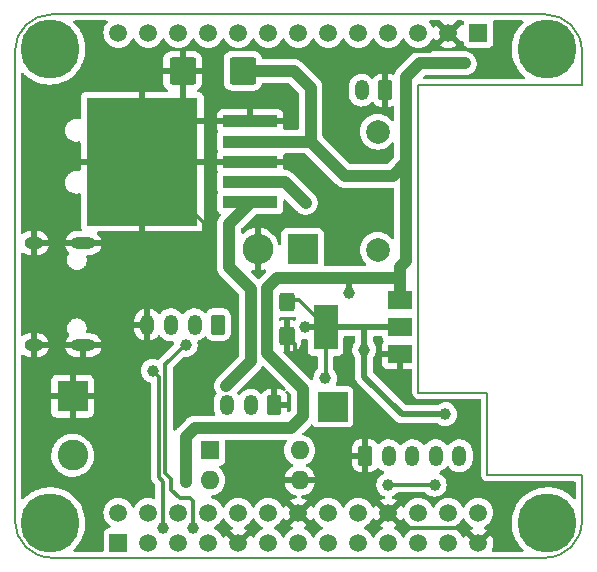
<source format=gbr>
G04 #@! TF.GenerationSoftware,KiCad,Pcbnew,6.0.5*
G04 #@! TF.CreationDate,2022-09-29T12:45:26+03:00*
G04 #@! TF.ProjectId,opi-hat,6f70692d-6861-4742-9e6b-696361645f70,rev?*
G04 #@! TF.SameCoordinates,Original*
G04 #@! TF.FileFunction,Copper,L1,Top*
G04 #@! TF.FilePolarity,Positive*
%FSLAX46Y46*%
G04 Gerber Fmt 4.6, Leading zero omitted, Abs format (unit mm)*
G04 Created by KiCad (PCBNEW 6.0.5) date 2022-09-29 12:45:26*
%MOMM*%
%LPD*%
G01*
G04 APERTURE LIST*
G04 Aperture macros list*
%AMRoundRect*
0 Rectangle with rounded corners*
0 $1 Rounding radius*
0 $2 $3 $4 $5 $6 $7 $8 $9 X,Y pos of 4 corners*
0 Add a 4 corners polygon primitive as box body*
4,1,4,$2,$3,$4,$5,$6,$7,$8,$9,$2,$3,0*
0 Add four circle primitives for the rounded corners*
1,1,$1+$1,$2,$3*
1,1,$1+$1,$4,$5*
1,1,$1+$1,$6,$7*
1,1,$1+$1,$8,$9*
0 Add four rect primitives between the rounded corners*
20,1,$1+$1,$2,$3,$4,$5,0*
20,1,$1+$1,$4,$5,$6,$7,0*
20,1,$1+$1,$6,$7,$8,$9,0*
20,1,$1+$1,$8,$9,$2,$3,0*%
G04 Aperture macros list end*
G04 #@! TA.AperFunction,Profile*
%ADD10C,0.127000*%
G04 #@! TD*
G04 #@! TA.AperFunction,SMDPad,CuDef*
%ADD11R,4.600000X1.100000*%
G04 #@! TD*
G04 #@! TA.AperFunction,SMDPad,CuDef*
%ADD12R,9.400000X10.800000*%
G04 #@! TD*
G04 #@! TA.AperFunction,WasherPad*
%ADD13C,5.000000*%
G04 #@! TD*
G04 #@! TA.AperFunction,ComponentPad*
%ADD14R,1.508000X1.508000*%
G04 #@! TD*
G04 #@! TA.AperFunction,ComponentPad*
%ADD15C,1.508000*%
G04 #@! TD*
G04 #@! TA.AperFunction,ComponentPad*
%ADD16RoundRect,0.250000X0.350000X0.625000X-0.350000X0.625000X-0.350000X-0.625000X0.350000X-0.625000X0*%
G04 #@! TD*
G04 #@! TA.AperFunction,ComponentPad*
%ADD17O,1.200000X1.750000*%
G04 #@! TD*
G04 #@! TA.AperFunction,ComponentPad*
%ADD18R,2.600000X2.600000*%
G04 #@! TD*
G04 #@! TA.AperFunction,ComponentPad*
%ADD19O,2.600000X2.600000*%
G04 #@! TD*
G04 #@! TA.AperFunction,ComponentPad*
%ADD20RoundRect,0.250000X-0.350000X-0.625000X0.350000X-0.625000X0.350000X0.625000X-0.350000X0.625000X0*%
G04 #@! TD*
G04 #@! TA.AperFunction,ComponentPad*
%ADD21C,2.600000*%
G04 #@! TD*
G04 #@! TA.AperFunction,ComponentPad*
%ADD22C,2.000000*%
G04 #@! TD*
G04 #@! TA.AperFunction,SMDPad,CuDef*
%ADD23RoundRect,0.250000X-0.425000X0.537500X-0.425000X-0.537500X0.425000X-0.537500X0.425000X0.537500X0*%
G04 #@! TD*
G04 #@! TA.AperFunction,SMDPad,CuDef*
%ADD24R,2.000000X1.500000*%
G04 #@! TD*
G04 #@! TA.AperFunction,SMDPad,CuDef*
%ADD25R,2.000000X3.800000*%
G04 #@! TD*
G04 #@! TA.AperFunction,ComponentPad*
%ADD26R,1.600000X1.600000*%
G04 #@! TD*
G04 #@! TA.AperFunction,ComponentPad*
%ADD27O,1.600000X1.600000*%
G04 #@! TD*
G04 #@! TA.AperFunction,ComponentPad*
%ADD28R,2.500000X2.500000*%
G04 #@! TD*
G04 #@! TA.AperFunction,SMDPad,CuDef*
%ADD29RoundRect,0.250000X0.875000X0.925000X-0.875000X0.925000X-0.875000X-0.925000X0.875000X-0.925000X0*%
G04 #@! TD*
G04 #@! TA.AperFunction,ComponentPad*
%ADD30O,1.600000X1.000000*%
G04 #@! TD*
G04 #@! TA.AperFunction,ComponentPad*
%ADD31O,2.100000X1.000000*%
G04 #@! TD*
G04 #@! TA.AperFunction,ViaPad*
%ADD32C,1.000000*%
G04 #@! TD*
G04 #@! TA.AperFunction,Conductor*
%ADD33C,1.000000*%
G04 #@! TD*
G04 #@! TA.AperFunction,Conductor*
%ADD34C,0.500000*%
G04 #@! TD*
G04 #@! TA.AperFunction,Conductor*
%ADD35C,0.300000*%
G04 #@! TD*
G04 APERTURE END LIST*
D10*
X126581299Y-51486900D02*
X84781300Y-51486900D01*
X129681299Y-57501509D02*
X129681299Y-54586900D01*
X81681300Y-54586900D02*
X81681300Y-94386900D01*
X129681299Y-57501509D02*
X115841253Y-57501509D01*
X115841253Y-57501509D02*
X115841253Y-83536509D01*
X115841253Y-83536509D02*
X121683253Y-83536509D01*
X121683253Y-90521509D02*
X129684253Y-90521509D01*
X129684253Y-90521509D02*
X129684253Y-94382309D01*
X84781300Y-97486899D02*
X126581299Y-97486899D01*
X121683253Y-83536509D02*
X121683253Y-90521509D01*
X126581299Y-97486894D02*
G75*
G03*
X129681298Y-94386900I4J3099995D01*
G01*
X81681300Y-94386900D02*
G75*
G03*
X84781300Y-97486900I3100000J0D01*
G01*
X84781300Y-51486900D02*
G75*
G03*
X81681300Y-54586900I0J-3100000D01*
G01*
X129681302Y-54586900D02*
G75*
G03*
X126581299Y-51486900I-3099999J1D01*
G01*
D11*
X101600000Y-67359000D03*
X101600000Y-65659000D03*
D12*
X92450000Y-63959000D03*
D11*
X101600000Y-63959000D03*
X101600000Y-62259000D03*
X101600000Y-60559000D03*
D13*
X126736709Y-54431488D03*
X126736709Y-94542406D03*
X84625794Y-54431488D03*
X84625794Y-94542406D03*
D14*
X90441253Y-96236509D03*
D15*
X90441253Y-93696509D03*
X92981253Y-96236509D03*
X92981253Y-93696509D03*
X95521253Y-96236509D03*
X95521253Y-93696509D03*
X98061253Y-96236509D03*
X98061253Y-93696509D03*
X100601253Y-96236509D03*
X100601253Y-93696509D03*
X103141253Y-96236509D03*
X103141253Y-93696509D03*
X105681253Y-96236509D03*
X105681253Y-93696509D03*
X108221253Y-96236509D03*
X108221253Y-93696509D03*
X110761253Y-96236509D03*
X110761253Y-93696509D03*
X113301253Y-96236509D03*
X113301253Y-93696509D03*
X115841253Y-96236509D03*
X115841253Y-93696509D03*
X118381253Y-96236509D03*
X118381253Y-93696509D03*
X120921253Y-96236509D03*
X120921253Y-93696509D03*
D14*
X120921253Y-53056509D03*
D15*
X118381253Y-53056509D03*
X115841253Y-53056509D03*
X113301253Y-53056509D03*
X110761253Y-53056509D03*
X108221253Y-53056509D03*
X105681253Y-53056509D03*
X103141253Y-53056509D03*
X100601253Y-53056509D03*
X98061253Y-53056509D03*
X95521253Y-53056509D03*
X92981253Y-53056509D03*
X90441253Y-53056509D03*
D16*
X113030000Y-57912000D03*
D17*
X111030000Y-57912000D03*
D18*
X106045000Y-71374000D03*
D19*
X102235000Y-71374000D03*
D20*
X111316000Y-88858000D03*
D17*
X113316000Y-88858000D03*
X115316000Y-88858000D03*
X117316000Y-88858000D03*
X119316000Y-88858000D03*
D18*
X86563000Y-83820000D03*
D21*
X86563000Y-88820000D03*
D22*
X112395000Y-61421000D03*
X112395000Y-71421000D03*
D23*
X104698800Y-75829300D03*
X104698800Y-78704300D03*
D24*
X114275000Y-80278000D03*
X114275000Y-77978000D03*
D25*
X107975000Y-77978000D03*
D24*
X114275000Y-75678000D03*
D26*
X98171000Y-88392000D03*
D27*
X98171000Y-90932000D03*
X105791000Y-90932000D03*
X105791000Y-88392000D03*
D28*
X108585000Y-84709000D03*
D16*
X103632000Y-84582000D03*
D17*
X101632000Y-84582000D03*
X99632000Y-84582000D03*
D16*
X98885000Y-77766000D03*
D17*
X96885000Y-77766000D03*
X94885000Y-77766000D03*
X92885000Y-77766000D03*
D29*
X100975000Y-56261000D03*
X95875000Y-56261000D03*
D30*
X83278000Y-79504000D03*
D31*
X87458000Y-79504000D03*
X87458000Y-70864000D03*
D30*
X83278000Y-70864000D03*
D32*
X109931200Y-75082400D03*
X99568000Y-82931000D03*
X105410000Y-80391000D03*
X107442000Y-90932000D03*
X110536744Y-90932000D03*
X97663000Y-70739000D03*
X84328000Y-81407000D03*
X114300000Y-82423000D03*
X119761000Y-55626000D03*
X109601000Y-65151000D03*
X96139000Y-91059000D03*
X107950000Y-82296000D03*
X106222800Y-77978000D03*
X118110000Y-85344000D03*
X111252000Y-79883000D03*
X93345000Y-81661000D03*
X94234000Y-94996000D03*
X96774000Y-94996000D03*
X96139000Y-79502000D03*
X117221000Y-91313000D03*
X113284000Y-91313000D03*
X106299000Y-67437000D03*
D33*
X107416600Y-73787000D02*
X109956600Y-73787000D01*
X109956600Y-73787000D02*
X114274600Y-73787000D01*
D34*
X109931200Y-75082400D02*
X109931200Y-73812400D01*
X109931200Y-73812400D02*
X109956600Y-73787000D01*
D33*
X107416600Y-73787000D02*
X108839000Y-73787000D01*
X103886000Y-73787000D02*
X107416600Y-73787000D01*
X114275000Y-75678000D02*
X114275000Y-73786600D01*
X114275000Y-73786600D02*
X114275000Y-72923000D01*
X114274600Y-73787000D02*
X114275000Y-73786600D01*
X114275000Y-72923000D02*
X114808000Y-72390000D01*
X114808000Y-64008000D02*
X114808000Y-72390000D01*
X101600000Y-67359000D02*
X101600000Y-67437000D01*
X101600000Y-67437000D02*
X99822000Y-69215000D01*
X99822000Y-69215000D02*
X99822000Y-72898000D01*
X99822000Y-72898000D02*
X101650800Y-74726800D01*
X101650800Y-74726800D02*
X101650800Y-80848200D01*
X101650800Y-80848200D02*
X99568000Y-82931000D01*
X96139000Y-91059000D02*
X96139000Y-87249000D01*
X96139000Y-87249000D02*
X96901000Y-86487000D01*
X96901000Y-86487000D02*
X105029000Y-86487000D01*
X105029000Y-86487000D02*
X106045000Y-85471000D01*
X106045000Y-85471000D02*
X106045000Y-83185000D01*
X106045000Y-83185000D02*
X102997000Y-80137000D01*
X102997000Y-80137000D02*
X102997000Y-74676000D01*
X102997000Y-74676000D02*
X103886000Y-73787000D01*
D35*
X105410000Y-79415500D02*
X104698800Y-78704300D01*
D34*
X95850000Y-60559000D02*
X92450000Y-63959000D01*
D35*
X85520000Y-63959000D02*
X84963000Y-64516000D01*
D34*
X114275000Y-80278000D02*
X114275000Y-82398000D01*
D35*
X119888000Y-94996000D02*
X119888000Y-95203256D01*
D34*
X95875000Y-60534000D02*
X92450000Y-63959000D01*
X95875000Y-56261000D02*
X95875000Y-60534000D01*
D35*
X116827762Y-54610000D02*
X114427000Y-54610000D01*
X92450000Y-63959000D02*
X85520000Y-63959000D01*
X84963000Y-80264000D02*
X84963000Y-80772000D01*
D34*
X101600000Y-63959000D02*
X92450000Y-63959000D01*
D35*
X114600744Y-94996000D02*
X119888000Y-94996000D01*
X119888000Y-95203256D02*
X120921253Y-96236509D01*
X97663000Y-69172000D02*
X92450000Y-63959000D01*
D34*
X101600000Y-60559000D02*
X95850000Y-60559000D01*
D35*
X113030000Y-57912000D02*
X113030000Y-56007000D01*
X84963000Y-80772000D02*
X84328000Y-81407000D01*
X110536744Y-90932000D02*
X107442000Y-90932000D01*
X84963000Y-64516000D02*
X84963000Y-80264000D01*
X113030000Y-56007000D02*
X114427000Y-54610000D01*
D34*
X114275000Y-82398000D02*
X114300000Y-82423000D01*
D35*
X105410000Y-80391000D02*
X105410000Y-79415500D01*
X118381253Y-53056509D02*
X116827762Y-54610000D01*
X97663000Y-70739000D02*
X97663000Y-69172000D01*
X113301253Y-93696509D02*
X114600744Y-94996000D01*
D33*
X119761000Y-55626000D02*
X115951000Y-55626000D01*
X115951000Y-55626000D02*
X114808000Y-56769000D01*
X113665000Y-65151000D02*
X109601000Y-65151000D01*
X114808000Y-64008000D02*
X113665000Y-65151000D01*
X114808000Y-56769000D02*
X114808000Y-64008000D01*
X106709000Y-57687000D02*
X106709000Y-62259000D01*
X105283000Y-56261000D02*
X106709000Y-57687000D01*
X100975000Y-56261000D02*
X105283000Y-56261000D01*
X101600000Y-62259000D02*
X106709000Y-62259000D01*
X106709000Y-62259000D02*
X109601000Y-65151000D01*
D34*
X111252000Y-77978000D02*
X109855000Y-77978000D01*
X118110000Y-85344000D02*
X114427000Y-85344000D01*
X114427000Y-85344000D02*
X111252000Y-82169000D01*
X111252000Y-82169000D02*
X111252000Y-79883000D01*
D35*
X107950000Y-82296000D02*
X107975000Y-82271000D01*
X107975000Y-82271000D02*
X107975000Y-77978000D01*
D34*
X106222800Y-77978000D02*
X107975000Y-77978000D01*
X109855000Y-77978000D02*
X107975000Y-77978000D01*
X111252000Y-79883000D02*
X111252000Y-77978000D01*
D35*
X105410000Y-75692000D02*
X105689000Y-75692000D01*
D34*
X114275000Y-77978000D02*
X111252000Y-77978000D01*
D35*
X105689000Y-75692000D02*
X107975000Y-77978000D01*
X93853000Y-90678000D02*
X93853000Y-82169000D01*
X94234000Y-94996000D02*
X94234000Y-91059000D01*
X93853000Y-82169000D02*
X93345000Y-81661000D01*
X94234000Y-91059000D02*
X93853000Y-90678000D01*
X94932500Y-90868500D02*
X94932500Y-91757500D01*
X96774000Y-92710000D02*
X96774000Y-94996000D01*
X96035500Y-79502000D02*
X94765500Y-80772000D01*
X94932500Y-91757500D02*
X95631000Y-92456000D01*
X94765500Y-80772000D02*
X94417742Y-81119758D01*
X95631000Y-92456000D02*
X96520000Y-92456000D01*
X96520000Y-92456000D02*
X96774000Y-92710000D01*
X94417742Y-81119758D02*
X94417742Y-90353742D01*
X94417742Y-90353742D02*
X94932500Y-90868500D01*
X96139000Y-79502000D02*
X96035500Y-79502000D01*
X117221000Y-91313000D02*
X113284000Y-91313000D01*
D33*
X101600000Y-65659000D02*
X104521000Y-65659000D01*
X104521000Y-65659000D02*
X106299000Y-67437000D01*
G04 #@! TA.AperFunction,Conductor*
G36*
X89480847Y-52015402D02*
G01*
X89527340Y-52069058D01*
X89537444Y-52139332D01*
X89507950Y-52203912D01*
X89501821Y-52210495D01*
X89470427Y-52241889D01*
X89343719Y-52422848D01*
X89250359Y-52623059D01*
X89193183Y-52836441D01*
X89173930Y-53056509D01*
X89193183Y-53276577D01*
X89250359Y-53489959D01*
X89252681Y-53494940D01*
X89252682Y-53494941D01*
X89324086Y-53648066D01*
X89343719Y-53690170D01*
X89470427Y-53871129D01*
X89626633Y-54027335D01*
X89631141Y-54030492D01*
X89631144Y-54030494D01*
X89802461Y-54150451D01*
X89807591Y-54154043D01*
X89812573Y-54156366D01*
X89812578Y-54156369D01*
X90001809Y-54244608D01*
X90007803Y-54247403D01*
X90013111Y-54248825D01*
X90013113Y-54248826D01*
X90038909Y-54255738D01*
X90221185Y-54304579D01*
X90441253Y-54323832D01*
X90661321Y-54304579D01*
X90843597Y-54255738D01*
X90869393Y-54248826D01*
X90869395Y-54248825D01*
X90874703Y-54247403D01*
X90880697Y-54244608D01*
X91069928Y-54156369D01*
X91069933Y-54156366D01*
X91074915Y-54154043D01*
X91080045Y-54150451D01*
X91251362Y-54030494D01*
X91251365Y-54030492D01*
X91255873Y-54027335D01*
X91412079Y-53871129D01*
X91538787Y-53690170D01*
X91558421Y-53648066D01*
X91597058Y-53565208D01*
X91643975Y-53511923D01*
X91712253Y-53492462D01*
X91780213Y-53513004D01*
X91825448Y-53565208D01*
X91864086Y-53648066D01*
X91883719Y-53690170D01*
X92010427Y-53871129D01*
X92166633Y-54027335D01*
X92171141Y-54030492D01*
X92171144Y-54030494D01*
X92342461Y-54150451D01*
X92347591Y-54154043D01*
X92352573Y-54156366D01*
X92352578Y-54156369D01*
X92541809Y-54244608D01*
X92547803Y-54247403D01*
X92553111Y-54248825D01*
X92553113Y-54248826D01*
X92578909Y-54255738D01*
X92761185Y-54304579D01*
X92981253Y-54323832D01*
X93201321Y-54304579D01*
X93383597Y-54255738D01*
X93409393Y-54248826D01*
X93409395Y-54248825D01*
X93414703Y-54247403D01*
X93420697Y-54244608D01*
X93609928Y-54156369D01*
X93609933Y-54156366D01*
X93614915Y-54154043D01*
X93620045Y-54150451D01*
X93791362Y-54030494D01*
X93791365Y-54030492D01*
X93795873Y-54027335D01*
X93952079Y-53871129D01*
X94078787Y-53690170D01*
X94098421Y-53648066D01*
X94137058Y-53565208D01*
X94183975Y-53511923D01*
X94252253Y-53492462D01*
X94320213Y-53513004D01*
X94365448Y-53565208D01*
X94404086Y-53648066D01*
X94423719Y-53690170D01*
X94550427Y-53871129D01*
X94706633Y-54027335D01*
X94711141Y-54030492D01*
X94711144Y-54030494D01*
X94882461Y-54150451D01*
X94887591Y-54154043D01*
X94892573Y-54156366D01*
X94892578Y-54156369D01*
X95081809Y-54244608D01*
X95087803Y-54247403D01*
X95093111Y-54248825D01*
X95093113Y-54248826D01*
X95118909Y-54255738D01*
X95301185Y-54304579D01*
X95521253Y-54323832D01*
X95741321Y-54304579D01*
X95923597Y-54255738D01*
X95949393Y-54248826D01*
X95949395Y-54248825D01*
X95954703Y-54247403D01*
X95960697Y-54244608D01*
X96149928Y-54156369D01*
X96149933Y-54156366D01*
X96154915Y-54154043D01*
X96160045Y-54150451D01*
X96331362Y-54030494D01*
X96331365Y-54030492D01*
X96335873Y-54027335D01*
X96492079Y-53871129D01*
X96618787Y-53690170D01*
X96638421Y-53648066D01*
X96677058Y-53565208D01*
X96723975Y-53511923D01*
X96792253Y-53492462D01*
X96860213Y-53513004D01*
X96905448Y-53565208D01*
X96944086Y-53648066D01*
X96963719Y-53690170D01*
X97090427Y-53871129D01*
X97246633Y-54027335D01*
X97251141Y-54030492D01*
X97251144Y-54030494D01*
X97422461Y-54150451D01*
X97427591Y-54154043D01*
X97432573Y-54156366D01*
X97432578Y-54156369D01*
X97621809Y-54244608D01*
X97627803Y-54247403D01*
X97633111Y-54248825D01*
X97633113Y-54248826D01*
X97658909Y-54255738D01*
X97841185Y-54304579D01*
X98061253Y-54323832D01*
X98281321Y-54304579D01*
X98463597Y-54255738D01*
X98489393Y-54248826D01*
X98489395Y-54248825D01*
X98494703Y-54247403D01*
X98500697Y-54244608D01*
X98689928Y-54156369D01*
X98689933Y-54156366D01*
X98694915Y-54154043D01*
X98700045Y-54150451D01*
X98871362Y-54030494D01*
X98871365Y-54030492D01*
X98875873Y-54027335D01*
X99032079Y-53871129D01*
X99158787Y-53690170D01*
X99178421Y-53648066D01*
X99217058Y-53565208D01*
X99263975Y-53511923D01*
X99332253Y-53492462D01*
X99400213Y-53513004D01*
X99445448Y-53565208D01*
X99484086Y-53648066D01*
X99503719Y-53690170D01*
X99630427Y-53871129D01*
X99786633Y-54027335D01*
X99791141Y-54030492D01*
X99791144Y-54030494D01*
X99962461Y-54150451D01*
X99967591Y-54154043D01*
X99972573Y-54156366D01*
X99972578Y-54156369D01*
X100161809Y-54244608D01*
X100167803Y-54247403D01*
X100173111Y-54248825D01*
X100173113Y-54248826D01*
X100198909Y-54255738D01*
X100381185Y-54304579D01*
X100601253Y-54323832D01*
X100821321Y-54304579D01*
X101003597Y-54255738D01*
X101029393Y-54248826D01*
X101029395Y-54248825D01*
X101034703Y-54247403D01*
X101040697Y-54244608D01*
X101229928Y-54156369D01*
X101229933Y-54156366D01*
X101234915Y-54154043D01*
X101240045Y-54150451D01*
X101411362Y-54030494D01*
X101411365Y-54030492D01*
X101415873Y-54027335D01*
X101572079Y-53871129D01*
X101698787Y-53690170D01*
X101718421Y-53648066D01*
X101757058Y-53565208D01*
X101803975Y-53511923D01*
X101872253Y-53492462D01*
X101940213Y-53513004D01*
X101985448Y-53565208D01*
X102024086Y-53648066D01*
X102043719Y-53690170D01*
X102170427Y-53871129D01*
X102326633Y-54027335D01*
X102331141Y-54030492D01*
X102331144Y-54030494D01*
X102502461Y-54150451D01*
X102507591Y-54154043D01*
X102512573Y-54156366D01*
X102512578Y-54156369D01*
X102701809Y-54244608D01*
X102707803Y-54247403D01*
X102713111Y-54248825D01*
X102713113Y-54248826D01*
X102738909Y-54255738D01*
X102921185Y-54304579D01*
X103141253Y-54323832D01*
X103361321Y-54304579D01*
X103543597Y-54255738D01*
X103569393Y-54248826D01*
X103569395Y-54248825D01*
X103574703Y-54247403D01*
X103580697Y-54244608D01*
X103769928Y-54156369D01*
X103769933Y-54156366D01*
X103774915Y-54154043D01*
X103780045Y-54150451D01*
X103951362Y-54030494D01*
X103951365Y-54030492D01*
X103955873Y-54027335D01*
X104112079Y-53871129D01*
X104238787Y-53690170D01*
X104258421Y-53648066D01*
X104297058Y-53565208D01*
X104343975Y-53511923D01*
X104412253Y-53492462D01*
X104480213Y-53513004D01*
X104525448Y-53565208D01*
X104564086Y-53648066D01*
X104583719Y-53690170D01*
X104710427Y-53871129D01*
X104866633Y-54027335D01*
X104871141Y-54030492D01*
X104871144Y-54030494D01*
X105042461Y-54150451D01*
X105047591Y-54154043D01*
X105052573Y-54156366D01*
X105052578Y-54156369D01*
X105241809Y-54244608D01*
X105247803Y-54247403D01*
X105253111Y-54248825D01*
X105253113Y-54248826D01*
X105278909Y-54255738D01*
X105461185Y-54304579D01*
X105681253Y-54323832D01*
X105901321Y-54304579D01*
X106083597Y-54255738D01*
X106109393Y-54248826D01*
X106109395Y-54248825D01*
X106114703Y-54247403D01*
X106120697Y-54244608D01*
X106309928Y-54156369D01*
X106309933Y-54156366D01*
X106314915Y-54154043D01*
X106320045Y-54150451D01*
X106491362Y-54030494D01*
X106491365Y-54030492D01*
X106495873Y-54027335D01*
X106652079Y-53871129D01*
X106778787Y-53690170D01*
X106798421Y-53648066D01*
X106837058Y-53565208D01*
X106883975Y-53511923D01*
X106952253Y-53492462D01*
X107020213Y-53513004D01*
X107065448Y-53565208D01*
X107104086Y-53648066D01*
X107123719Y-53690170D01*
X107250427Y-53871129D01*
X107406633Y-54027335D01*
X107411141Y-54030492D01*
X107411144Y-54030494D01*
X107582461Y-54150451D01*
X107587591Y-54154043D01*
X107592573Y-54156366D01*
X107592578Y-54156369D01*
X107781809Y-54244608D01*
X107787803Y-54247403D01*
X107793111Y-54248825D01*
X107793113Y-54248826D01*
X107818909Y-54255738D01*
X108001185Y-54304579D01*
X108221253Y-54323832D01*
X108441321Y-54304579D01*
X108623597Y-54255738D01*
X108649393Y-54248826D01*
X108649395Y-54248825D01*
X108654703Y-54247403D01*
X108660697Y-54244608D01*
X108849928Y-54156369D01*
X108849933Y-54156366D01*
X108854915Y-54154043D01*
X108860045Y-54150451D01*
X109031362Y-54030494D01*
X109031365Y-54030492D01*
X109035873Y-54027335D01*
X109192079Y-53871129D01*
X109318787Y-53690170D01*
X109338421Y-53648066D01*
X109377058Y-53565208D01*
X109423975Y-53511923D01*
X109492253Y-53492462D01*
X109560213Y-53513004D01*
X109605448Y-53565208D01*
X109644086Y-53648066D01*
X109663719Y-53690170D01*
X109790427Y-53871129D01*
X109946633Y-54027335D01*
X109951141Y-54030492D01*
X109951144Y-54030494D01*
X110122461Y-54150451D01*
X110127591Y-54154043D01*
X110132573Y-54156366D01*
X110132578Y-54156369D01*
X110321809Y-54244608D01*
X110327803Y-54247403D01*
X110333111Y-54248825D01*
X110333113Y-54248826D01*
X110358909Y-54255738D01*
X110541185Y-54304579D01*
X110761253Y-54323832D01*
X110981321Y-54304579D01*
X111163597Y-54255738D01*
X111189393Y-54248826D01*
X111189395Y-54248825D01*
X111194703Y-54247403D01*
X111200697Y-54244608D01*
X111389928Y-54156369D01*
X111389933Y-54156366D01*
X111394915Y-54154043D01*
X111400045Y-54150451D01*
X111571362Y-54030494D01*
X111571365Y-54030492D01*
X111575873Y-54027335D01*
X111732079Y-53871129D01*
X111858787Y-53690170D01*
X111878421Y-53648066D01*
X111917058Y-53565208D01*
X111963975Y-53511923D01*
X112032253Y-53492462D01*
X112100213Y-53513004D01*
X112145448Y-53565208D01*
X112184086Y-53648066D01*
X112203719Y-53690170D01*
X112330427Y-53871129D01*
X112486633Y-54027335D01*
X112491141Y-54030492D01*
X112491144Y-54030494D01*
X112662461Y-54150451D01*
X112667591Y-54154043D01*
X112672573Y-54156366D01*
X112672578Y-54156369D01*
X112861809Y-54244608D01*
X112867803Y-54247403D01*
X112873111Y-54248825D01*
X112873113Y-54248826D01*
X112898909Y-54255738D01*
X113081185Y-54304579D01*
X113301253Y-54323832D01*
X113521321Y-54304579D01*
X113703597Y-54255738D01*
X113729393Y-54248826D01*
X113729395Y-54248825D01*
X113734703Y-54247403D01*
X113740697Y-54244608D01*
X113929928Y-54156369D01*
X113929933Y-54156366D01*
X113934915Y-54154043D01*
X113940045Y-54150451D01*
X114111362Y-54030494D01*
X114111365Y-54030492D01*
X114115873Y-54027335D01*
X114272079Y-53871129D01*
X114398787Y-53690170D01*
X114418421Y-53648066D01*
X114457058Y-53565208D01*
X114503975Y-53511923D01*
X114572253Y-53492462D01*
X114640213Y-53513004D01*
X114685448Y-53565208D01*
X114724086Y-53648066D01*
X114743719Y-53690170D01*
X114870427Y-53871129D01*
X115026633Y-54027335D01*
X115031141Y-54030492D01*
X115031144Y-54030494D01*
X115202461Y-54150451D01*
X115207591Y-54154043D01*
X115212573Y-54156366D01*
X115212578Y-54156369D01*
X115401809Y-54244608D01*
X115407803Y-54247403D01*
X115413111Y-54248825D01*
X115413113Y-54248826D01*
X115438909Y-54255738D01*
X115621185Y-54304579D01*
X115841253Y-54323832D01*
X116061321Y-54304579D01*
X116243597Y-54255738D01*
X116269393Y-54248826D01*
X116269395Y-54248825D01*
X116274703Y-54247403D01*
X116280697Y-54244608D01*
X116469928Y-54156369D01*
X116469933Y-54156366D01*
X116474915Y-54154043D01*
X116480045Y-54150451D01*
X116538468Y-54109543D01*
X117692774Y-54109543D01*
X117702070Y-54121558D01*
X117743334Y-54150451D01*
X117752829Y-54155934D01*
X117942993Y-54244608D01*
X117953285Y-54248354D01*
X118155957Y-54302660D01*
X118166752Y-54304563D01*
X118375778Y-54322851D01*
X118386728Y-54322851D01*
X118595754Y-54304563D01*
X118606549Y-54302660D01*
X118809221Y-54248354D01*
X118819513Y-54244608D01*
X119009677Y-54155934D01*
X119019172Y-54150451D01*
X119061274Y-54120971D01*
X119069649Y-54110494D01*
X119062581Y-54097047D01*
X118394065Y-53428531D01*
X118380121Y-53420917D01*
X118378288Y-53421048D01*
X118371673Y-53425299D01*
X117699204Y-54097768D01*
X117692774Y-54109543D01*
X116538468Y-54109543D01*
X116651362Y-54030494D01*
X116651365Y-54030492D01*
X116655873Y-54027335D01*
X116812079Y-53871129D01*
X116938787Y-53690170D01*
X116958421Y-53648066D01*
X116997334Y-53564616D01*
X117044251Y-53511331D01*
X117112529Y-53491870D01*
X117180489Y-53512412D01*
X117225724Y-53564616D01*
X117281829Y-53684934D01*
X117287308Y-53694424D01*
X117316792Y-53736531D01*
X117327268Y-53744905D01*
X117340716Y-53737836D01*
X118009231Y-53069321D01*
X118016845Y-53055377D01*
X118016714Y-53053544D01*
X118012463Y-53046929D01*
X117339994Y-52374460D01*
X117328220Y-52368030D01*
X117316204Y-52377326D01*
X117287308Y-52418594D01*
X117281829Y-52428084D01*
X117225724Y-52548402D01*
X117178807Y-52601687D01*
X117110529Y-52621148D01*
X117042569Y-52600606D01*
X116997334Y-52548402D01*
X116941110Y-52427829D01*
X116941108Y-52427826D01*
X116938787Y-52422848D01*
X116812079Y-52241889D01*
X116780685Y-52210495D01*
X116746659Y-52148183D01*
X116751724Y-52077368D01*
X116794271Y-52020532D01*
X116860791Y-51995721D01*
X116869780Y-51995400D01*
X117627164Y-51995400D01*
X117695285Y-52015402D01*
X117716259Y-52032305D01*
X118368441Y-52684487D01*
X118382385Y-52692101D01*
X118384218Y-52691970D01*
X118390833Y-52687719D01*
X119046247Y-52032305D01*
X119108559Y-51998279D01*
X119135342Y-51995400D01*
X119557484Y-51995400D01*
X119625605Y-52015402D01*
X119672098Y-52069058D01*
X119682202Y-52139332D01*
X119675466Y-52165629D01*
X119668282Y-52184791D01*
X119668280Y-52184797D01*
X119665508Y-52192193D01*
X119658753Y-52254375D01*
X119658753Y-52284754D01*
X119638751Y-52352875D01*
X119585095Y-52399368D01*
X119514821Y-52409472D01*
X119454081Y-52383175D01*
X119435238Y-52368113D01*
X119421790Y-52375182D01*
X118753275Y-53043697D01*
X118745661Y-53057641D01*
X118745792Y-53059474D01*
X118750043Y-53066089D01*
X119422512Y-53738558D01*
X119434287Y-53744988D01*
X119455654Y-53728458D01*
X119521772Y-53702595D01*
X119591377Y-53716585D01*
X119642369Y-53765984D01*
X119658753Y-53828116D01*
X119658753Y-53858643D01*
X119665508Y-53920825D01*
X119716638Y-54057214D01*
X119803992Y-54173770D01*
X119920548Y-54261124D01*
X120056937Y-54312254D01*
X120119119Y-54319009D01*
X121723387Y-54319009D01*
X121785569Y-54312254D01*
X121921958Y-54261124D01*
X122038514Y-54173770D01*
X122125868Y-54057214D01*
X122176998Y-53920825D01*
X122183753Y-53858643D01*
X122183753Y-52254375D01*
X122176998Y-52192193D01*
X122174226Y-52184797D01*
X122174224Y-52184791D01*
X122167040Y-52165629D01*
X122161857Y-52094822D01*
X122195778Y-52032453D01*
X122258033Y-51998324D01*
X122285022Y-51995400D01*
X124612764Y-51995400D01*
X124680885Y-52015402D01*
X124727378Y-52069058D01*
X124737482Y-52139332D01*
X124707988Y-52203912D01*
X124702325Y-52210028D01*
X124670796Y-52241889D01*
X124476175Y-52438559D01*
X124473934Y-52441417D01*
X124348267Y-52601687D01*
X124262095Y-52711586D01*
X124260202Y-52714675D01*
X124260200Y-52714678D01*
X124213942Y-52790164D01*
X124080814Y-53007409D01*
X124079289Y-53010694D01*
X124079287Y-53010698D01*
X124040214Y-53094874D01*
X123934736Y-53322108D01*
X123825796Y-53651511D01*
X123825060Y-53655066D01*
X123825059Y-53655069D01*
X123770024Y-53920825D01*
X123755439Y-53991252D01*
X123739150Y-54173770D01*
X123725845Y-54322851D01*
X123724597Y-54336829D01*
X123724692Y-54340459D01*
X123724692Y-54340460D01*
X123732637Y-54643885D01*
X123733679Y-54683659D01*
X123782565Y-55027148D01*
X123870606Y-55362741D01*
X123996636Y-55685991D01*
X123998333Y-55689196D01*
X124157010Y-55988885D01*
X124158984Y-55992614D01*
X124161034Y-55995597D01*
X124161036Y-55995600D01*
X124353442Y-56275552D01*
X124353448Y-56275559D01*
X124355499Y-56278544D01*
X124440007Y-56375417D01*
X124579102Y-56534865D01*
X124583575Y-56539993D01*
X124727995Y-56671405D01*
X124840190Y-56773494D01*
X124839026Y-56774774D01*
X124875453Y-56827562D01*
X124877783Y-56898521D01*
X124841380Y-56959474D01*
X124777802Y-56991071D01*
X124755787Y-56993009D01*
X116314416Y-56993009D01*
X116246295Y-56973007D01*
X116199802Y-56919351D01*
X116189698Y-56849077D01*
X116219192Y-56784497D01*
X116225321Y-56777914D01*
X116331830Y-56671405D01*
X116394142Y-56637379D01*
X116420925Y-56634500D01*
X119693226Y-56634500D01*
X119708145Y-56635386D01*
X119739777Y-56639158D01*
X119745912Y-56638686D01*
X119745914Y-56638686D01*
X119795489Y-56634871D01*
X119805156Y-56634500D01*
X119810769Y-56634500D01*
X119847591Y-56630890D01*
X119850212Y-56630660D01*
X119856818Y-56630152D01*
X119930831Y-56624457D01*
X119930835Y-56624456D01*
X119936972Y-56623984D01*
X119942903Y-56622328D01*
X119947345Y-56621545D01*
X119951708Y-56620681D01*
X119957833Y-56620080D01*
X120041131Y-56594931D01*
X120043665Y-56594195D01*
X120121525Y-56572456D01*
X120121526Y-56572456D01*
X120127463Y-56570798D01*
X120132967Y-56568018D01*
X120137164Y-56566390D01*
X120141273Y-56564696D01*
X120147169Y-56562916D01*
X120223994Y-56522068D01*
X120226336Y-56520854D01*
X120237925Y-56515000D01*
X120303996Y-56481625D01*
X120308849Y-56477833D01*
X120312608Y-56475448D01*
X120316351Y-56472961D01*
X120321796Y-56470066D01*
X120389248Y-56415053D01*
X120391289Y-56413424D01*
X120454987Y-56363659D01*
X120454993Y-56363653D01*
X120459847Y-56359861D01*
X120463873Y-56355197D01*
X120467094Y-56352129D01*
X120470283Y-56348963D01*
X120475062Y-56345065D01*
X120530541Y-56278003D01*
X120532175Y-56276069D01*
X120589078Y-56210145D01*
X120592121Y-56204788D01*
X120594708Y-56201121D01*
X120597204Y-56197421D01*
X120601130Y-56192675D01*
X120642537Y-56116095D01*
X120643808Y-56113803D01*
X120656720Y-56091075D01*
X120686769Y-56038179D01*
X120688713Y-56032335D01*
X120690547Y-56028216D01*
X120692272Y-56024113D01*
X120695198Y-56018701D01*
X120697228Y-56012145D01*
X120720928Y-55935580D01*
X120721735Y-55933067D01*
X120747249Y-55856369D01*
X120749197Y-55850513D01*
X120749970Y-55844392D01*
X120750969Y-55839995D01*
X120751860Y-55835652D01*
X120753682Y-55829768D01*
X120762780Y-55743205D01*
X120763082Y-55740597D01*
X120773543Y-55657796D01*
X120773543Y-55657791D01*
X120773985Y-55654295D01*
X120774270Y-55633884D01*
X120774355Y-55633075D01*
X120774291Y-55632372D01*
X120774380Y-55626000D01*
X120765105Y-55531403D01*
X120765023Y-55530528D01*
X120760924Y-55485494D01*
X120756430Y-55436112D01*
X120755427Y-55432703D01*
X120755080Y-55429167D01*
X120727639Y-55338279D01*
X120727414Y-55337525D01*
X120700590Y-55246381D01*
X120698942Y-55243228D01*
X120697916Y-55239831D01*
X120653289Y-55155899D01*
X120652922Y-55155201D01*
X120611814Y-55076569D01*
X120608960Y-55071110D01*
X120606735Y-55068342D01*
X120605066Y-55065204D01*
X120574028Y-55027148D01*
X120545059Y-54991628D01*
X120544506Y-54990944D01*
X120488898Y-54921782D01*
X120488892Y-54921776D01*
X120485032Y-54916975D01*
X120482311Y-54914692D01*
X120480065Y-54911938D01*
X120474018Y-54906935D01*
X120428452Y-54869240D01*
X120406864Y-54851381D01*
X120406329Y-54850935D01*
X120333526Y-54789846D01*
X120330411Y-54788134D01*
X120327675Y-54785870D01*
X120244101Y-54740682D01*
X120243363Y-54740279D01*
X120230747Y-54733343D01*
X120160213Y-54694567D01*
X120156830Y-54693494D01*
X120153701Y-54691802D01*
X120062974Y-54663718D01*
X120062158Y-54663462D01*
X119977565Y-54636627D01*
X119977561Y-54636626D01*
X119971694Y-54634765D01*
X119968163Y-54634369D01*
X119964768Y-54633318D01*
X119870293Y-54623389D01*
X119869579Y-54623311D01*
X119817773Y-54617500D01*
X119815200Y-54617500D01*
X119811224Y-54617180D01*
X119774204Y-54613289D01*
X119774202Y-54613289D01*
X119768075Y-54612645D01*
X119720430Y-54616981D01*
X119709010Y-54617500D01*
X116012842Y-54617500D01*
X115999235Y-54616763D01*
X115967737Y-54613341D01*
X115967732Y-54613341D01*
X115961611Y-54612676D01*
X115943611Y-54614251D01*
X115911609Y-54617050D01*
X115906784Y-54617379D01*
X115904313Y-54617500D01*
X115901231Y-54617500D01*
X115878763Y-54619703D01*
X115858489Y-54621691D01*
X115857174Y-54621813D01*
X115824913Y-54624636D01*
X115764587Y-54629913D01*
X115759468Y-54631400D01*
X115754167Y-54631920D01*
X115665166Y-54658791D01*
X115664033Y-54659126D01*
X115580586Y-54683370D01*
X115580582Y-54683372D01*
X115574664Y-54685091D01*
X115569932Y-54687544D01*
X115564831Y-54689084D01*
X115559388Y-54691978D01*
X115482740Y-54732731D01*
X115481574Y-54733343D01*
X115404547Y-54773271D01*
X115399074Y-54776108D01*
X115394911Y-54779431D01*
X115390204Y-54781934D01*
X115318082Y-54840755D01*
X115317226Y-54841446D01*
X115278027Y-54872738D01*
X115275523Y-54875242D01*
X115274805Y-54875884D01*
X115270472Y-54879585D01*
X115236938Y-54906935D01*
X115233011Y-54911682D01*
X115233009Y-54911684D01*
X115207713Y-54942262D01*
X115199723Y-54951042D01*
X114138621Y-56012145D01*
X114128478Y-56021247D01*
X114098975Y-56044968D01*
X114095008Y-56049696D01*
X114066709Y-56083421D01*
X114063528Y-56087069D01*
X114061885Y-56088881D01*
X114059691Y-56091075D01*
X114032358Y-56124349D01*
X114031696Y-56125147D01*
X113971846Y-56196474D01*
X113969278Y-56201144D01*
X113965897Y-56205261D01*
X113934860Y-56263145D01*
X113922023Y-56287086D01*
X113921394Y-56288245D01*
X113879538Y-56364381D01*
X113879535Y-56364389D01*
X113876567Y-56369787D01*
X113874955Y-56374869D01*
X113872438Y-56379563D01*
X113845242Y-56468518D01*
X113844891Y-56469643D01*
X113833859Y-56504418D01*
X113794195Y-56563301D01*
X113728992Y-56591393D01*
X113674091Y-56585910D01*
X113541293Y-56541863D01*
X113527914Y-56538995D01*
X113433562Y-56529328D01*
X113427145Y-56529000D01*
X113302115Y-56529000D01*
X113286876Y-56533475D01*
X113285671Y-56534865D01*
X113284000Y-56542548D01*
X113284000Y-59276884D01*
X113288475Y-59292123D01*
X113289865Y-59293328D01*
X113297548Y-59294999D01*
X113427095Y-59294999D01*
X113433614Y-59294662D01*
X113529206Y-59284743D01*
X113542603Y-59281850D01*
X113633625Y-59251484D01*
X113704574Y-59248900D01*
X113765658Y-59285084D01*
X113797482Y-59348549D01*
X113799500Y-59371008D01*
X113799500Y-60401178D01*
X113779498Y-60469299D01*
X113725842Y-60515792D01*
X113655568Y-60525896D01*
X113590988Y-60496402D01*
X113577689Y-60483009D01*
X113468177Y-60354787D01*
X113464969Y-60351031D01*
X113284416Y-60196824D01*
X113280208Y-60194245D01*
X113280202Y-60194241D01*
X113086183Y-60075346D01*
X113081963Y-60072760D01*
X113077393Y-60070867D01*
X113077389Y-60070865D01*
X112867167Y-59983789D01*
X112867165Y-59983788D01*
X112862594Y-59981895D01*
X112761023Y-59957510D01*
X112636524Y-59927620D01*
X112636518Y-59927619D01*
X112631711Y-59926465D01*
X112395000Y-59907835D01*
X112158289Y-59926465D01*
X112153482Y-59927619D01*
X112153476Y-59927620D01*
X112028977Y-59957510D01*
X111927406Y-59981895D01*
X111922835Y-59983788D01*
X111922833Y-59983789D01*
X111712611Y-60070865D01*
X111712607Y-60070867D01*
X111708037Y-60072760D01*
X111703817Y-60075346D01*
X111509798Y-60194241D01*
X111509792Y-60194245D01*
X111505584Y-60196824D01*
X111325031Y-60351031D01*
X111321823Y-60354787D01*
X111318956Y-60358144D01*
X111170824Y-60531584D01*
X111168245Y-60535792D01*
X111168241Y-60535798D01*
X111060166Y-60712160D01*
X111046760Y-60734037D01*
X111044867Y-60738607D01*
X111044865Y-60738611D01*
X111012861Y-60815876D01*
X110955895Y-60953406D01*
X110953311Y-60964171D01*
X110902253Y-61176842D01*
X110900465Y-61184289D01*
X110881835Y-61421000D01*
X110900465Y-61657711D01*
X110901619Y-61662518D01*
X110901620Y-61662524D01*
X110914545Y-61716360D01*
X110955895Y-61888594D01*
X110957788Y-61893165D01*
X110957789Y-61893167D01*
X111039788Y-62091130D01*
X111046760Y-62107963D01*
X111049346Y-62112183D01*
X111168241Y-62306202D01*
X111168245Y-62306208D01*
X111170824Y-62310416D01*
X111325031Y-62490969D01*
X111505584Y-62645176D01*
X111509792Y-62647755D01*
X111509798Y-62647759D01*
X111703817Y-62766654D01*
X111708037Y-62769240D01*
X111712607Y-62771133D01*
X111712611Y-62771135D01*
X111920233Y-62857134D01*
X111927406Y-62860105D01*
X112007609Y-62879360D01*
X112153476Y-62914380D01*
X112153482Y-62914381D01*
X112158289Y-62915535D01*
X112395000Y-62934165D01*
X112631711Y-62915535D01*
X112636518Y-62914381D01*
X112636524Y-62914380D01*
X112782391Y-62879360D01*
X112862594Y-62860105D01*
X112869767Y-62857134D01*
X113077389Y-62771135D01*
X113077393Y-62771133D01*
X113081963Y-62769240D01*
X113086183Y-62766654D01*
X113280202Y-62647759D01*
X113280208Y-62647755D01*
X113284416Y-62645176D01*
X113464969Y-62490969D01*
X113577689Y-62358991D01*
X113637139Y-62320182D01*
X113708134Y-62319676D01*
X113768133Y-62357632D01*
X113798086Y-62422000D01*
X113799500Y-62440822D01*
X113799500Y-63538074D01*
X113779498Y-63606195D01*
X113762596Y-63627169D01*
X113284171Y-64105595D01*
X113221858Y-64139620D01*
X113195075Y-64142500D01*
X110070924Y-64142500D01*
X110002803Y-64122498D01*
X109981829Y-64105595D01*
X107754405Y-61878171D01*
X107720379Y-61815859D01*
X107717500Y-61789076D01*
X107717500Y-58239846D01*
X109921500Y-58239846D01*
X109936548Y-58397566D01*
X109996092Y-58600534D01*
X110092942Y-58788580D01*
X110223604Y-58954920D01*
X110228135Y-58958852D01*
X110228138Y-58958855D01*
X110314058Y-59033412D01*
X110383363Y-59093552D01*
X110388549Y-59096552D01*
X110388553Y-59096555D01*
X110484957Y-59152326D01*
X110566454Y-59199473D01*
X110766271Y-59268861D01*
X110772206Y-59269722D01*
X110772208Y-59269722D01*
X110969664Y-59298352D01*
X110969667Y-59298352D01*
X110975604Y-59299213D01*
X111186899Y-59289433D01*
X111355086Y-59248900D01*
X111386701Y-59241281D01*
X111386703Y-59241280D01*
X111392534Y-59239875D01*
X111397992Y-59237393D01*
X111397996Y-59237392D01*
X111513041Y-59185084D01*
X111585087Y-59152326D01*
X111757611Y-59029946D01*
X111761749Y-59025623D01*
X111761754Y-59025619D01*
X111849164Y-58934309D01*
X111910720Y-58898933D01*
X111981629Y-58902452D01*
X112039379Y-58943749D01*
X112047326Y-58955137D01*
X112078063Y-59004807D01*
X112087099Y-59016208D01*
X112201829Y-59130739D01*
X112213240Y-59139751D01*
X112351243Y-59224816D01*
X112364424Y-59230963D01*
X112518710Y-59282138D01*
X112532086Y-59285005D01*
X112626438Y-59294672D01*
X112632854Y-59295000D01*
X112757885Y-59295000D01*
X112773124Y-59290525D01*
X112774329Y-59289135D01*
X112776000Y-59281452D01*
X112776000Y-56547116D01*
X112771525Y-56531877D01*
X112770135Y-56530672D01*
X112762452Y-56529001D01*
X112632905Y-56529001D01*
X112626386Y-56529338D01*
X112530794Y-56539257D01*
X112517400Y-56542149D01*
X112363216Y-56593588D01*
X112350038Y-56599761D01*
X112212193Y-56685063D01*
X112200792Y-56694099D01*
X112086261Y-56808829D01*
X112077249Y-56820240D01*
X112049255Y-56865655D01*
X111996483Y-56913148D01*
X111926411Y-56924572D01*
X111861287Y-56896298D01*
X111842912Y-56877375D01*
X111836396Y-56869080D01*
X111831865Y-56865148D01*
X111831862Y-56865145D01*
X111681167Y-56734379D01*
X111676637Y-56730448D01*
X111671451Y-56727448D01*
X111671447Y-56727445D01*
X111498742Y-56627533D01*
X111493546Y-56624527D01*
X111293729Y-56555139D01*
X111287794Y-56554278D01*
X111287792Y-56554278D01*
X111090336Y-56525648D01*
X111090333Y-56525648D01*
X111084396Y-56524787D01*
X110873101Y-56534567D01*
X110774599Y-56558306D01*
X110673299Y-56582719D01*
X110673297Y-56582720D01*
X110667466Y-56584125D01*
X110662008Y-56586607D01*
X110662004Y-56586608D01*
X110554724Y-56635386D01*
X110474913Y-56671674D01*
X110302389Y-56794054D01*
X110270312Y-56827562D01*
X110182444Y-56919351D01*
X110156119Y-56946850D01*
X110041380Y-57124548D01*
X110017160Y-57184646D01*
X109966374Y-57310664D01*
X109962314Y-57320737D01*
X109921772Y-57528337D01*
X109921500Y-57533899D01*
X109921500Y-58239846D01*
X107717500Y-58239846D01*
X107717500Y-57748850D01*
X107718237Y-57735242D01*
X107721660Y-57703737D01*
X107721660Y-57703733D01*
X107722325Y-57697612D01*
X107721084Y-57683421D01*
X107717949Y-57647589D01*
X107717619Y-57642752D01*
X107717500Y-57640314D01*
X107717500Y-57637231D01*
X107717200Y-57634169D01*
X107713318Y-57594580D01*
X107713196Y-57593265D01*
X107705625Y-57506723D01*
X107705625Y-57506721D01*
X107705088Y-57500587D01*
X107703599Y-57495463D01*
X107703080Y-57490167D01*
X107676211Y-57401172D01*
X107675870Y-57400022D01*
X107649909Y-57310664D01*
X107647456Y-57305932D01*
X107645916Y-57300831D01*
X107629649Y-57270236D01*
X107602269Y-57218740D01*
X107601657Y-57217574D01*
X107561729Y-57140547D01*
X107558892Y-57135074D01*
X107555569Y-57130911D01*
X107553066Y-57126204D01*
X107547608Y-57119511D01*
X107494261Y-57054102D01*
X107493433Y-57053075D01*
X107464469Y-57016792D01*
X107464464Y-57016787D01*
X107462262Y-57014028D01*
X107459761Y-57011527D01*
X107459119Y-57010809D01*
X107455406Y-57006461D01*
X107447642Y-56996941D01*
X107428065Y-56972938D01*
X107423323Y-56969015D01*
X107423321Y-56969013D01*
X107392727Y-56943703D01*
X107383947Y-56935713D01*
X106039855Y-55591621D01*
X106030753Y-55581478D01*
X106010897Y-55556782D01*
X106007032Y-55551975D01*
X105968578Y-55519708D01*
X105964931Y-55516528D01*
X105963119Y-55514885D01*
X105960925Y-55512691D01*
X105927651Y-55485358D01*
X105926853Y-55484696D01*
X105855526Y-55424846D01*
X105850856Y-55422278D01*
X105846739Y-55418897D01*
X105764914Y-55375023D01*
X105763755Y-55374394D01*
X105687619Y-55332538D01*
X105687611Y-55332535D01*
X105682213Y-55329567D01*
X105677131Y-55327955D01*
X105672437Y-55325438D01*
X105583469Y-55298238D01*
X105582441Y-55297918D01*
X105493694Y-55269765D01*
X105488398Y-55269171D01*
X105483302Y-55267613D01*
X105390743Y-55258210D01*
X105389607Y-55258089D01*
X105355992Y-55254319D01*
X105343270Y-55252892D01*
X105343266Y-55252892D01*
X105339773Y-55252500D01*
X105336246Y-55252500D01*
X105335261Y-55252445D01*
X105329581Y-55251998D01*
X105300175Y-55249011D01*
X105292663Y-55248248D01*
X105292661Y-55248248D01*
X105286538Y-55247626D01*
X105248720Y-55251201D01*
X105240891Y-55251941D01*
X105229033Y-55252500D01*
X102712560Y-55252500D01*
X102644439Y-55232498D01*
X102597946Y-55178842D01*
X102593036Y-55166376D01*
X102558321Y-55062322D01*
X102541550Y-55012054D01*
X102448478Y-54861652D01*
X102323303Y-54736695D01*
X102254959Y-54694567D01*
X102178968Y-54647725D01*
X102178966Y-54647724D01*
X102172738Y-54643885D01*
X102038776Y-54599452D01*
X102011389Y-54590368D01*
X102011387Y-54590368D01*
X102004861Y-54588203D01*
X101998025Y-54587503D01*
X101998022Y-54587502D01*
X101954969Y-54583091D01*
X101900400Y-54577500D01*
X100049600Y-54577500D01*
X100046354Y-54577837D01*
X100046350Y-54577837D01*
X99950692Y-54587762D01*
X99950688Y-54587763D01*
X99943834Y-54588474D01*
X99937298Y-54590655D01*
X99937296Y-54590655D01*
X99818476Y-54630297D01*
X99776054Y-54644450D01*
X99625652Y-54737522D01*
X99500695Y-54862697D01*
X99496855Y-54868927D01*
X99496854Y-54868928D01*
X99412339Y-55006037D01*
X99407885Y-55013262D01*
X99391923Y-55061386D01*
X99357100Y-55166376D01*
X99352203Y-55181139D01*
X99341500Y-55285600D01*
X99341500Y-57236400D01*
X99341837Y-57239646D01*
X99341837Y-57239650D01*
X99351752Y-57335206D01*
X99352474Y-57342166D01*
X99354655Y-57348702D01*
X99354655Y-57348704D01*
X99362793Y-57373097D01*
X99408450Y-57509946D01*
X99501522Y-57660348D01*
X99626697Y-57785305D01*
X99632927Y-57789145D01*
X99632928Y-57789146D01*
X99770090Y-57873694D01*
X99777262Y-57878115D01*
X99821334Y-57892733D01*
X99938611Y-57931632D01*
X99938613Y-57931632D01*
X99945139Y-57933797D01*
X99951975Y-57934497D01*
X99951978Y-57934498D01*
X99995031Y-57938909D01*
X100049600Y-57944500D01*
X101900400Y-57944500D01*
X101903646Y-57944163D01*
X101903650Y-57944163D01*
X101999308Y-57934238D01*
X101999312Y-57934237D01*
X102006166Y-57933526D01*
X102012702Y-57931345D01*
X102012704Y-57931345D01*
X102144806Y-57887272D01*
X102173946Y-57877550D01*
X102324348Y-57784478D01*
X102449305Y-57659303D01*
X102459687Y-57642461D01*
X102538275Y-57514968D01*
X102538276Y-57514966D01*
X102542115Y-57508738D01*
X102592831Y-57355833D01*
X102633261Y-57297473D01*
X102698826Y-57270236D01*
X102712424Y-57269500D01*
X104813075Y-57269500D01*
X104881196Y-57289502D01*
X104902170Y-57306405D01*
X105663595Y-58067830D01*
X105697621Y-58130142D01*
X105700500Y-58156925D01*
X105700500Y-61124500D01*
X105680498Y-61192621D01*
X105626842Y-61239114D01*
X105574500Y-61250500D01*
X104534000Y-61250500D01*
X104465879Y-61230498D01*
X104419386Y-61176842D01*
X104408000Y-61124500D01*
X104408000Y-60831115D01*
X104403525Y-60815876D01*
X104402135Y-60814671D01*
X104394452Y-60813000D01*
X98810116Y-60813000D01*
X98794877Y-60817475D01*
X98793672Y-60818865D01*
X98792001Y-60826548D01*
X98792001Y-61153669D01*
X98792371Y-61160490D01*
X98797895Y-61211352D01*
X98801521Y-61226604D01*
X98846679Y-61347061D01*
X98847174Y-61347966D01*
X98847393Y-61348966D01*
X98849828Y-61355462D01*
X98848890Y-61355814D01*
X98862343Y-61417323D01*
X98849162Y-61462212D01*
X98849385Y-61462295D01*
X98848244Y-61465337D01*
X98848242Y-61465344D01*
X98798255Y-61598684D01*
X98791500Y-61660866D01*
X98791500Y-62857134D01*
X98798255Y-62919316D01*
X98847589Y-63050914D01*
X98849385Y-63055705D01*
X98848693Y-63055964D01*
X98862343Y-63118374D01*
X98849420Y-63162385D01*
X98849828Y-63162538D01*
X98847738Y-63168112D01*
X98847174Y-63170034D01*
X98846679Y-63170939D01*
X98801522Y-63291394D01*
X98797895Y-63306649D01*
X98792369Y-63357514D01*
X98792000Y-63364328D01*
X98792000Y-63686885D01*
X98796475Y-63702124D01*
X98797865Y-63703329D01*
X98805548Y-63705000D01*
X104389884Y-63705000D01*
X104405123Y-63700525D01*
X104406328Y-63699135D01*
X104407999Y-63691452D01*
X104407999Y-63393500D01*
X104428001Y-63325379D01*
X104481657Y-63278886D01*
X104533999Y-63267500D01*
X106239075Y-63267500D01*
X106307196Y-63287502D01*
X106328170Y-63304405D01*
X108841352Y-65817586D01*
X108851003Y-65828417D01*
X108872035Y-65854953D01*
X108874743Y-65857258D01*
X108876968Y-65860025D01*
X108881692Y-65863989D01*
X108915421Y-65892291D01*
X108919070Y-65895473D01*
X108920883Y-65897117D01*
X108923075Y-65899309D01*
X108925464Y-65901271D01*
X108953155Y-65924016D01*
X108954845Y-65925429D01*
X109017954Y-65979140D01*
X109017958Y-65979143D01*
X109022650Y-65983136D01*
X109025751Y-65984869D01*
X109028474Y-65987154D01*
X109033147Y-65989723D01*
X109037262Y-65993103D01*
X109042691Y-65996014D01*
X109042694Y-65996016D01*
X109115660Y-66035140D01*
X109117588Y-66036196D01*
X109189908Y-66076614D01*
X109195294Y-66079624D01*
X109198677Y-66080723D01*
X109201787Y-66082433D01*
X109206865Y-66084044D01*
X109211563Y-66086563D01*
X109286841Y-66109578D01*
X109296676Y-66112585D01*
X109298771Y-66113246D01*
X109375605Y-66138210D01*
X109383392Y-66140740D01*
X109386919Y-66141161D01*
X109390306Y-66142235D01*
X109395597Y-66142828D01*
X109400698Y-66144388D01*
X109471987Y-66151629D01*
X109489235Y-66153381D01*
X109491421Y-66153622D01*
X109579777Y-66164158D01*
X109585914Y-66163686D01*
X109586869Y-66163706D01*
X109587388Y-66163738D01*
X109587494Y-66163738D01*
X109589707Y-66163765D01*
X109589855Y-66163768D01*
X109590399Y-66163748D01*
X109591331Y-66163751D01*
X109597463Y-66164374D01*
X109643112Y-66160059D01*
X109654969Y-66159500D01*
X113603157Y-66159500D01*
X113616764Y-66160237D01*
X113648262Y-66163659D01*
X113648267Y-66163659D01*
X113654388Y-66164324D01*
X113660527Y-66163787D01*
X113660530Y-66163787D01*
X113662524Y-66163613D01*
X113663549Y-66163819D01*
X113666691Y-66163852D01*
X113666685Y-66164449D01*
X113732128Y-66177605D01*
X113783118Y-66227007D01*
X113799500Y-66289134D01*
X113799500Y-70401178D01*
X113779498Y-70469299D01*
X113725842Y-70515792D01*
X113655568Y-70525896D01*
X113590988Y-70496402D01*
X113577689Y-70483009D01*
X113468177Y-70354787D01*
X113464969Y-70351031D01*
X113284416Y-70196824D01*
X113280208Y-70194245D01*
X113280202Y-70194241D01*
X113086183Y-70075346D01*
X113081963Y-70072760D01*
X113077393Y-70070867D01*
X113077389Y-70070865D01*
X112867167Y-69983789D01*
X112867165Y-69983788D01*
X112862594Y-69981895D01*
X112769000Y-69959425D01*
X112636524Y-69927620D01*
X112636518Y-69927619D01*
X112631711Y-69926465D01*
X112395000Y-69907835D01*
X112158289Y-69926465D01*
X112153482Y-69927619D01*
X112153476Y-69927620D01*
X112021000Y-69959425D01*
X111927406Y-69981895D01*
X111922835Y-69983788D01*
X111922833Y-69983789D01*
X111712611Y-70070865D01*
X111712607Y-70070867D01*
X111708037Y-70072760D01*
X111703817Y-70075346D01*
X111509798Y-70194241D01*
X111509792Y-70194245D01*
X111505584Y-70196824D01*
X111325031Y-70351031D01*
X111321823Y-70354787D01*
X111313782Y-70364202D01*
X111170824Y-70531584D01*
X111168245Y-70535792D01*
X111168241Y-70535798D01*
X111123794Y-70608329D01*
X111046760Y-70734037D01*
X111044867Y-70738607D01*
X111044865Y-70738611D01*
X110957789Y-70948833D01*
X110955895Y-70953406D01*
X110939013Y-71023726D01*
X110915426Y-71121973D01*
X110900465Y-71184289D01*
X110881835Y-71421000D01*
X110900465Y-71657711D01*
X110901619Y-71662518D01*
X110901620Y-71662524D01*
X110918797Y-71734071D01*
X110955895Y-71888594D01*
X110957788Y-71893165D01*
X110957789Y-71893167D01*
X111033217Y-72075266D01*
X111046760Y-72107963D01*
X111049346Y-72112183D01*
X111168241Y-72306202D01*
X111168245Y-72306208D01*
X111170824Y-72310416D01*
X111325031Y-72490969D01*
X111328787Y-72494177D01*
X111401979Y-72556689D01*
X111440788Y-72616140D01*
X111441294Y-72687134D01*
X111403338Y-72747133D01*
X111338969Y-72777086D01*
X111320148Y-72778500D01*
X107979500Y-72778500D01*
X107911379Y-72758498D01*
X107864886Y-72704842D01*
X107853500Y-72652500D01*
X107853500Y-70025866D01*
X107846745Y-69963684D01*
X107795615Y-69827295D01*
X107708261Y-69710739D01*
X107591705Y-69623385D01*
X107455316Y-69572255D01*
X107393134Y-69565500D01*
X104696866Y-69565500D01*
X104634684Y-69572255D01*
X104498295Y-69623385D01*
X104381739Y-69710739D01*
X104294385Y-69827295D01*
X104243255Y-69963684D01*
X104236500Y-70025866D01*
X104236500Y-70899008D01*
X104216498Y-70967129D01*
X104162842Y-71013622D01*
X104092568Y-71023726D01*
X104027988Y-70994232D01*
X103989604Y-70934506D01*
X103987607Y-70926816D01*
X103969878Y-70848467D01*
X103967154Y-70839556D01*
X103873143Y-70597806D01*
X103869132Y-70589397D01*
X103740422Y-70364202D01*
X103735211Y-70356476D01*
X103574627Y-70152776D01*
X103568333Y-70145908D01*
X103379410Y-69968186D01*
X103372156Y-69962312D01*
X103159045Y-69814471D01*
X103151010Y-69809738D01*
X102918376Y-69695016D01*
X102909743Y-69691528D01*
X102662711Y-69612452D01*
X102653629Y-69610272D01*
X102506880Y-69586372D01*
X102493286Y-69588068D01*
X102489000Y-69602178D01*
X102489000Y-73146963D01*
X102493171Y-73161168D01*
X102505934Y-73163223D01*
X102560765Y-73157218D01*
X102569919Y-73155522D01*
X102825278Y-73088291D01*
X102825750Y-73090084D01*
X102888883Y-73087168D01*
X102950317Y-73122754D01*
X102982758Y-73185906D01*
X102975908Y-73256571D01*
X102948096Y-73298668D01*
X102387594Y-73859170D01*
X102325282Y-73893196D01*
X102254467Y-73888131D01*
X102209404Y-73859170D01*
X101696673Y-73346439D01*
X101662647Y-73284127D01*
X101667712Y-73213312D01*
X101710259Y-73156476D01*
X101776779Y-73131665D01*
X101809270Y-73133555D01*
X101963201Y-73162780D01*
X101976261Y-73161496D01*
X101981000Y-73146600D01*
X101981000Y-69601931D01*
X101976982Y-69588247D01*
X101963290Y-69586226D01*
X101862682Y-69599918D01*
X101853546Y-69601860D01*
X101604543Y-69674439D01*
X101595800Y-69677707D01*
X101360252Y-69786296D01*
X101352097Y-69790816D01*
X101135186Y-69933029D01*
X101127781Y-69938712D01*
X101040401Y-70016702D01*
X100976261Y-70047140D01*
X100905846Y-70038069D01*
X100851513Y-69992368D01*
X100830500Y-69922699D01*
X100830500Y-69684925D01*
X100850502Y-69616804D01*
X100867405Y-69595830D01*
X102008829Y-68454405D01*
X102071141Y-68420380D01*
X102097924Y-68417500D01*
X103948134Y-68417500D01*
X104010316Y-68410745D01*
X104146705Y-68359615D01*
X104263261Y-68272261D01*
X104350615Y-68155705D01*
X104401745Y-68019316D01*
X104408500Y-67957134D01*
X104408500Y-67276925D01*
X104428502Y-67208804D01*
X104482158Y-67162311D01*
X104552432Y-67152207D01*
X104617012Y-67181701D01*
X104623583Y-67187818D01*
X105539360Y-68103594D01*
X105549003Y-68114417D01*
X105570035Y-68140953D01*
X105574728Y-68144947D01*
X105574729Y-68144948D01*
X105611066Y-68175873D01*
X105618498Y-68182732D01*
X105621075Y-68185309D01*
X105651186Y-68210043D01*
X105652872Y-68211453D01*
X105720650Y-68269136D01*
X105726022Y-68272139D01*
X105726815Y-68272690D01*
X105727229Y-68273003D01*
X105727316Y-68273061D01*
X105729138Y-68274304D01*
X105729257Y-68274387D01*
X105729714Y-68274667D01*
X105730503Y-68275195D01*
X105735261Y-68279103D01*
X105740688Y-68282013D01*
X105813698Y-68321161D01*
X105815613Y-68322210D01*
X105893294Y-68365624D01*
X105899160Y-68367530D01*
X105900012Y-68367902D01*
X105900495Y-68368137D01*
X105900611Y-68368185D01*
X105902600Y-68369034D01*
X105902741Y-68369096D01*
X105903281Y-68369295D01*
X105904120Y-68369644D01*
X105909563Y-68372563D01*
X105939769Y-68381798D01*
X105994676Y-68398585D01*
X105996771Y-68399246D01*
X106075524Y-68424834D01*
X106075530Y-68424835D01*
X106081392Y-68426740D01*
X106087513Y-68427470D01*
X106088426Y-68427671D01*
X106088958Y-68427811D01*
X106089119Y-68427843D01*
X106091277Y-68428298D01*
X106091364Y-68428317D01*
X106091868Y-68428398D01*
X106092808Y-68428587D01*
X106098698Y-68430388D01*
X106104822Y-68431010D01*
X106104827Y-68431011D01*
X106187235Y-68439381D01*
X106189421Y-68439622D01*
X106277777Y-68450158D01*
X106283914Y-68449686D01*
X106284869Y-68449706D01*
X106285388Y-68449738D01*
X106285494Y-68449738D01*
X106287707Y-68449765D01*
X106287855Y-68449768D01*
X106288399Y-68449748D01*
X106289331Y-68449751D01*
X106295463Y-68450374D01*
X106384118Y-68441993D01*
X106386237Y-68441812D01*
X106474972Y-68434984D01*
X106480904Y-68433328D01*
X106481816Y-68433167D01*
X106482366Y-68433093D01*
X106482550Y-68433057D01*
X106484703Y-68432658D01*
X106484784Y-68432644D01*
X106485298Y-68432522D01*
X106486222Y-68432342D01*
X106492362Y-68431762D01*
X106577749Y-68406307D01*
X106579715Y-68405739D01*
X106665463Y-68381798D01*
X106670963Y-68379020D01*
X106671823Y-68378686D01*
X106672339Y-68378509D01*
X106672496Y-68378445D01*
X106674597Y-68377609D01*
X106674651Y-68377588D01*
X106675116Y-68377376D01*
X106675988Y-68377020D01*
X106681896Y-68375259D01*
X106760634Y-68333745D01*
X106762589Y-68332736D01*
X106836498Y-68295402D01*
X106841996Y-68292625D01*
X106846851Y-68288832D01*
X106847642Y-68288330D01*
X106848102Y-68288063D01*
X106848209Y-68287993D01*
X106850082Y-68286781D01*
X106850189Y-68286713D01*
X106850612Y-68286409D01*
X106851396Y-68285892D01*
X106856847Y-68283018D01*
X106926029Y-68226995D01*
X106927737Y-68225637D01*
X106930496Y-68223481D01*
X106997847Y-68170861D01*
X107001877Y-68166193D01*
X107002554Y-68165548D01*
X107002971Y-68165181D01*
X107003055Y-68165099D01*
X107004660Y-68163543D01*
X107004734Y-68163472D01*
X107005083Y-68163100D01*
X107005770Y-68162422D01*
X107010548Y-68158553D01*
X107019927Y-68147297D01*
X107067511Y-68090184D01*
X107068933Y-68088507D01*
X107123052Y-68025810D01*
X107123055Y-68025806D01*
X107127078Y-68021145D01*
X107130123Y-68015784D01*
X107130656Y-68015029D01*
X107130992Y-68014592D01*
X107131073Y-68014472D01*
X107132329Y-68012658D01*
X107132393Y-68012567D01*
X107132671Y-68012121D01*
X107133205Y-68011335D01*
X107137147Y-68006604D01*
X107179756Y-67928454D01*
X107180826Y-67926532D01*
X107191795Y-67907223D01*
X107224769Y-67849179D01*
X107226715Y-67843329D01*
X107227094Y-67842478D01*
X107227338Y-67841985D01*
X107227395Y-67841850D01*
X107228263Y-67839854D01*
X107228310Y-67839748D01*
X107228504Y-67839235D01*
X107228869Y-67838376D01*
X107231822Y-67832959D01*
X107258426Y-67748066D01*
X107259101Y-67745974D01*
X107285255Y-67667352D01*
X107285256Y-67667349D01*
X107287197Y-67661513D01*
X107287968Y-67655408D01*
X107288180Y-67654477D01*
X107288317Y-67653969D01*
X107288339Y-67653863D01*
X107288811Y-67651695D01*
X107288842Y-67651558D01*
X107288930Y-67651034D01*
X107289123Y-67650112D01*
X107290965Y-67644232D01*
X107300583Y-67555696D01*
X107300835Y-67553550D01*
X107311543Y-67468795D01*
X107311543Y-67468792D01*
X107311985Y-67465295D01*
X107312218Y-67448596D01*
X107312325Y-67447612D01*
X107312245Y-67446694D01*
X107312380Y-67437000D01*
X107303307Y-67344472D01*
X107303192Y-67343231D01*
X107295623Y-67256718D01*
X107295087Y-67250587D01*
X107293600Y-67245468D01*
X107293080Y-67240167D01*
X107266209Y-67151166D01*
X107265874Y-67150033D01*
X107241630Y-67066586D01*
X107241628Y-67066582D01*
X107239909Y-67060664D01*
X107237456Y-67055932D01*
X107235916Y-67050831D01*
X107192269Y-66968740D01*
X107191657Y-66967574D01*
X107151729Y-66890547D01*
X107148892Y-66885074D01*
X107145569Y-66880911D01*
X107143066Y-66876204D01*
X107084261Y-66804102D01*
X107083433Y-66803075D01*
X107054469Y-66766792D01*
X107054464Y-66766787D01*
X107052262Y-66764028D01*
X107049761Y-66761527D01*
X107049119Y-66760809D01*
X107045406Y-66756461D01*
X107033156Y-66741441D01*
X107018065Y-66722938D01*
X107013323Y-66719015D01*
X107013321Y-66719013D01*
X106982727Y-66693703D01*
X106973947Y-66685713D01*
X105277855Y-64989621D01*
X105268753Y-64979478D01*
X105248897Y-64954782D01*
X105245032Y-64949975D01*
X105206578Y-64917708D01*
X105202931Y-64914528D01*
X105201119Y-64912885D01*
X105198925Y-64910691D01*
X105165651Y-64883358D01*
X105164853Y-64882696D01*
X105093526Y-64822846D01*
X105088856Y-64820278D01*
X105084739Y-64816897D01*
X105002914Y-64773023D01*
X105001755Y-64772394D01*
X104925619Y-64730538D01*
X104925611Y-64730535D01*
X104920213Y-64727567D01*
X104915131Y-64725955D01*
X104910437Y-64723438D01*
X104821469Y-64696238D01*
X104820441Y-64695918D01*
X104731694Y-64667765D01*
X104726398Y-64667171D01*
X104721302Y-64665613D01*
X104628743Y-64656210D01*
X104627607Y-64656089D01*
X104593992Y-64652319D01*
X104581270Y-64650892D01*
X104581266Y-64650892D01*
X104577773Y-64650500D01*
X104574246Y-64650500D01*
X104573261Y-64650445D01*
X104567581Y-64649998D01*
X104524538Y-64645626D01*
X104524536Y-64645626D01*
X104524739Y-64643632D01*
X104465523Y-64626028D01*
X104419211Y-64572217D01*
X104408000Y-64520260D01*
X104408000Y-64231115D01*
X104403525Y-64215876D01*
X104402135Y-64214671D01*
X104394452Y-64213000D01*
X98810116Y-64213000D01*
X98794877Y-64217475D01*
X98793672Y-64218865D01*
X98792001Y-64226548D01*
X98792001Y-64553669D01*
X98792371Y-64560490D01*
X98797895Y-64611352D01*
X98801521Y-64626604D01*
X98846679Y-64747061D01*
X98847174Y-64747966D01*
X98847393Y-64748966D01*
X98849828Y-64755462D01*
X98848890Y-64755814D01*
X98862343Y-64817323D01*
X98849162Y-64862212D01*
X98849385Y-64862295D01*
X98848244Y-64865337D01*
X98848242Y-64865344D01*
X98846236Y-64870696D01*
X98846234Y-64870699D01*
X98828611Y-64917709D01*
X98798255Y-64998684D01*
X98791500Y-65060866D01*
X98791500Y-66257134D01*
X98798255Y-66319316D01*
X98801029Y-66326715D01*
X98840868Y-66432985D01*
X98847174Y-66449806D01*
X98849385Y-66455705D01*
X98848534Y-66456024D01*
X98862055Y-66517849D01*
X98849042Y-66562166D01*
X98849385Y-66562295D01*
X98846236Y-66570696D01*
X98846234Y-66570699D01*
X98829323Y-66615810D01*
X98798255Y-66698684D01*
X98791500Y-66760866D01*
X98791500Y-67957134D01*
X98798255Y-68019316D01*
X98849385Y-68155705D01*
X98936739Y-68272261D01*
X99046109Y-68354229D01*
X99050728Y-68357691D01*
X99093243Y-68414550D01*
X99098269Y-68485369D01*
X99072528Y-68538491D01*
X99046372Y-68570333D01*
X99045696Y-68571148D01*
X98985846Y-68642474D01*
X98983278Y-68647144D01*
X98979897Y-68651261D01*
X98948860Y-68709145D01*
X98936023Y-68733086D01*
X98935394Y-68734245D01*
X98893538Y-68810381D01*
X98893535Y-68810389D01*
X98890567Y-68815787D01*
X98888955Y-68820869D01*
X98886438Y-68825563D01*
X98859238Y-68914531D01*
X98858918Y-68915559D01*
X98830765Y-69004306D01*
X98830171Y-69009602D01*
X98828613Y-69014698D01*
X98827990Y-69020834D01*
X98819218Y-69107187D01*
X98819089Y-69108393D01*
X98813500Y-69158227D01*
X98813500Y-69161754D01*
X98813445Y-69162739D01*
X98812998Y-69168419D01*
X98808626Y-69211462D01*
X98809206Y-69217593D01*
X98812941Y-69257109D01*
X98813500Y-69268967D01*
X98813500Y-72836157D01*
X98812763Y-72849764D01*
X98808676Y-72887388D01*
X98809213Y-72893527D01*
X98809213Y-72893531D01*
X98813049Y-72937377D01*
X98813379Y-72942210D01*
X98813500Y-72944689D01*
X98813500Y-72947769D01*
X98813799Y-72950822D01*
X98813800Y-72950835D01*
X98817690Y-72990506D01*
X98817812Y-72991819D01*
X98819756Y-73014032D01*
X98825913Y-73084413D01*
X98827400Y-73089532D01*
X98827920Y-73094833D01*
X98854791Y-73183834D01*
X98855126Y-73184967D01*
X98875930Y-73256571D01*
X98881091Y-73274336D01*
X98883544Y-73279068D01*
X98885084Y-73284169D01*
X98887978Y-73289612D01*
X98928731Y-73366260D01*
X98929343Y-73367426D01*
X98972108Y-73449926D01*
X98975431Y-73454089D01*
X98977934Y-73458796D01*
X99036755Y-73530918D01*
X99037446Y-73531774D01*
X99068738Y-73570973D01*
X99071242Y-73573477D01*
X99071884Y-73574195D01*
X99075585Y-73578528D01*
X99102935Y-73612062D01*
X99107682Y-73615989D01*
X99107684Y-73615991D01*
X99138262Y-73641287D01*
X99147042Y-73649277D01*
X100605395Y-75107629D01*
X100639420Y-75169941D01*
X100642300Y-75196724D01*
X100642300Y-80378275D01*
X100622298Y-80446396D01*
X100605395Y-80467370D01*
X98898621Y-82174145D01*
X98888478Y-82183247D01*
X98858975Y-82206968D01*
X98850610Y-82216937D01*
X98826709Y-82245421D01*
X98823528Y-82249069D01*
X98821885Y-82250881D01*
X98819691Y-82253075D01*
X98792358Y-82286349D01*
X98791696Y-82287147D01*
X98731846Y-82358474D01*
X98729278Y-82363144D01*
X98725897Y-82367261D01*
X98694860Y-82425145D01*
X98682023Y-82449086D01*
X98681394Y-82450245D01*
X98639538Y-82526381D01*
X98639535Y-82526389D01*
X98636567Y-82531787D01*
X98634955Y-82536869D01*
X98632438Y-82541563D01*
X98605238Y-82630531D01*
X98604918Y-82631559D01*
X98576765Y-82720306D01*
X98576171Y-82725602D01*
X98574613Y-82730698D01*
X98573990Y-82736834D01*
X98565219Y-82823178D01*
X98565086Y-82824427D01*
X98554719Y-82916851D01*
X98555165Y-82922159D01*
X98554626Y-82927462D01*
X98560866Y-82993468D01*
X98563375Y-83020016D01*
X98563492Y-83021331D01*
X98570697Y-83107131D01*
X98571268Y-83113934D01*
X98572738Y-83119060D01*
X98573239Y-83124362D01*
X98597568Y-83205972D01*
X98599792Y-83213433D01*
X98600160Y-83214691D01*
X98625783Y-83304050D01*
X98628219Y-83308789D01*
X98629741Y-83313896D01*
X98673145Y-83396221D01*
X98673666Y-83397221D01*
X98716187Y-83479956D01*
X98719496Y-83484131D01*
X98721982Y-83488846D01*
X98730619Y-83499512D01*
X98757945Y-83565033D01*
X98745509Y-83634932D01*
X98738551Y-83647154D01*
X98646637Y-83789503D01*
X98646635Y-83789507D01*
X98643380Y-83794548D01*
X98633085Y-83820093D01*
X98567794Y-83982103D01*
X98564314Y-83990737D01*
X98523772Y-84198337D01*
X98523500Y-84203899D01*
X98523500Y-84909846D01*
X98538548Y-85067566D01*
X98598092Y-85270534D01*
X98600836Y-85275861D01*
X98610594Y-85294808D01*
X98624003Y-85364527D01*
X98597590Y-85430427D01*
X98539742Y-85471586D01*
X98498578Y-85478500D01*
X96962850Y-85478500D01*
X96949242Y-85477763D01*
X96948662Y-85477700D01*
X96911612Y-85473675D01*
X96861570Y-85478053D01*
X96856788Y-85478379D01*
X96854310Y-85478500D01*
X96851231Y-85478500D01*
X96848177Y-85478799D01*
X96848166Y-85478800D01*
X96808529Y-85482687D01*
X96807215Y-85482809D01*
X96771688Y-85485917D01*
X96714587Y-85490913D01*
X96709468Y-85492400D01*
X96704167Y-85492920D01*
X96615166Y-85519791D01*
X96614033Y-85520126D01*
X96530586Y-85544370D01*
X96530582Y-85544372D01*
X96524664Y-85546091D01*
X96519932Y-85548544D01*
X96514831Y-85550084D01*
X96509388Y-85552978D01*
X96432740Y-85593731D01*
X96431574Y-85594343D01*
X96367357Y-85627631D01*
X96349074Y-85637108D01*
X96344911Y-85640431D01*
X96340204Y-85642934D01*
X96335429Y-85646828D01*
X96335428Y-85646829D01*
X96268102Y-85701739D01*
X96267075Y-85702567D01*
X96230792Y-85731531D01*
X96230787Y-85731536D01*
X96228028Y-85733738D01*
X96225527Y-85736239D01*
X96224809Y-85736881D01*
X96220461Y-85740594D01*
X96186938Y-85767935D01*
X96183015Y-85772677D01*
X96183013Y-85772679D01*
X96157703Y-85803273D01*
X96149713Y-85812053D01*
X95469621Y-86492145D01*
X95459478Y-86501247D01*
X95429975Y-86524968D01*
X95426008Y-86529696D01*
X95397709Y-86563421D01*
X95394528Y-86567069D01*
X95392885Y-86568881D01*
X95390691Y-86571075D01*
X95363358Y-86604349D01*
X95362696Y-86605147D01*
X95302846Y-86676474D01*
X95302183Y-86675918D01*
X95251211Y-86717539D01*
X95180671Y-86725584D01*
X95116981Y-86694215D01*
X95080360Y-86633392D01*
X95076242Y-86601444D01*
X95076242Y-81444708D01*
X95096244Y-81376587D01*
X95113147Y-81355613D01*
X95927830Y-80540930D01*
X95990142Y-80506904D01*
X96031843Y-80504911D01*
X96117777Y-80515158D01*
X96123912Y-80514686D01*
X96123914Y-80514686D01*
X96308830Y-80500457D01*
X96308834Y-80500456D01*
X96314972Y-80499984D01*
X96505463Y-80446798D01*
X96510967Y-80444018D01*
X96510969Y-80444017D01*
X96676495Y-80360404D01*
X96676497Y-80360403D01*
X96681996Y-80357625D01*
X96837847Y-80235861D01*
X96941052Y-80116297D01*
X96963049Y-80090813D01*
X96963050Y-80090811D01*
X96967078Y-80086145D01*
X97064769Y-79914179D01*
X97127197Y-79726513D01*
X97151985Y-79530295D01*
X97152380Y-79502000D01*
X97133080Y-79305167D01*
X97131299Y-79299268D01*
X97131298Y-79299263D01*
X97119922Y-79261585D01*
X97119381Y-79190590D01*
X97157309Y-79130573D01*
X97211024Y-79102674D01*
X97241699Y-79095282D01*
X97241706Y-79095279D01*
X97247534Y-79093875D01*
X97252992Y-79091393D01*
X97252996Y-79091392D01*
X97395006Y-79026823D01*
X97440087Y-79006326D01*
X97612611Y-78883946D01*
X97616753Y-78879619D01*
X97616759Y-78879614D01*
X97703806Y-78788683D01*
X97765361Y-78753306D01*
X97836270Y-78756825D01*
X97894021Y-78798121D01*
X97901965Y-78809504D01*
X97936522Y-78865348D01*
X98061697Y-78990305D01*
X98067927Y-78994145D01*
X98067928Y-78994146D01*
X98205090Y-79078694D01*
X98212262Y-79083115D01*
X98247926Y-79094944D01*
X98373611Y-79136632D01*
X98373613Y-79136632D01*
X98380139Y-79138797D01*
X98386975Y-79139497D01*
X98386978Y-79139498D01*
X98425386Y-79143433D01*
X98484600Y-79149500D01*
X99285400Y-79149500D01*
X99288646Y-79149163D01*
X99288650Y-79149163D01*
X99384308Y-79139238D01*
X99384312Y-79139237D01*
X99391166Y-79138526D01*
X99397702Y-79136345D01*
X99397704Y-79136345D01*
X99533867Y-79090917D01*
X99558946Y-79082550D01*
X99709348Y-78989478D01*
X99722819Y-78975984D01*
X99829134Y-78869483D01*
X99834305Y-78864303D01*
X99838146Y-78858072D01*
X99923275Y-78719968D01*
X99923276Y-78719966D01*
X99927115Y-78713738D01*
X99974644Y-78570441D01*
X99980632Y-78552389D01*
X99980632Y-78552387D01*
X99982797Y-78545861D01*
X99984887Y-78525469D01*
X99990814Y-78467612D01*
X99993500Y-78441400D01*
X99993500Y-77090600D01*
X99982526Y-76984834D01*
X99955413Y-76903565D01*
X99928868Y-76824002D01*
X99926550Y-76817054D01*
X99833478Y-76666652D01*
X99708303Y-76541695D01*
X99690077Y-76530460D01*
X99563968Y-76452725D01*
X99563966Y-76452724D01*
X99557738Y-76448885D01*
X99449005Y-76412820D01*
X99396389Y-76395368D01*
X99396387Y-76395368D01*
X99389861Y-76393203D01*
X99383025Y-76392503D01*
X99383022Y-76392502D01*
X99339969Y-76388091D01*
X99285400Y-76382500D01*
X98484600Y-76382500D01*
X98481354Y-76382837D01*
X98481350Y-76382837D01*
X98385692Y-76392762D01*
X98385688Y-76392763D01*
X98378834Y-76393474D01*
X98372298Y-76395655D01*
X98372296Y-76395655D01*
X98308117Y-76417067D01*
X98211054Y-76449450D01*
X98060652Y-76542522D01*
X97935695Y-76667697D01*
X97931855Y-76673927D01*
X97931854Y-76673928D01*
X97903926Y-76719236D01*
X97851154Y-76766729D01*
X97781082Y-76778153D01*
X97715958Y-76749879D01*
X97697582Y-76730955D01*
X97691396Y-76723080D01*
X97686865Y-76719148D01*
X97686862Y-76719145D01*
X97536167Y-76588379D01*
X97531637Y-76584448D01*
X97526451Y-76581448D01*
X97526447Y-76581445D01*
X97353742Y-76481533D01*
X97348546Y-76478527D01*
X97148729Y-76409139D01*
X97142794Y-76408278D01*
X97142792Y-76408278D01*
X96945336Y-76379648D01*
X96945333Y-76379648D01*
X96939396Y-76378787D01*
X96728101Y-76388567D01*
X96615466Y-76415712D01*
X96528299Y-76436719D01*
X96528297Y-76436720D01*
X96522466Y-76438125D01*
X96517008Y-76440607D01*
X96517004Y-76440608D01*
X96425990Y-76481990D01*
X96329913Y-76525674D01*
X96157389Y-76648054D01*
X96011119Y-76800850D01*
X96007866Y-76805888D01*
X95990254Y-76833163D01*
X95936499Y-76879540D01*
X95866203Y-76889493D01*
X95801686Y-76859861D01*
X95785317Y-76842647D01*
X95766697Y-76818942D01*
X95691396Y-76723080D01*
X95686865Y-76719148D01*
X95686862Y-76719145D01*
X95536167Y-76588379D01*
X95531637Y-76584448D01*
X95526451Y-76581448D01*
X95526447Y-76581445D01*
X95353742Y-76481533D01*
X95348546Y-76478527D01*
X95148729Y-76409139D01*
X95142794Y-76408278D01*
X95142792Y-76408278D01*
X94945336Y-76379648D01*
X94945333Y-76379648D01*
X94939396Y-76378787D01*
X94728101Y-76388567D01*
X94615466Y-76415712D01*
X94528299Y-76436719D01*
X94528297Y-76436720D01*
X94522466Y-76438125D01*
X94517008Y-76440607D01*
X94517004Y-76440608D01*
X94425990Y-76481990D01*
X94329913Y-76525674D01*
X94157389Y-76648054D01*
X94011119Y-76800850D01*
X94007870Y-76805881D01*
X94007865Y-76805888D01*
X93989967Y-76833607D01*
X93936211Y-76879984D01*
X93865915Y-76889937D01*
X93801398Y-76860304D01*
X93785030Y-76843091D01*
X93694738Y-76728143D01*
X93686501Y-76719494D01*
X93535877Y-76588788D01*
X93526153Y-76581853D01*
X93353533Y-76481990D01*
X93342669Y-76477016D01*
X93154273Y-76411593D01*
X93153284Y-76411352D01*
X93142992Y-76412820D01*
X93139000Y-76426385D01*
X93139000Y-79101402D01*
X93142973Y-79114933D01*
X93152399Y-79116288D01*
X93241537Y-79094806D01*
X93252832Y-79090917D01*
X93434382Y-79008371D01*
X93444724Y-79002424D01*
X93607397Y-78887032D01*
X93616425Y-78879239D01*
X93754342Y-78735169D01*
X93761741Y-78725800D01*
X93779418Y-78698423D01*
X93833172Y-78652045D01*
X93903468Y-78642091D01*
X93967985Y-78671722D01*
X93984356Y-78688937D01*
X94078604Y-78808920D01*
X94083135Y-78812852D01*
X94083138Y-78812855D01*
X94191198Y-78906624D01*
X94238363Y-78947552D01*
X94243549Y-78950552D01*
X94243553Y-78950555D01*
X94339957Y-79006326D01*
X94421454Y-79053473D01*
X94621271Y-79122861D01*
X94627206Y-79123722D01*
X94627208Y-79123722D01*
X94824664Y-79152352D01*
X94824667Y-79152352D01*
X94830604Y-79153213D01*
X94945650Y-79147888D01*
X95018183Y-79144531D01*
X95087156Y-79161362D01*
X95136080Y-79212811D01*
X95149422Y-79282542D01*
X95148360Y-79289431D01*
X95147765Y-79291306D01*
X95147079Y-79297422D01*
X95131563Y-79435746D01*
X95104092Y-79501213D01*
X95095443Y-79510796D01*
X94010131Y-80596108D01*
X94001354Y-80604095D01*
X93994662Y-80608342D01*
X93989236Y-80614120D01*
X93989235Y-80614121D01*
X93946138Y-80660015D01*
X93943383Y-80662857D01*
X93922815Y-80683425D01*
X93920098Y-80686928D01*
X93912390Y-80695953D01*
X93900773Y-80708324D01*
X93839560Y-80744290D01*
X93768620Y-80741453D01*
X93748990Y-80732906D01*
X93743121Y-80729732D01*
X93743116Y-80729730D01*
X93737701Y-80726802D01*
X93548768Y-80668318D01*
X93542643Y-80667674D01*
X93542642Y-80667674D01*
X93358204Y-80648289D01*
X93358202Y-80648289D01*
X93352075Y-80647645D01*
X93269576Y-80655153D01*
X93161251Y-80665011D01*
X93161248Y-80665012D01*
X93155112Y-80665570D01*
X93149206Y-80667308D01*
X93149202Y-80667309D01*
X93051878Y-80695953D01*
X92965381Y-80721410D01*
X92959923Y-80724263D01*
X92959919Y-80724265D01*
X92897099Y-80757107D01*
X92790110Y-80813040D01*
X92635975Y-80936968D01*
X92508846Y-81088474D01*
X92505879Y-81093872D01*
X92505875Y-81093877D01*
X92427095Y-81237180D01*
X92413567Y-81261787D01*
X92411706Y-81267654D01*
X92411705Y-81267656D01*
X92367658Y-81406509D01*
X92353765Y-81450306D01*
X92331719Y-81646851D01*
X92332235Y-81652995D01*
X92347049Y-81829412D01*
X92348268Y-81843934D01*
X92361972Y-81891724D01*
X92399191Y-82021522D01*
X92402783Y-82034050D01*
X92405602Y-82039535D01*
X92474783Y-82174145D01*
X92493187Y-82209956D01*
X92616035Y-82364953D01*
X92672836Y-82413294D01*
X92759322Y-82486899D01*
X92766650Y-82493136D01*
X92939294Y-82589624D01*
X92945154Y-82591528D01*
X93107436Y-82644256D01*
X93166042Y-82684329D01*
X93193679Y-82749726D01*
X93194500Y-82764089D01*
X93194500Y-90595944D01*
X93193941Y-90607800D01*
X93192212Y-90615537D01*
X93192461Y-90623459D01*
X93194438Y-90686369D01*
X93194500Y-90690327D01*
X93194500Y-90719432D01*
X93195056Y-90723832D01*
X93195988Y-90735664D01*
X93197438Y-90781831D01*
X93199650Y-90789444D01*
X93199650Y-90789445D01*
X93203419Y-90802416D01*
X93207430Y-90821782D01*
X93210118Y-90843064D01*
X93213034Y-90850429D01*
X93213035Y-90850433D01*
X93227126Y-90886021D01*
X93230965Y-90897231D01*
X93243855Y-90941600D01*
X93254775Y-90960065D01*
X93263466Y-90977805D01*
X93271365Y-90997756D01*
X93295144Y-91030485D01*
X93298516Y-91035126D01*
X93305033Y-91045048D01*
X93324507Y-91077977D01*
X93324510Y-91077981D01*
X93328547Y-91084807D01*
X93343711Y-91099971D01*
X93356551Y-91115004D01*
X93369159Y-91132357D01*
X93375265Y-91137408D01*
X93404753Y-91161803D01*
X93413532Y-91169792D01*
X93538595Y-91294854D01*
X93572620Y-91357166D01*
X93575500Y-91383950D01*
X93575500Y-92384704D01*
X93555498Y-92452825D01*
X93501842Y-92499318D01*
X93431568Y-92509422D01*
X93414810Y-92505214D01*
X93414703Y-92505615D01*
X93201321Y-92448439D01*
X92981253Y-92429186D01*
X92761185Y-92448439D01*
X92670001Y-92472872D01*
X92553113Y-92504192D01*
X92553111Y-92504193D01*
X92547803Y-92505615D01*
X92542822Y-92507937D01*
X92542821Y-92507938D01*
X92352573Y-92596652D01*
X92352570Y-92596654D01*
X92347592Y-92598975D01*
X92166633Y-92725683D01*
X92010427Y-92881889D01*
X91883719Y-93062848D01*
X91881398Y-93067826D01*
X91881396Y-93067829D01*
X91825448Y-93187810D01*
X91778531Y-93241095D01*
X91710253Y-93260556D01*
X91642293Y-93240014D01*
X91597058Y-93187810D01*
X91541110Y-93067829D01*
X91541108Y-93067826D01*
X91538787Y-93062848D01*
X91412079Y-92881889D01*
X91255873Y-92725683D01*
X91251365Y-92722526D01*
X91251362Y-92722524D01*
X91079424Y-92602132D01*
X91079421Y-92602130D01*
X91074915Y-92598975D01*
X91069933Y-92596652D01*
X91069928Y-92596649D01*
X90879685Y-92507938D01*
X90879684Y-92507938D01*
X90874703Y-92505615D01*
X90869395Y-92504193D01*
X90869393Y-92504192D01*
X90752505Y-92472872D01*
X90661321Y-92448439D01*
X90441253Y-92429186D01*
X90221185Y-92448439D01*
X90130001Y-92472872D01*
X90013113Y-92504192D01*
X90013111Y-92504193D01*
X90007803Y-92505615D01*
X90002822Y-92507937D01*
X90002821Y-92507938D01*
X89812573Y-92596652D01*
X89812570Y-92596654D01*
X89807592Y-92598975D01*
X89626633Y-92725683D01*
X89470427Y-92881889D01*
X89343719Y-93062848D01*
X89341398Y-93067826D01*
X89341396Y-93067829D01*
X89277063Y-93205792D01*
X89250359Y-93263059D01*
X89193183Y-93476441D01*
X89173930Y-93696509D01*
X89193183Y-93916577D01*
X89250359Y-94129959D01*
X89343719Y-94330170D01*
X89470427Y-94511129D01*
X89626633Y-94667335D01*
X89631141Y-94670492D01*
X89631144Y-94670494D01*
X89737259Y-94744796D01*
X89781587Y-94800253D01*
X89788896Y-94870872D01*
X89756865Y-94934233D01*
X89695664Y-94970218D01*
X89664988Y-94974009D01*
X89639119Y-94974009D01*
X89576937Y-94980764D01*
X89440548Y-95031894D01*
X89323992Y-95119248D01*
X89236638Y-95235804D01*
X89185508Y-95372193D01*
X89178753Y-95434375D01*
X89178753Y-96852399D01*
X89158751Y-96920520D01*
X89105095Y-96967013D01*
X89052753Y-96978399D01*
X86745330Y-96978399D01*
X86677209Y-96958397D01*
X86630716Y-96904741D01*
X86620612Y-96834467D01*
X86650106Y-96769887D01*
X86658597Y-96761002D01*
X86754536Y-96669959D01*
X86822613Y-96605356D01*
X87045164Y-96339189D01*
X87109016Y-96241984D01*
X87140405Y-96194197D01*
X87235647Y-96049205D01*
X87326925Y-95867719D01*
X87389911Y-95742486D01*
X87389914Y-95742478D01*
X87391538Y-95739250D01*
X87395508Y-95728402D01*
X87509523Y-95416843D01*
X87509524Y-95416839D01*
X87510771Y-95413432D01*
X87511616Y-95409910D01*
X87511619Y-95409902D01*
X87590918Y-95079597D01*
X87590919Y-95079593D01*
X87591765Y-95076068D01*
X87596678Y-95035468D01*
X87633110Y-94734410D01*
X87633110Y-94734403D01*
X87633446Y-94731631D01*
X87635368Y-94670494D01*
X87639305Y-94545203D01*
X87639393Y-94542406D01*
X87637590Y-94511129D01*
X87619630Y-94199652D01*
X87619629Y-94199647D01*
X87619421Y-94196032D01*
X87602420Y-94098620D01*
X87560394Y-93857821D01*
X87560392Y-93857814D01*
X87559770Y-93854248D01*
X87461231Y-93521586D01*
X87378540Y-93327719D01*
X87326534Y-93205792D01*
X87326532Y-93205789D01*
X87325110Y-93202454D01*
X87316758Y-93187810D01*
X87155002Y-92904222D01*
X87153211Y-92901082D01*
X87139113Y-92881889D01*
X87024367Y-92725683D01*
X86947812Y-92621466D01*
X86924754Y-92596652D01*
X86786844Y-92448244D01*
X86711636Y-92367310D01*
X86447813Y-92141984D01*
X86159841Y-91948475D01*
X86132380Y-91934301D01*
X85854755Y-91791008D01*
X85851535Y-91789346D01*
X85526983Y-91666708D01*
X85523462Y-91665824D01*
X85523457Y-91665822D01*
X85362172Y-91625310D01*
X85190486Y-91582186D01*
X85168270Y-91579261D01*
X84850109Y-91537374D01*
X84850101Y-91537373D01*
X84846505Y-91536900D01*
X84701839Y-91534627D01*
X84503240Y-91531507D01*
X84503236Y-91531507D01*
X84499598Y-91531450D01*
X84495984Y-91531811D01*
X84495978Y-91531811D01*
X84252637Y-91556100D01*
X84154363Y-91565909D01*
X84030081Y-91593007D01*
X83853417Y-91631526D01*
X83815377Y-91639820D01*
X83811950Y-91640993D01*
X83811944Y-91640995D01*
X83532285Y-91736744D01*
X83487133Y-91752203D01*
X83173982Y-91901569D01*
X83170903Y-91903500D01*
X83170902Y-91903501D01*
X83121803Y-91934301D01*
X82880073Y-92085938D01*
X82877237Y-92088210D01*
X82877230Y-92088215D01*
X82683368Y-92243528D01*
X82609303Y-92302865D01*
X82410073Y-92504192D01*
X82405361Y-92508954D01*
X82343228Y-92543305D01*
X82272386Y-92538611D01*
X82215329Y-92496362D01*
X82190170Y-92429973D01*
X82189800Y-92420326D01*
X82189800Y-88772526D01*
X84750050Y-88772526D01*
X84762947Y-89041019D01*
X84815388Y-89304656D01*
X84906220Y-89557646D01*
X85033450Y-89794431D01*
X85036241Y-89798168D01*
X85036245Y-89798175D01*
X85115907Y-89904855D01*
X85194281Y-90009810D01*
X85197590Y-90013090D01*
X85197595Y-90013096D01*
X85362899Y-90176963D01*
X85385180Y-90199050D01*
X85388942Y-90201808D01*
X85388945Y-90201811D01*
X85538867Y-90311738D01*
X85601954Y-90357995D01*
X85606089Y-90360171D01*
X85606093Y-90360173D01*
X85827761Y-90476799D01*
X85839840Y-90483154D01*
X86093613Y-90571775D01*
X86098206Y-90572647D01*
X86353109Y-90621042D01*
X86353112Y-90621042D01*
X86357698Y-90621913D01*
X86485370Y-90626929D01*
X86621625Y-90632283D01*
X86621630Y-90632283D01*
X86626293Y-90632466D01*
X86730607Y-90621042D01*
X86888844Y-90603713D01*
X86888850Y-90603712D01*
X86893497Y-90603203D01*
X86906191Y-90599861D01*
X87148918Y-90535956D01*
X87148920Y-90535955D01*
X87153441Y-90534765D01*
X87204366Y-90512886D01*
X87396120Y-90430502D01*
X87396122Y-90430501D01*
X87400414Y-90428657D01*
X87535517Y-90345053D01*
X87625017Y-90289669D01*
X87625021Y-90289666D01*
X87628990Y-90287210D01*
X87834149Y-90113530D01*
X88011382Y-89911434D01*
X88021177Y-89896207D01*
X88151404Y-89693745D01*
X88156797Y-89685361D01*
X88267199Y-89440278D01*
X88304209Y-89309051D01*
X88338893Y-89186072D01*
X88338894Y-89186069D01*
X88340163Y-89181568D01*
X88349013Y-89112000D01*
X88373688Y-88918045D01*
X88373688Y-88918041D01*
X88374086Y-88914915D01*
X88376571Y-88820000D01*
X88360305Y-88601124D01*
X88356996Y-88556592D01*
X88356996Y-88556591D01*
X88356650Y-88551937D01*
X88355619Y-88547379D01*
X88298361Y-88294331D01*
X88298360Y-88294326D01*
X88297327Y-88289763D01*
X88199902Y-88039238D01*
X88066518Y-87805864D01*
X88026286Y-87754829D01*
X87935179Y-87639261D01*
X87900105Y-87594769D01*
X87704317Y-87410591D01*
X87483457Y-87257374D01*
X87479264Y-87255306D01*
X87246564Y-87140551D01*
X87246561Y-87140550D01*
X87242376Y-87138486D01*
X87194745Y-87123239D01*
X87062608Y-87080942D01*
X86986370Y-87056538D01*
X86981763Y-87055788D01*
X86981760Y-87055787D01*
X86725674Y-87014081D01*
X86725675Y-87014081D01*
X86721063Y-87013330D01*
X86590719Y-87011624D01*
X86456961Y-87009873D01*
X86456958Y-87009873D01*
X86452284Y-87009812D01*
X86185937Y-87046060D01*
X85927874Y-87121278D01*
X85683763Y-87233815D01*
X85655796Y-87252151D01*
X85462881Y-87378631D01*
X85462876Y-87378635D01*
X85458968Y-87381197D01*
X85429024Y-87407923D01*
X85272418Y-87547700D01*
X85258426Y-87560188D01*
X85200157Y-87630249D01*
X85097408Y-87753792D01*
X85086544Y-87766854D01*
X85084121Y-87770847D01*
X84953107Y-87986751D01*
X84947096Y-87996656D01*
X84945287Y-88000970D01*
X84945285Y-88000974D01*
X84867759Y-88185855D01*
X84843148Y-88244545D01*
X84776981Y-88505077D01*
X84750050Y-88772526D01*
X82189800Y-88772526D01*
X82189800Y-85164669D01*
X84755001Y-85164669D01*
X84755371Y-85171490D01*
X84760895Y-85222352D01*
X84764521Y-85237604D01*
X84809676Y-85358054D01*
X84818214Y-85373649D01*
X84894715Y-85475724D01*
X84907276Y-85488285D01*
X85009351Y-85564786D01*
X85024946Y-85573324D01*
X85145394Y-85618478D01*
X85160649Y-85622105D01*
X85211514Y-85627631D01*
X85218328Y-85628000D01*
X86290885Y-85628000D01*
X86306124Y-85623525D01*
X86307329Y-85622135D01*
X86309000Y-85614452D01*
X86309000Y-85609884D01*
X86817000Y-85609884D01*
X86821475Y-85625123D01*
X86822865Y-85626328D01*
X86830548Y-85627999D01*
X87907669Y-85627999D01*
X87914490Y-85627629D01*
X87965352Y-85622105D01*
X87980604Y-85618479D01*
X88101054Y-85573324D01*
X88116649Y-85564786D01*
X88218724Y-85488285D01*
X88231285Y-85475724D01*
X88307786Y-85373649D01*
X88316324Y-85358054D01*
X88361478Y-85237606D01*
X88365105Y-85222351D01*
X88370631Y-85171486D01*
X88371000Y-85164672D01*
X88371000Y-84092115D01*
X88366525Y-84076876D01*
X88365135Y-84075671D01*
X88357452Y-84074000D01*
X86835115Y-84074000D01*
X86819876Y-84078475D01*
X86818671Y-84079865D01*
X86817000Y-84087548D01*
X86817000Y-85609884D01*
X86309000Y-85609884D01*
X86309000Y-84092115D01*
X86304525Y-84076876D01*
X86303135Y-84075671D01*
X86295452Y-84074000D01*
X84773116Y-84074000D01*
X84757877Y-84078475D01*
X84756672Y-84079865D01*
X84755001Y-84087548D01*
X84755001Y-85164669D01*
X82189800Y-85164669D01*
X82189800Y-83547885D01*
X84755000Y-83547885D01*
X84759475Y-83563124D01*
X84760865Y-83564329D01*
X84768548Y-83566000D01*
X86290885Y-83566000D01*
X86306124Y-83561525D01*
X86307329Y-83560135D01*
X86309000Y-83552452D01*
X86309000Y-83547885D01*
X86817000Y-83547885D01*
X86821475Y-83563124D01*
X86822865Y-83564329D01*
X86830548Y-83566000D01*
X88352884Y-83566000D01*
X88368123Y-83561525D01*
X88369328Y-83560135D01*
X88370999Y-83552452D01*
X88370999Y-82475331D01*
X88370629Y-82468510D01*
X88365105Y-82417648D01*
X88361479Y-82402396D01*
X88316324Y-82281946D01*
X88307786Y-82266351D01*
X88231285Y-82164276D01*
X88218724Y-82151715D01*
X88116649Y-82075214D01*
X88101054Y-82066676D01*
X87980606Y-82021522D01*
X87965351Y-82017895D01*
X87914486Y-82012369D01*
X87907672Y-82012000D01*
X86835115Y-82012000D01*
X86819876Y-82016475D01*
X86818671Y-82017865D01*
X86817000Y-82025548D01*
X86817000Y-83547885D01*
X86309000Y-83547885D01*
X86309000Y-82030116D01*
X86304525Y-82014877D01*
X86303135Y-82013672D01*
X86295452Y-82012001D01*
X85218331Y-82012001D01*
X85211510Y-82012371D01*
X85160648Y-82017895D01*
X85145396Y-82021521D01*
X85024946Y-82066676D01*
X85009351Y-82075214D01*
X84907276Y-82151715D01*
X84894715Y-82164276D01*
X84818214Y-82266351D01*
X84809676Y-82281946D01*
X84764522Y-82402394D01*
X84760895Y-82417649D01*
X84755369Y-82468514D01*
X84755000Y-82475328D01*
X84755000Y-83547885D01*
X82189800Y-83547885D01*
X82189800Y-80428736D01*
X82209802Y-80360615D01*
X82263458Y-80314122D01*
X82333732Y-80304018D01*
X82396790Y-80332213D01*
X82401039Y-80335779D01*
X82411159Y-80342708D01*
X82573585Y-80432002D01*
X82584858Y-80436834D01*
X82761538Y-80492880D01*
X82773532Y-80495430D01*
X82917761Y-80511607D01*
X82924785Y-80512000D01*
X83005885Y-80512000D01*
X83021124Y-80507525D01*
X83022329Y-80506135D01*
X83024000Y-80498452D01*
X83024000Y-80493885D01*
X83532000Y-80493885D01*
X83536475Y-80509124D01*
X83537865Y-80510329D01*
X83545548Y-80512000D01*
X83624657Y-80512000D01*
X83630805Y-80511699D01*
X83768603Y-80498188D01*
X83780638Y-80495805D01*
X83958076Y-80442233D01*
X83969416Y-80437559D01*
X84133077Y-80350540D01*
X84143294Y-80343751D01*
X84286933Y-80226603D01*
X84295637Y-80217959D01*
X84413784Y-80075144D01*
X84420644Y-80064973D01*
X84508804Y-79901924D01*
X84513556Y-79890619D01*
X84549250Y-79775308D01*
X84549331Y-79769768D01*
X85935425Y-79769768D01*
X85967138Y-79877521D01*
X85971731Y-79888889D01*
X86057607Y-80053154D01*
X86064321Y-80063415D01*
X86180468Y-80207873D01*
X86189046Y-80216632D01*
X86331039Y-80335778D01*
X86341159Y-80342708D01*
X86503585Y-80432002D01*
X86514858Y-80436834D01*
X86691538Y-80492880D01*
X86703532Y-80495430D01*
X86847761Y-80511607D01*
X86854785Y-80512000D01*
X87185885Y-80512000D01*
X87201124Y-80507525D01*
X87202329Y-80506135D01*
X87204000Y-80498452D01*
X87204000Y-80493885D01*
X87712000Y-80493885D01*
X87716475Y-80509124D01*
X87717865Y-80510329D01*
X87725548Y-80512000D01*
X88054657Y-80512000D01*
X88060805Y-80511699D01*
X88198603Y-80498188D01*
X88210638Y-80495805D01*
X88388076Y-80442233D01*
X88399416Y-80437559D01*
X88563077Y-80350540D01*
X88573294Y-80343751D01*
X88716933Y-80226603D01*
X88725637Y-80217959D01*
X88843784Y-80075144D01*
X88850644Y-80064973D01*
X88938804Y-79901924D01*
X88943556Y-79890619D01*
X88979250Y-79775308D01*
X88979456Y-79761205D01*
X88972701Y-79758000D01*
X87730115Y-79758000D01*
X87714876Y-79762475D01*
X87713671Y-79763865D01*
X87712000Y-79771548D01*
X87712000Y-80493885D01*
X87204000Y-80493885D01*
X87204000Y-79776115D01*
X87199525Y-79760876D01*
X87198135Y-79759671D01*
X87190452Y-79758000D01*
X85950076Y-79758000D01*
X85936545Y-79761973D01*
X85935425Y-79769768D01*
X84549331Y-79769768D01*
X84549456Y-79761205D01*
X84542701Y-79758000D01*
X83550115Y-79758000D01*
X83534876Y-79762475D01*
X83533671Y-79763865D01*
X83532000Y-79771548D01*
X83532000Y-80493885D01*
X83024000Y-80493885D01*
X83024000Y-79231885D01*
X83532000Y-79231885D01*
X83536475Y-79247124D01*
X83537865Y-79248329D01*
X83545548Y-79250000D01*
X84535924Y-79250000D01*
X84546839Y-79246795D01*
X85936544Y-79246795D01*
X85943299Y-79250000D01*
X88965924Y-79250000D01*
X88979455Y-79246027D01*
X88980575Y-79238232D01*
X88948862Y-79130479D01*
X88944269Y-79119111D01*
X88858393Y-78954846D01*
X88851679Y-78944585D01*
X88735532Y-78800127D01*
X88726954Y-78791368D01*
X88584961Y-78672222D01*
X88574841Y-78665292D01*
X88412415Y-78575998D01*
X88401142Y-78571166D01*
X88224462Y-78515120D01*
X88212468Y-78512570D01*
X88068239Y-78496393D01*
X88061215Y-78496000D01*
X87843023Y-78496000D01*
X87774902Y-78475998D01*
X87728409Y-78422342D01*
X87718305Y-78352068D01*
X87726034Y-78323208D01*
X87732995Y-78305803D01*
X87735530Y-78299466D01*
X87736644Y-78292738D01*
X87736645Y-78292734D01*
X87763993Y-78127539D01*
X87763993Y-78127536D01*
X87765108Y-78120802D01*
X87763696Y-78093846D01*
X87763538Y-78090832D01*
X91777000Y-78090832D01*
X91777285Y-78096808D01*
X91791471Y-78245494D01*
X91793730Y-78257228D01*
X91849872Y-78448599D01*
X91854302Y-78459675D01*
X91945619Y-78636978D01*
X91952069Y-78647024D01*
X92075262Y-78803857D01*
X92083499Y-78812506D01*
X92234123Y-78943212D01*
X92243847Y-78950147D01*
X92416467Y-79050010D01*
X92427331Y-79054984D01*
X92615727Y-79120407D01*
X92616716Y-79120648D01*
X92627008Y-79119180D01*
X92631000Y-79105615D01*
X92631000Y-78038115D01*
X92626525Y-78022876D01*
X92625135Y-78021671D01*
X92617452Y-78020000D01*
X91795115Y-78020000D01*
X91779876Y-78024475D01*
X91778671Y-78025865D01*
X91777000Y-78033548D01*
X91777000Y-78090832D01*
X87763538Y-78090832D01*
X87755987Y-77946766D01*
X87755630Y-77939953D01*
X87732304Y-77855266D01*
X87709352Y-77771941D01*
X87707539Y-77765359D01*
X87623078Y-77605164D01*
X87618673Y-77599951D01*
X87618670Y-77599947D01*
X87529040Y-77493885D01*
X91777000Y-77493885D01*
X91781475Y-77509124D01*
X91782865Y-77510329D01*
X91790548Y-77512000D01*
X92612885Y-77512000D01*
X92628124Y-77507525D01*
X92629329Y-77506135D01*
X92631000Y-77498452D01*
X92631000Y-76430598D01*
X92627027Y-76417067D01*
X92617601Y-76415712D01*
X92528463Y-76437194D01*
X92517168Y-76441083D01*
X92335618Y-76523629D01*
X92325276Y-76529576D01*
X92162603Y-76644968D01*
X92153575Y-76652761D01*
X92015658Y-76796831D01*
X92008262Y-76806196D01*
X91900079Y-76973741D01*
X91894583Y-76984345D01*
X91820039Y-77169312D01*
X91816645Y-77180770D01*
X91778143Y-77377928D01*
X91777066Y-77386791D01*
X91777000Y-77389500D01*
X91777000Y-77493885D01*
X87529040Y-77493885D01*
X87510594Y-77472057D01*
X87510590Y-77472053D01*
X87506187Y-77466843D01*
X87447990Y-77422348D01*
X87367743Y-77360994D01*
X87367739Y-77360991D01*
X87362322Y-77356850D01*
X87257186Y-77307825D01*
X87204369Y-77283195D01*
X87204366Y-77283194D01*
X87198192Y-77280315D01*
X87191544Y-77278829D01*
X87191541Y-77278828D01*
X87026494Y-77241936D01*
X87026495Y-77241936D01*
X87021457Y-77240810D01*
X87015912Y-77240500D01*
X86882756Y-77240500D01*
X86747963Y-77255143D01*
X86664609Y-77283195D01*
X86582796Y-77310728D01*
X86582794Y-77310729D01*
X86576325Y-77312906D01*
X86421095Y-77406177D01*
X86416138Y-77410865D01*
X86416135Y-77410867D01*
X86315393Y-77506135D01*
X86289515Y-77530607D01*
X86285683Y-77536245D01*
X86285680Y-77536249D01*
X86234740Y-77611205D01*
X86187723Y-77680388D01*
X86120470Y-77848534D01*
X86119356Y-77855262D01*
X86119355Y-77855266D01*
X86092007Y-78020461D01*
X86090892Y-78027198D01*
X86091249Y-78034015D01*
X86091249Y-78034019D01*
X86096151Y-78127539D01*
X86100370Y-78208047D01*
X86102181Y-78214620D01*
X86102181Y-78214623D01*
X86125551Y-78299466D01*
X86148461Y-78382641D01*
X86232922Y-78542836D01*
X86237327Y-78548049D01*
X86237330Y-78548053D01*
X86255694Y-78569783D01*
X86284386Y-78634724D01*
X86273413Y-78704868D01*
X86239092Y-78748754D01*
X86199067Y-78781397D01*
X86190363Y-78790041D01*
X86072216Y-78932856D01*
X86065356Y-78943027D01*
X85977196Y-79106076D01*
X85972444Y-79117381D01*
X85936750Y-79232692D01*
X85936544Y-79246795D01*
X84546839Y-79246795D01*
X84549455Y-79246027D01*
X84550575Y-79238232D01*
X84518862Y-79130479D01*
X84514269Y-79119111D01*
X84428393Y-78954846D01*
X84421679Y-78944585D01*
X84305532Y-78800127D01*
X84296954Y-78791368D01*
X84154961Y-78672222D01*
X84144841Y-78665292D01*
X83982415Y-78575998D01*
X83971142Y-78571166D01*
X83794462Y-78515120D01*
X83782468Y-78512570D01*
X83638239Y-78496393D01*
X83631215Y-78496000D01*
X83550115Y-78496000D01*
X83534876Y-78500475D01*
X83533671Y-78501865D01*
X83532000Y-78509548D01*
X83532000Y-79231885D01*
X83024000Y-79231885D01*
X83024000Y-78514115D01*
X83019525Y-78498876D01*
X83018135Y-78497671D01*
X83010452Y-78496000D01*
X82931343Y-78496000D01*
X82925195Y-78496301D01*
X82787397Y-78509812D01*
X82775362Y-78512195D01*
X82597924Y-78565767D01*
X82586584Y-78570441D01*
X82422923Y-78657460D01*
X82412706Y-78664248D01*
X82395435Y-78678334D01*
X82330003Y-78705887D01*
X82260062Y-78693691D01*
X82207817Y-78645618D01*
X82189800Y-78580690D01*
X82189800Y-71788736D01*
X82209802Y-71720615D01*
X82263458Y-71674122D01*
X82333732Y-71664018D01*
X82396790Y-71692213D01*
X82401039Y-71695779D01*
X82411159Y-71702708D01*
X82573585Y-71792002D01*
X82584858Y-71796834D01*
X82761538Y-71852880D01*
X82773532Y-71855430D01*
X82917761Y-71871607D01*
X82924785Y-71872000D01*
X83005885Y-71872000D01*
X83021124Y-71867525D01*
X83022329Y-71866135D01*
X83024000Y-71858452D01*
X83024000Y-71853885D01*
X83532000Y-71853885D01*
X83536475Y-71869124D01*
X83537865Y-71870329D01*
X83545548Y-71872000D01*
X83624657Y-71872000D01*
X83630805Y-71871699D01*
X83768603Y-71858188D01*
X83780638Y-71855805D01*
X83958076Y-71802233D01*
X83969416Y-71797559D01*
X84133077Y-71710540D01*
X84143294Y-71703751D01*
X84286933Y-71586603D01*
X84295637Y-71577959D01*
X84413784Y-71435144D01*
X84420644Y-71424973D01*
X84508804Y-71261924D01*
X84513556Y-71250619D01*
X84549250Y-71135308D01*
X84549331Y-71129768D01*
X85935425Y-71129768D01*
X85967138Y-71237521D01*
X85971731Y-71248889D01*
X86057607Y-71413154D01*
X86064321Y-71423415D01*
X86180468Y-71567873D01*
X86189045Y-71576632D01*
X86241110Y-71620319D01*
X86280436Y-71679428D01*
X86281563Y-71750416D01*
X86264331Y-71787663D01*
X86187723Y-71900388D01*
X86120470Y-72068534D01*
X86119356Y-72075262D01*
X86119355Y-72075266D01*
X86092934Y-72234864D01*
X86090892Y-72247198D01*
X86091249Y-72254015D01*
X86091249Y-72254019D01*
X86096151Y-72347539D01*
X86100370Y-72428047D01*
X86102181Y-72434620D01*
X86102181Y-72434623D01*
X86125551Y-72519466D01*
X86148461Y-72602641D01*
X86232922Y-72762836D01*
X86237327Y-72768049D01*
X86237330Y-72768053D01*
X86345406Y-72895943D01*
X86345410Y-72895947D01*
X86349813Y-72901157D01*
X86355237Y-72905304D01*
X86355238Y-72905305D01*
X86488257Y-73007006D01*
X86488261Y-73007009D01*
X86493678Y-73011150D01*
X86580372Y-73051576D01*
X86651631Y-73084805D01*
X86651634Y-73084806D01*
X86657808Y-73087685D01*
X86664456Y-73089171D01*
X86664459Y-73089172D01*
X86770421Y-73112857D01*
X86834543Y-73127190D01*
X86840088Y-73127500D01*
X86973244Y-73127500D01*
X87108037Y-73112857D01*
X87241519Y-73067935D01*
X87273204Y-73057272D01*
X87273206Y-73057271D01*
X87279675Y-73055094D01*
X87434905Y-72961823D01*
X87439862Y-72957135D01*
X87439865Y-72957133D01*
X87561527Y-72842082D01*
X87561529Y-72842080D01*
X87566485Y-72837393D01*
X87570317Y-72831755D01*
X87570320Y-72831751D01*
X87664442Y-72693255D01*
X87668277Y-72687612D01*
X87735530Y-72519466D01*
X87736644Y-72512738D01*
X87736645Y-72512734D01*
X87763993Y-72347539D01*
X87763993Y-72347536D01*
X87765108Y-72340802D01*
X87760203Y-72247198D01*
X87755987Y-72166766D01*
X87755630Y-72159953D01*
X87720237Y-72031459D01*
X87721431Y-71960474D01*
X87760814Y-71901401D01*
X87825881Y-71872999D01*
X87841713Y-71872000D01*
X88054657Y-71872000D01*
X88060805Y-71871699D01*
X88198603Y-71858188D01*
X88210638Y-71855805D01*
X88388076Y-71802233D01*
X88399416Y-71797559D01*
X88563077Y-71710540D01*
X88573294Y-71703751D01*
X88716933Y-71586603D01*
X88725637Y-71577959D01*
X88843784Y-71435144D01*
X88850644Y-71424973D01*
X88938804Y-71261924D01*
X88943556Y-71250619D01*
X88979250Y-71135308D01*
X88979456Y-71121205D01*
X88972701Y-71118000D01*
X85950076Y-71118000D01*
X85936545Y-71121973D01*
X85935425Y-71129768D01*
X84549331Y-71129768D01*
X84549456Y-71121205D01*
X84542701Y-71118000D01*
X83550115Y-71118000D01*
X83534876Y-71122475D01*
X83533671Y-71123865D01*
X83532000Y-71131548D01*
X83532000Y-71853885D01*
X83024000Y-71853885D01*
X83024000Y-70591885D01*
X83532000Y-70591885D01*
X83536475Y-70607124D01*
X83537865Y-70608329D01*
X83545548Y-70610000D01*
X84535924Y-70610000D01*
X84549455Y-70606027D01*
X84550575Y-70598232D01*
X84518862Y-70490479D01*
X84514269Y-70479111D01*
X84428393Y-70314846D01*
X84421679Y-70304585D01*
X84305532Y-70160127D01*
X84296954Y-70151368D01*
X84154961Y-70032222D01*
X84144841Y-70025292D01*
X83982415Y-69935998D01*
X83971142Y-69931166D01*
X83794462Y-69875120D01*
X83782468Y-69872570D01*
X83638239Y-69856393D01*
X83631215Y-69856000D01*
X83550115Y-69856000D01*
X83534876Y-69860475D01*
X83533671Y-69861865D01*
X83532000Y-69869548D01*
X83532000Y-70591885D01*
X83024000Y-70591885D01*
X83024000Y-69874115D01*
X83019525Y-69858876D01*
X83018135Y-69857671D01*
X83010452Y-69856000D01*
X82931343Y-69856000D01*
X82925195Y-69856301D01*
X82787397Y-69869812D01*
X82775362Y-69872195D01*
X82597924Y-69925767D01*
X82586584Y-69930441D01*
X82422923Y-70017460D01*
X82412706Y-70024248D01*
X82395435Y-70038334D01*
X82330003Y-70065887D01*
X82260062Y-70053691D01*
X82207817Y-70005618D01*
X82189800Y-69940690D01*
X82189800Y-65747064D01*
X85914707Y-65747064D01*
X85943825Y-65939599D01*
X85946028Y-65945585D01*
X85946029Y-65945591D01*
X86008860Y-66116360D01*
X86008862Y-66116365D01*
X86011063Y-66122346D01*
X86036798Y-66163852D01*
X86096742Y-66260531D01*
X86113674Y-66287840D01*
X86247466Y-66429322D01*
X86252696Y-66432984D01*
X86252697Y-66432985D01*
X86335737Y-66491130D01*
X86406975Y-66541011D01*
X86412838Y-66543548D01*
X86579825Y-66615810D01*
X86579829Y-66615811D01*
X86585684Y-66618345D01*
X86591931Y-66619650D01*
X86591934Y-66619651D01*
X86771557Y-66657176D01*
X86771562Y-66657177D01*
X86776293Y-66658165D01*
X86782685Y-66658500D01*
X86925663Y-66658500D01*
X87070727Y-66643765D01*
X87078328Y-66641383D01*
X87079198Y-66641367D01*
X87083067Y-66640573D01*
X87083215Y-66641295D01*
X87149313Y-66640102D01*
X87209722Y-66677403D01*
X87240375Y-66741441D01*
X87242001Y-66761619D01*
X87242001Y-69403669D01*
X87242371Y-69410490D01*
X87247895Y-69461352D01*
X87251521Y-69476604D01*
X87296676Y-69597054D01*
X87305214Y-69612649D01*
X87336531Y-69654435D01*
X87361379Y-69720942D01*
X87346326Y-69790324D01*
X87296152Y-69840554D01*
X87235705Y-69856000D01*
X86861343Y-69856000D01*
X86855195Y-69856301D01*
X86717397Y-69869812D01*
X86705362Y-69872195D01*
X86527924Y-69925767D01*
X86516584Y-69930441D01*
X86352923Y-70017460D01*
X86342706Y-70024249D01*
X86199067Y-70141397D01*
X86190363Y-70150041D01*
X86072216Y-70292856D01*
X86065356Y-70303027D01*
X85977196Y-70466076D01*
X85972444Y-70477381D01*
X85936750Y-70592692D01*
X85936544Y-70606795D01*
X85943299Y-70610000D01*
X88965924Y-70610000D01*
X88979455Y-70606027D01*
X88980575Y-70598232D01*
X88948862Y-70490479D01*
X88944269Y-70479111D01*
X88858393Y-70314846D01*
X88851679Y-70304585D01*
X88735532Y-70160127D01*
X88726954Y-70151368D01*
X88653249Y-70089522D01*
X88613922Y-70030412D01*
X88612796Y-69959425D01*
X88650227Y-69899097D01*
X88714331Y-69868583D01*
X88734240Y-69867000D01*
X92177885Y-69867000D01*
X92193124Y-69862525D01*
X92194329Y-69861135D01*
X92196000Y-69853452D01*
X92196000Y-69848884D01*
X92704000Y-69848884D01*
X92708475Y-69864123D01*
X92709865Y-69865328D01*
X92717548Y-69866999D01*
X97194669Y-69866999D01*
X97201490Y-69866629D01*
X97252352Y-69861105D01*
X97267604Y-69857479D01*
X97388054Y-69812324D01*
X97403649Y-69803786D01*
X97505724Y-69727285D01*
X97518285Y-69714724D01*
X97594786Y-69612649D01*
X97603324Y-69597054D01*
X97648478Y-69476606D01*
X97652105Y-69461351D01*
X97657631Y-69410486D01*
X97658000Y-69403672D01*
X97658000Y-64231115D01*
X97653525Y-64215876D01*
X97652135Y-64214671D01*
X97644452Y-64213000D01*
X92722115Y-64213000D01*
X92706876Y-64217475D01*
X92705671Y-64218865D01*
X92704000Y-64226548D01*
X92704000Y-69848884D01*
X92196000Y-69848884D01*
X92196000Y-64231115D01*
X92191525Y-64215876D01*
X92190135Y-64214671D01*
X92182452Y-64213000D01*
X87260116Y-64213000D01*
X87244877Y-64217475D01*
X87243672Y-64218865D01*
X87242001Y-64226548D01*
X87242001Y-64642006D01*
X87221999Y-64710127D01*
X87168343Y-64756620D01*
X87098069Y-64766724D01*
X87090235Y-64765343D01*
X86982444Y-64742824D01*
X86982436Y-64742823D01*
X86977707Y-64741835D01*
X86971315Y-64741500D01*
X86828337Y-64741500D01*
X86786605Y-64745739D01*
X86689622Y-64755590D01*
X86689621Y-64755590D01*
X86683273Y-64756235D01*
X86631709Y-64772394D01*
X86503549Y-64812556D01*
X86503544Y-64812558D01*
X86497459Y-64814465D01*
X86417137Y-64858989D01*
X86332729Y-64905777D01*
X86332726Y-64905779D01*
X86327150Y-64908870D01*
X86322309Y-64913019D01*
X86322305Y-64913022D01*
X86222362Y-64998684D01*
X86179302Y-65035591D01*
X86175391Y-65040633D01*
X86175390Y-65040634D01*
X86157046Y-65064283D01*
X86059954Y-65189453D01*
X86057138Y-65195176D01*
X86057136Y-65195179D01*
X85976800Y-65358444D01*
X85973982Y-65364171D01*
X85924898Y-65552607D01*
X85914707Y-65747064D01*
X82189800Y-65747064D01*
X82189800Y-61347064D01*
X85914707Y-61347064D01*
X85943825Y-61539599D01*
X85946028Y-61545585D01*
X85946029Y-61545591D01*
X86008860Y-61716360D01*
X86008862Y-61716365D01*
X86011063Y-61722346D01*
X86113674Y-61887840D01*
X86247466Y-62029322D01*
X86406975Y-62141011D01*
X86412838Y-62143548D01*
X86579825Y-62215810D01*
X86579829Y-62215811D01*
X86585684Y-62218345D01*
X86591931Y-62219650D01*
X86591934Y-62219651D01*
X86771557Y-62257176D01*
X86771562Y-62257177D01*
X86776293Y-62258165D01*
X86782685Y-62258500D01*
X86925663Y-62258500D01*
X86994951Y-62251462D01*
X87064378Y-62244410D01*
X87064379Y-62244410D01*
X87070727Y-62243765D01*
X87078319Y-62241386D01*
X87079185Y-62241370D01*
X87083069Y-62240573D01*
X87083218Y-62241297D01*
X87149303Y-62240100D01*
X87209715Y-62277396D01*
X87240372Y-62341432D01*
X87242000Y-62361619D01*
X87242000Y-63686885D01*
X87246475Y-63702124D01*
X87247865Y-63703329D01*
X87255548Y-63705000D01*
X92177885Y-63705000D01*
X92193124Y-63700525D01*
X92194329Y-63699135D01*
X92196000Y-63691452D01*
X92196000Y-63686885D01*
X92704000Y-63686885D01*
X92708475Y-63702124D01*
X92709865Y-63703329D01*
X92717548Y-63705000D01*
X97639884Y-63705000D01*
X97655123Y-63700525D01*
X97656328Y-63699135D01*
X97657999Y-63691452D01*
X97657999Y-60286885D01*
X98792000Y-60286885D01*
X98796475Y-60302124D01*
X98797865Y-60303329D01*
X98805548Y-60305000D01*
X101327885Y-60305000D01*
X101343124Y-60300525D01*
X101344329Y-60299135D01*
X101346000Y-60291452D01*
X101346000Y-60286885D01*
X101854000Y-60286885D01*
X101858475Y-60302124D01*
X101859865Y-60303329D01*
X101867548Y-60305000D01*
X104389884Y-60305000D01*
X104405123Y-60300525D01*
X104406328Y-60299135D01*
X104407999Y-60291452D01*
X104407999Y-59964331D01*
X104407629Y-59957510D01*
X104402105Y-59906648D01*
X104398479Y-59891396D01*
X104353324Y-59770946D01*
X104344786Y-59755351D01*
X104268285Y-59653276D01*
X104255724Y-59640715D01*
X104153649Y-59564214D01*
X104138054Y-59555676D01*
X104017606Y-59510522D01*
X104002351Y-59506895D01*
X103951486Y-59501369D01*
X103944672Y-59501000D01*
X101872115Y-59501000D01*
X101856876Y-59505475D01*
X101855671Y-59506865D01*
X101854000Y-59514548D01*
X101854000Y-60286885D01*
X101346000Y-60286885D01*
X101346000Y-59519116D01*
X101341525Y-59503877D01*
X101340135Y-59502672D01*
X101332452Y-59501001D01*
X99255331Y-59501001D01*
X99248510Y-59501371D01*
X99197648Y-59506895D01*
X99182396Y-59510521D01*
X99061946Y-59555676D01*
X99046351Y-59564214D01*
X98944276Y-59640715D01*
X98931715Y-59653276D01*
X98855214Y-59755351D01*
X98846676Y-59770946D01*
X98801522Y-59891394D01*
X98797895Y-59906649D01*
X98792369Y-59957514D01*
X98792000Y-59964328D01*
X98792000Y-60286885D01*
X97657999Y-60286885D01*
X97657999Y-58514331D01*
X97657629Y-58507510D01*
X97652105Y-58456648D01*
X97648479Y-58441396D01*
X97603324Y-58320946D01*
X97594786Y-58305351D01*
X97518285Y-58203276D01*
X97505724Y-58190715D01*
X97403649Y-58114214D01*
X97388054Y-58105676D01*
X97267606Y-58060522D01*
X97252351Y-58056894D01*
X97217548Y-58053114D01*
X97151986Y-58025873D01*
X97111559Y-57967510D01*
X97109103Y-57896556D01*
X97145398Y-57835538D01*
X97164851Y-57820707D01*
X97217810Y-57787934D01*
X97229208Y-57778901D01*
X97343739Y-57664171D01*
X97352751Y-57652760D01*
X97437816Y-57514757D01*
X97443963Y-57501576D01*
X97495138Y-57347290D01*
X97498005Y-57333914D01*
X97507672Y-57239562D01*
X97508000Y-57233146D01*
X97508000Y-56533115D01*
X97503525Y-56517876D01*
X97502135Y-56516671D01*
X97494452Y-56515000D01*
X94260116Y-56515000D01*
X94244877Y-56519475D01*
X94243672Y-56520865D01*
X94242001Y-56528548D01*
X94242001Y-57233095D01*
X94242338Y-57239614D01*
X94252257Y-57335206D01*
X94255149Y-57348600D01*
X94306588Y-57502784D01*
X94312761Y-57515962D01*
X94398063Y-57653807D01*
X94407099Y-57665208D01*
X94521829Y-57779739D01*
X94533240Y-57788751D01*
X94580269Y-57817740D01*
X94627762Y-57870512D01*
X94639186Y-57940584D01*
X94610912Y-58005708D01*
X94551918Y-58045207D01*
X94514153Y-58051000D01*
X92722115Y-58051000D01*
X92706876Y-58055475D01*
X92705671Y-58056865D01*
X92704000Y-58064548D01*
X92704000Y-63686885D01*
X92196000Y-63686885D01*
X92196000Y-58069116D01*
X92191525Y-58053877D01*
X92190135Y-58052672D01*
X92182452Y-58051001D01*
X87705331Y-58051001D01*
X87698510Y-58051371D01*
X87647648Y-58056895D01*
X87632396Y-58060521D01*
X87511946Y-58105676D01*
X87496351Y-58114214D01*
X87394276Y-58190715D01*
X87381715Y-58203276D01*
X87305214Y-58305351D01*
X87296676Y-58320946D01*
X87251522Y-58441394D01*
X87247895Y-58456649D01*
X87242369Y-58507514D01*
X87242000Y-58514328D01*
X87242000Y-60242006D01*
X87221998Y-60310127D01*
X87168342Y-60356620D01*
X87098068Y-60366724D01*
X87090234Y-60365343D01*
X86982443Y-60342824D01*
X86982438Y-60342823D01*
X86977707Y-60341835D01*
X86971315Y-60341500D01*
X86828337Y-60341500D01*
X86766088Y-60347823D01*
X86689622Y-60355590D01*
X86689621Y-60355590D01*
X86683273Y-60356235D01*
X86626939Y-60373889D01*
X86503549Y-60412556D01*
X86503544Y-60412558D01*
X86497459Y-60414465D01*
X86417137Y-60458989D01*
X86332729Y-60505777D01*
X86332726Y-60505779D01*
X86327150Y-60508870D01*
X86322309Y-60513019D01*
X86322305Y-60513022D01*
X86255037Y-60570678D01*
X86179302Y-60635591D01*
X86059954Y-60789453D01*
X86057138Y-60795176D01*
X86057136Y-60795179D01*
X85981529Y-60948833D01*
X85973982Y-60964171D01*
X85924898Y-61152607D01*
X85914707Y-61347064D01*
X82189800Y-61347064D01*
X82189800Y-56551852D01*
X82209802Y-56483731D01*
X82263458Y-56437238D01*
X82333732Y-56427134D01*
X82398312Y-56456628D01*
X82410749Y-56469023D01*
X82468187Y-56534865D01*
X82472660Y-56539993D01*
X82572302Y-56630660D01*
X82685062Y-56733263D01*
X82729275Y-56773494D01*
X83011027Y-56975954D01*
X83314182Y-57144688D01*
X83634722Y-57277460D01*
X83638216Y-57278455D01*
X83638218Y-57278456D01*
X83964897Y-57371513D01*
X83964902Y-57371514D01*
X83968398Y-57372510D01*
X84136405Y-57400022D01*
X84307206Y-57427992D01*
X84307213Y-57427993D01*
X84310787Y-57428578D01*
X84484069Y-57436750D01*
X84653725Y-57444751D01*
X84653726Y-57444751D01*
X84657352Y-57444922D01*
X84666209Y-57444318D01*
X84999867Y-57421572D01*
X84999875Y-57421571D01*
X85003498Y-57421324D01*
X85007073Y-57420661D01*
X85007076Y-57420661D01*
X85341073Y-57358758D01*
X85341077Y-57358757D01*
X85344638Y-57358097D01*
X85676250Y-57256080D01*
X85993939Y-57116624D01*
X86182462Y-57006461D01*
X86290354Y-56943414D01*
X86290356Y-56943413D01*
X86293494Y-56941579D01*
X86392812Y-56867009D01*
X86568038Y-56735446D01*
X86568042Y-56735443D01*
X86570945Y-56733263D01*
X86822613Y-56494438D01*
X86842026Y-56471221D01*
X87042842Y-56231048D01*
X87045164Y-56228271D01*
X87059449Y-56206525D01*
X87168110Y-56041103D01*
X87202411Y-55988885D01*
X94242000Y-55988885D01*
X94246475Y-56004124D01*
X94247865Y-56005329D01*
X94255548Y-56007000D01*
X95602885Y-56007000D01*
X95618124Y-56002525D01*
X95619329Y-56001135D01*
X95621000Y-55993452D01*
X95621000Y-55988885D01*
X96129000Y-55988885D01*
X96133475Y-56004124D01*
X96134865Y-56005329D01*
X96142548Y-56007000D01*
X97489884Y-56007000D01*
X97505123Y-56002525D01*
X97506328Y-56001135D01*
X97507999Y-55993452D01*
X97507999Y-55288905D01*
X97507662Y-55282386D01*
X97497743Y-55186794D01*
X97494851Y-55173400D01*
X97443412Y-55019216D01*
X97437238Y-55006037D01*
X97351935Y-54868190D01*
X97342901Y-54856792D01*
X97228171Y-54742261D01*
X97216760Y-54733249D01*
X97078757Y-54648184D01*
X97065576Y-54642037D01*
X96911290Y-54590862D01*
X96897914Y-54587995D01*
X96803562Y-54578328D01*
X96797145Y-54578000D01*
X96147115Y-54578000D01*
X96131876Y-54582475D01*
X96130671Y-54583865D01*
X96129000Y-54591548D01*
X96129000Y-55988885D01*
X95621000Y-55988885D01*
X95621000Y-54596116D01*
X95616525Y-54580877D01*
X95615135Y-54579672D01*
X95607452Y-54578001D01*
X94952905Y-54578001D01*
X94946386Y-54578338D01*
X94850794Y-54588257D01*
X94837400Y-54591149D01*
X94683216Y-54642588D01*
X94670038Y-54648761D01*
X94532193Y-54734063D01*
X94520792Y-54743099D01*
X94406261Y-54857829D01*
X94397249Y-54869240D01*
X94312184Y-55007243D01*
X94306037Y-55020424D01*
X94254862Y-55174710D01*
X94251995Y-55188086D01*
X94242328Y-55282438D01*
X94242000Y-55288855D01*
X94242000Y-55988885D01*
X87202411Y-55988885D01*
X87235647Y-55938287D01*
X87313593Y-55783309D01*
X87389911Y-55631568D01*
X87389914Y-55631560D01*
X87391538Y-55628332D01*
X87432453Y-55516528D01*
X87509523Y-55305925D01*
X87509524Y-55305921D01*
X87510771Y-55302514D01*
X87511616Y-55298992D01*
X87511619Y-55298984D01*
X87590918Y-54968679D01*
X87590919Y-54968675D01*
X87591765Y-54965150D01*
X87603409Y-54868928D01*
X87633110Y-54623492D01*
X87633110Y-54623485D01*
X87633446Y-54620713D01*
X87633564Y-54616981D01*
X87639305Y-54434285D01*
X87639393Y-54431488D01*
X87639232Y-54428692D01*
X87619630Y-54088734D01*
X87619629Y-54088729D01*
X87619421Y-54085114D01*
X87583984Y-53882067D01*
X87560394Y-53746903D01*
X87560392Y-53746896D01*
X87559770Y-53743330D01*
X87558357Y-53738558D01*
X87491224Y-53511923D01*
X87461231Y-53410668D01*
X87406303Y-53281890D01*
X87326534Y-53094874D01*
X87326532Y-53094871D01*
X87325110Y-53091536D01*
X87310596Y-53066089D01*
X87155002Y-52793304D01*
X87153211Y-52790164D01*
X86947812Y-52510548D01*
X86711636Y-52256392D01*
X86665759Y-52217209D01*
X86626951Y-52157761D01*
X86626445Y-52086766D01*
X86664401Y-52026767D01*
X86728769Y-51996814D01*
X86747591Y-51995400D01*
X89412726Y-51995400D01*
X89480847Y-52015402D01*
G37*
G04 #@! TD.AperFunction*
G04 #@! TA.AperFunction,Conductor*
G36*
X110435621Y-78756502D02*
G01*
X110482114Y-78810158D01*
X110493500Y-78862500D01*
X110493500Y-79172071D01*
X110473498Y-79240192D01*
X110464030Y-79253051D01*
X110415846Y-79310474D01*
X110412879Y-79315872D01*
X110412875Y-79315877D01*
X110334095Y-79459180D01*
X110320567Y-79483787D01*
X110318706Y-79489654D01*
X110318705Y-79489656D01*
X110305814Y-79530295D01*
X110260765Y-79672306D01*
X110238719Y-79868851D01*
X110239235Y-79874995D01*
X110251607Y-80022329D01*
X110255268Y-80065934D01*
X110272120Y-80124705D01*
X110307345Y-80247547D01*
X110309783Y-80256050D01*
X110312602Y-80261535D01*
X110372599Y-80378275D01*
X110400187Y-80431956D01*
X110404010Y-80436780D01*
X110404013Y-80436784D01*
X110466246Y-80515303D01*
X110492883Y-80581113D01*
X110493500Y-80593567D01*
X110493500Y-82101930D01*
X110492067Y-82120880D01*
X110488801Y-82142349D01*
X110489394Y-82149641D01*
X110489394Y-82149644D01*
X110493085Y-82195018D01*
X110493500Y-82205233D01*
X110493500Y-82213293D01*
X110493925Y-82216937D01*
X110496789Y-82241507D01*
X110497222Y-82245882D01*
X110501299Y-82296000D01*
X110503140Y-82318637D01*
X110505396Y-82325601D01*
X110506587Y-82331560D01*
X110507971Y-82337415D01*
X110508818Y-82344681D01*
X110533735Y-82413327D01*
X110535152Y-82417455D01*
X110555069Y-82478934D01*
X110557649Y-82486899D01*
X110561445Y-82493154D01*
X110563951Y-82498628D01*
X110566670Y-82504058D01*
X110569167Y-82510937D01*
X110573180Y-82517057D01*
X110573180Y-82517058D01*
X110609186Y-82571976D01*
X110611523Y-82575680D01*
X110649405Y-82638107D01*
X110653121Y-82642315D01*
X110653122Y-82642316D01*
X110656803Y-82646484D01*
X110656776Y-82646508D01*
X110659429Y-82649500D01*
X110662132Y-82652733D01*
X110666144Y-82658852D01*
X110671456Y-82663884D01*
X110722383Y-82712128D01*
X110724825Y-82714506D01*
X113843230Y-85832911D01*
X113855616Y-85847323D01*
X113864149Y-85858918D01*
X113864154Y-85858923D01*
X113868492Y-85864818D01*
X113874070Y-85869557D01*
X113874073Y-85869560D01*
X113908768Y-85899035D01*
X113916284Y-85905965D01*
X113921979Y-85911660D01*
X113924861Y-85913940D01*
X113944251Y-85929281D01*
X113947655Y-85932072D01*
X113997703Y-85974591D01*
X114003285Y-85979333D01*
X114009801Y-85982661D01*
X114014850Y-85986028D01*
X114019979Y-85989195D01*
X114025716Y-85993734D01*
X114091875Y-86024655D01*
X114095769Y-86026558D01*
X114160808Y-86059769D01*
X114167916Y-86061508D01*
X114173559Y-86063607D01*
X114179322Y-86065524D01*
X114185950Y-86068622D01*
X114193112Y-86070112D01*
X114193113Y-86070112D01*
X114257412Y-86083486D01*
X114261696Y-86084456D01*
X114332610Y-86101808D01*
X114338212Y-86102156D01*
X114338215Y-86102156D01*
X114343764Y-86102500D01*
X114343762Y-86102536D01*
X114347755Y-86102775D01*
X114351947Y-86103149D01*
X114359115Y-86104640D01*
X114436520Y-86102546D01*
X114439928Y-86102500D01*
X117398769Y-86102500D01*
X117466890Y-86122502D01*
X117480431Y-86132546D01*
X117531650Y-86176136D01*
X117704294Y-86272624D01*
X117892392Y-86333740D01*
X118088777Y-86357158D01*
X118094912Y-86356686D01*
X118094914Y-86356686D01*
X118279830Y-86342457D01*
X118279834Y-86342456D01*
X118285972Y-86341984D01*
X118476463Y-86288798D01*
X118481967Y-86286018D01*
X118481969Y-86286017D01*
X118647495Y-86202404D01*
X118647497Y-86202403D01*
X118652996Y-86199625D01*
X118792099Y-86090946D01*
X118803991Y-86081655D01*
X118808847Y-86077861D01*
X118938078Y-85928145D01*
X119035769Y-85756179D01*
X119098197Y-85568513D01*
X119122985Y-85372295D01*
X119123380Y-85344000D01*
X119104080Y-85147167D01*
X119046916Y-84957831D01*
X118954066Y-84783204D01*
X118883709Y-84696938D01*
X118832960Y-84634713D01*
X118832957Y-84634710D01*
X118829065Y-84629938D01*
X118775349Y-84585500D01*
X118681425Y-84507799D01*
X118681421Y-84507797D01*
X118676675Y-84503870D01*
X118502701Y-84409802D01*
X118313768Y-84351318D01*
X118307643Y-84350674D01*
X118307642Y-84350674D01*
X118123204Y-84331289D01*
X118123202Y-84331289D01*
X118117075Y-84330645D01*
X118034576Y-84338153D01*
X117926251Y-84348011D01*
X117926248Y-84348012D01*
X117920112Y-84348570D01*
X117914206Y-84350308D01*
X117914202Y-84350309D01*
X117809076Y-84381249D01*
X117730381Y-84404410D01*
X117724923Y-84407263D01*
X117724919Y-84407265D01*
X117629135Y-84457340D01*
X117555110Y-84496040D01*
X117550312Y-84499898D01*
X117550310Y-84499899D01*
X117478424Y-84557697D01*
X117412802Y-84584793D01*
X117399472Y-84585500D01*
X114793371Y-84585500D01*
X114725250Y-84565498D01*
X114704276Y-84548595D01*
X112047405Y-81891724D01*
X112013379Y-81829412D01*
X112010500Y-81802629D01*
X112010500Y-81072669D01*
X112767001Y-81072669D01*
X112767371Y-81079490D01*
X112772895Y-81130352D01*
X112776521Y-81145604D01*
X112821676Y-81266054D01*
X112830214Y-81281649D01*
X112906715Y-81383724D01*
X112919276Y-81396285D01*
X113021351Y-81472786D01*
X113036946Y-81481324D01*
X113157394Y-81526478D01*
X113172649Y-81530105D01*
X113223514Y-81535631D01*
X113230328Y-81536000D01*
X114002885Y-81536000D01*
X114018124Y-81531525D01*
X114019329Y-81530135D01*
X114021000Y-81522452D01*
X114021000Y-80550115D01*
X114016525Y-80534876D01*
X114015135Y-80533671D01*
X114007452Y-80532000D01*
X112785116Y-80532000D01*
X112769877Y-80536475D01*
X112768672Y-80537865D01*
X112767001Y-80545548D01*
X112767001Y-81072669D01*
X112010500Y-81072669D01*
X112010500Y-80594610D01*
X112030502Y-80526489D01*
X112041119Y-80512279D01*
X112041699Y-80511607D01*
X112080078Y-80467145D01*
X112177769Y-80295179D01*
X112240197Y-80107513D01*
X112264985Y-79911295D01*
X112265380Y-79883000D01*
X112246080Y-79686167D01*
X112188916Y-79496831D01*
X112096066Y-79322204D01*
X112038857Y-79252059D01*
X112011303Y-79186627D01*
X112010500Y-79172423D01*
X112010500Y-78862500D01*
X112030502Y-78794379D01*
X112084158Y-78747886D01*
X112136500Y-78736500D01*
X112650507Y-78736500D01*
X112718628Y-78756502D01*
X112765121Y-78810158D01*
X112772543Y-78831763D01*
X112773255Y-78838316D01*
X112776027Y-78845711D01*
X112776028Y-78845714D01*
X112814206Y-78947552D01*
X112824385Y-78974705D01*
X112863445Y-79026823D01*
X112882953Y-79052852D01*
X112907801Y-79119358D01*
X112892748Y-79188741D01*
X112882953Y-79203982D01*
X112830214Y-79274352D01*
X112821676Y-79289946D01*
X112776522Y-79410394D01*
X112772895Y-79425649D01*
X112767369Y-79476514D01*
X112767000Y-79483328D01*
X112767000Y-80005885D01*
X112771475Y-80021124D01*
X112772865Y-80022329D01*
X112780548Y-80024000D01*
X114403000Y-80024000D01*
X114471121Y-80044002D01*
X114517614Y-80097658D01*
X114529000Y-80150000D01*
X114529000Y-81517884D01*
X114533475Y-81533123D01*
X114534865Y-81534328D01*
X114542548Y-81535999D01*
X115206753Y-81535999D01*
X115274874Y-81556001D01*
X115321367Y-81609657D01*
X115332753Y-81661999D01*
X115332753Y-83527886D01*
X115332751Y-83528656D01*
X115332277Y-83606230D01*
X115334744Y-83614861D01*
X115340403Y-83634662D01*
X115343981Y-83651424D01*
X115348173Y-83680696D01*
X115351887Y-83688864D01*
X115351887Y-83688865D01*
X115358801Y-83704071D01*
X115365249Y-83721595D01*
X115372304Y-83746280D01*
X115377096Y-83753874D01*
X115377097Y-83753877D01*
X115388083Y-83771289D01*
X115396222Y-83786372D01*
X115408461Y-83813291D01*
X115414322Y-83820093D01*
X115425223Y-83832744D01*
X115436326Y-83847748D01*
X115450029Y-83869467D01*
X115456754Y-83875406D01*
X115456757Y-83875410D01*
X115472191Y-83889041D01*
X115484235Y-83901233D01*
X115497680Y-83916836D01*
X115497683Y-83916838D01*
X115503540Y-83923636D01*
X115511069Y-83928516D01*
X115511070Y-83928517D01*
X115525088Y-83937603D01*
X115539962Y-83948894D01*
X115552470Y-83959940D01*
X115559204Y-83965887D01*
X115585964Y-83978451D01*
X115600944Y-83986772D01*
X115618236Y-83997980D01*
X115618241Y-83997982D01*
X115625768Y-84002861D01*
X115634361Y-84005431D01*
X115634366Y-84005433D01*
X115650373Y-84010220D01*
X115667817Y-84016881D01*
X115682929Y-84023976D01*
X115682931Y-84023977D01*
X115691053Y-84027790D01*
X115699920Y-84029171D01*
X115699921Y-84029171D01*
X115709563Y-84030672D01*
X115720270Y-84032339D01*
X115736985Y-84036122D01*
X115756719Y-84042024D01*
X115756725Y-84042025D01*
X115765319Y-84044595D01*
X115774290Y-84044650D01*
X115774291Y-84044650D01*
X115784350Y-84044711D01*
X115799759Y-84044805D01*
X115800542Y-84044838D01*
X115801639Y-84045009D01*
X115832630Y-84045009D01*
X115833400Y-84045011D01*
X115907038Y-84045461D01*
X115907039Y-84045461D01*
X115910974Y-84045485D01*
X115912318Y-84045101D01*
X115913663Y-84045009D01*
X121048753Y-84045009D01*
X121116874Y-84065011D01*
X121163367Y-84118667D01*
X121174753Y-84171009D01*
X121174753Y-90512886D01*
X121174751Y-90513656D01*
X121174277Y-90591230D01*
X121176744Y-90599861D01*
X121182403Y-90619662D01*
X121185981Y-90636424D01*
X121190173Y-90665696D01*
X121200470Y-90688342D01*
X121200801Y-90689071D01*
X121207249Y-90706595D01*
X121214304Y-90731280D01*
X121219096Y-90738874D01*
X121219097Y-90738877D01*
X121230083Y-90756289D01*
X121238222Y-90771372D01*
X121250461Y-90798291D01*
X121256322Y-90805093D01*
X121267223Y-90817744D01*
X121278326Y-90832748D01*
X121292029Y-90854467D01*
X121298754Y-90860406D01*
X121298757Y-90860410D01*
X121314191Y-90874041D01*
X121326235Y-90886233D01*
X121339680Y-90901836D01*
X121339683Y-90901838D01*
X121345540Y-90908636D01*
X121353069Y-90913516D01*
X121353070Y-90913517D01*
X121367088Y-90922603D01*
X121381962Y-90933894D01*
X121390688Y-90941600D01*
X121401204Y-90950887D01*
X121427964Y-90963451D01*
X121442944Y-90971772D01*
X121460236Y-90982980D01*
X121460241Y-90982982D01*
X121467768Y-90987861D01*
X121476361Y-90990431D01*
X121476366Y-90990433D01*
X121492373Y-90995220D01*
X121509817Y-91001881D01*
X121524929Y-91008976D01*
X121524931Y-91008977D01*
X121533053Y-91012790D01*
X121541920Y-91014171D01*
X121541921Y-91014171D01*
X121551563Y-91015672D01*
X121562270Y-91017339D01*
X121578985Y-91021122D01*
X121598719Y-91027024D01*
X121598725Y-91027025D01*
X121607319Y-91029595D01*
X121616290Y-91029650D01*
X121616291Y-91029650D01*
X121626350Y-91029711D01*
X121641759Y-91029805D01*
X121642542Y-91029838D01*
X121643639Y-91030009D01*
X121674630Y-91030009D01*
X121675400Y-91030011D01*
X121749038Y-91030461D01*
X121749039Y-91030461D01*
X121752974Y-91030485D01*
X121754318Y-91030101D01*
X121755663Y-91030009D01*
X129049753Y-91030009D01*
X129117874Y-91050011D01*
X129164367Y-91103667D01*
X129175753Y-91156009D01*
X129175753Y-92426711D01*
X129155751Y-92494832D01*
X129102095Y-92541325D01*
X129031821Y-92551429D01*
X128967241Y-92521935D01*
X128957453Y-92512482D01*
X128897759Y-92448244D01*
X128822551Y-92367310D01*
X128558728Y-92141984D01*
X128270756Y-91948475D01*
X128243295Y-91934301D01*
X127965670Y-91791008D01*
X127962450Y-91789346D01*
X127637898Y-91666708D01*
X127634377Y-91665824D01*
X127634372Y-91665822D01*
X127473087Y-91625310D01*
X127301401Y-91582186D01*
X127279185Y-91579261D01*
X126961024Y-91537374D01*
X126961016Y-91537373D01*
X126957420Y-91536900D01*
X126812754Y-91534627D01*
X126614155Y-91531507D01*
X126614151Y-91531507D01*
X126610513Y-91531450D01*
X126606899Y-91531811D01*
X126606893Y-91531811D01*
X126363552Y-91556100D01*
X126265278Y-91565909D01*
X126140996Y-91593007D01*
X125964332Y-91631526D01*
X125926292Y-91639820D01*
X125922865Y-91640993D01*
X125922859Y-91640995D01*
X125643200Y-91736744D01*
X125598048Y-91752203D01*
X125284897Y-91901569D01*
X125281818Y-91903500D01*
X125281817Y-91903501D01*
X125232718Y-91934301D01*
X124990988Y-92085938D01*
X124988152Y-92088210D01*
X124988145Y-92088215D01*
X124794283Y-92243528D01*
X124720218Y-92302865D01*
X124476175Y-92549477D01*
X124473934Y-92552335D01*
X124334957Y-92729580D01*
X124262095Y-92822504D01*
X124260202Y-92825593D01*
X124260200Y-92825596D01*
X124213942Y-92901082D01*
X124080814Y-93118327D01*
X124079289Y-93121612D01*
X124079287Y-93121616D01*
X123981584Y-93332101D01*
X123934736Y-93433026D01*
X123904295Y-93525072D01*
X123847223Y-93697641D01*
X123825796Y-93762429D01*
X123825060Y-93765984D01*
X123825059Y-93765987D01*
X123762405Y-94068531D01*
X123755439Y-94102170D01*
X123743867Y-94231834D01*
X123730206Y-94384905D01*
X123724597Y-94447747D01*
X123724692Y-94451377D01*
X123724692Y-94451378D01*
X123733436Y-94785306D01*
X123733679Y-94794577D01*
X123782565Y-95138066D01*
X123870606Y-95473659D01*
X123996636Y-95796909D01*
X123998333Y-95800114D01*
X124131822Y-96052231D01*
X124158984Y-96103532D01*
X124161034Y-96106515D01*
X124161036Y-96106518D01*
X124353442Y-96386470D01*
X124353448Y-96386477D01*
X124355499Y-96389462D01*
X124583575Y-96650911D01*
X124614301Y-96678869D01*
X124702589Y-96759205D01*
X124739512Y-96819846D01*
X124737789Y-96890821D01*
X124697967Y-96949598D01*
X124632689Y-96977515D01*
X124617790Y-96978399D01*
X122165548Y-96978399D01*
X122097427Y-96958397D01*
X122050934Y-96904741D01*
X122040830Y-96834467D01*
X122051353Y-96799149D01*
X122109352Y-96674770D01*
X122113098Y-96664477D01*
X122167404Y-96461805D01*
X122169307Y-96451010D01*
X122187595Y-96241984D01*
X122187595Y-96231034D01*
X122169307Y-96022008D01*
X122167404Y-96011213D01*
X122113098Y-95808541D01*
X122109352Y-95798249D01*
X122020676Y-95608084D01*
X122015198Y-95598594D01*
X121985714Y-95556487D01*
X121975238Y-95548113D01*
X121961790Y-95555182D01*
X121010348Y-96506624D01*
X120948036Y-96540650D01*
X120877221Y-96535585D01*
X120832158Y-96506624D01*
X119879994Y-95554460D01*
X119868220Y-95548030D01*
X119856204Y-95557326D01*
X119827308Y-95598594D01*
X119821829Y-95608084D01*
X119765724Y-95728402D01*
X119718807Y-95781687D01*
X119650529Y-95801148D01*
X119582569Y-95780606D01*
X119537334Y-95728402D01*
X119481110Y-95607829D01*
X119481108Y-95607826D01*
X119478787Y-95602848D01*
X119352079Y-95421889D01*
X119195873Y-95265683D01*
X119191365Y-95262526D01*
X119191362Y-95262524D01*
X119019424Y-95142132D01*
X119019421Y-95142130D01*
X119014915Y-95138975D01*
X119009933Y-95136652D01*
X119009928Y-95136649D01*
X118889952Y-95080704D01*
X118836667Y-95033787D01*
X118817206Y-94965510D01*
X118837748Y-94897550D01*
X118889952Y-94852314D01*
X119009928Y-94796369D01*
X119009933Y-94796366D01*
X119014915Y-94794043D01*
X119055683Y-94765497D01*
X119191362Y-94670494D01*
X119191365Y-94670492D01*
X119195873Y-94667335D01*
X119352079Y-94511129D01*
X119478787Y-94330170D01*
X119537058Y-94205208D01*
X119583975Y-94151923D01*
X119652253Y-94132462D01*
X119720213Y-94153004D01*
X119765448Y-94205208D01*
X119823719Y-94330170D01*
X119950427Y-94511129D01*
X120106633Y-94667335D01*
X120111141Y-94670492D01*
X120111144Y-94670494D01*
X120246823Y-94765497D01*
X120287591Y-94794043D01*
X120292573Y-94796366D01*
X120292578Y-94796369D01*
X120413146Y-94852590D01*
X120466431Y-94899507D01*
X120485892Y-94967784D01*
X120465350Y-95035744D01*
X120413146Y-95080980D01*
X120292828Y-95137085D01*
X120283338Y-95142564D01*
X120241231Y-95172048D01*
X120232857Y-95182524D01*
X120239926Y-95195972D01*
X120908441Y-95864487D01*
X120922385Y-95872101D01*
X120924218Y-95871970D01*
X120930833Y-95867719D01*
X121603302Y-95195250D01*
X121609732Y-95183475D01*
X121600436Y-95171460D01*
X121559172Y-95142567D01*
X121549677Y-95137084D01*
X121429360Y-95080980D01*
X121376075Y-95034063D01*
X121356614Y-94965786D01*
X121377156Y-94897826D01*
X121429360Y-94852590D01*
X121549928Y-94796369D01*
X121549933Y-94796366D01*
X121554915Y-94794043D01*
X121595683Y-94765497D01*
X121731362Y-94670494D01*
X121731365Y-94670492D01*
X121735873Y-94667335D01*
X121892079Y-94511129D01*
X122018787Y-94330170D01*
X122112147Y-94129959D01*
X122169323Y-93916577D01*
X122188576Y-93696509D01*
X122169323Y-93476441D01*
X122112147Y-93263059D01*
X122085443Y-93205792D01*
X122021110Y-93067829D01*
X122021108Y-93067826D01*
X122018787Y-93062848D01*
X121892079Y-92881889D01*
X121735873Y-92725683D01*
X121731365Y-92722526D01*
X121731362Y-92722524D01*
X121559424Y-92602132D01*
X121559421Y-92602130D01*
X121554915Y-92598975D01*
X121549933Y-92596652D01*
X121549928Y-92596649D01*
X121359685Y-92507938D01*
X121359684Y-92507938D01*
X121354703Y-92505615D01*
X121349395Y-92504193D01*
X121349393Y-92504192D01*
X121232505Y-92472872D01*
X121141321Y-92448439D01*
X120921253Y-92429186D01*
X120701185Y-92448439D01*
X120610001Y-92472872D01*
X120493113Y-92504192D01*
X120493111Y-92504193D01*
X120487803Y-92505615D01*
X120482822Y-92507937D01*
X120482821Y-92507938D01*
X120292573Y-92596652D01*
X120292570Y-92596654D01*
X120287592Y-92598975D01*
X120106633Y-92725683D01*
X119950427Y-92881889D01*
X119823719Y-93062848D01*
X119821398Y-93067826D01*
X119821396Y-93067829D01*
X119765448Y-93187810D01*
X119718531Y-93241095D01*
X119650253Y-93260556D01*
X119582293Y-93240014D01*
X119537058Y-93187810D01*
X119481110Y-93067829D01*
X119481108Y-93067826D01*
X119478787Y-93062848D01*
X119352079Y-92881889D01*
X119195873Y-92725683D01*
X119191365Y-92722526D01*
X119191362Y-92722524D01*
X119019424Y-92602132D01*
X119019421Y-92602130D01*
X119014915Y-92598975D01*
X119009933Y-92596652D01*
X119009928Y-92596649D01*
X118819685Y-92507938D01*
X118819684Y-92507938D01*
X118814703Y-92505615D01*
X118809395Y-92504193D01*
X118809393Y-92504192D01*
X118692505Y-92472872D01*
X118601321Y-92448439D01*
X118381253Y-92429186D01*
X118161185Y-92448439D01*
X118070001Y-92472872D01*
X117953113Y-92504192D01*
X117953111Y-92504193D01*
X117947803Y-92505615D01*
X117942822Y-92507937D01*
X117942821Y-92507938D01*
X117752573Y-92596652D01*
X117752570Y-92596654D01*
X117747592Y-92598975D01*
X117566633Y-92725683D01*
X117410427Y-92881889D01*
X117283719Y-93062848D01*
X117281398Y-93067826D01*
X117281396Y-93067829D01*
X117225448Y-93187810D01*
X117178531Y-93241095D01*
X117110253Y-93260556D01*
X117042293Y-93240014D01*
X116997058Y-93187810D01*
X116941110Y-93067829D01*
X116941108Y-93067826D01*
X116938787Y-93062848D01*
X116812079Y-92881889D01*
X116655873Y-92725683D01*
X116651365Y-92722526D01*
X116651362Y-92722524D01*
X116479424Y-92602132D01*
X116479421Y-92602130D01*
X116474915Y-92598975D01*
X116469933Y-92596652D01*
X116469928Y-92596649D01*
X116279685Y-92507938D01*
X116279684Y-92507938D01*
X116274703Y-92505615D01*
X116269395Y-92504193D01*
X116269393Y-92504192D01*
X116152505Y-92472872D01*
X116061321Y-92448439D01*
X115841253Y-92429186D01*
X115621185Y-92448439D01*
X115530001Y-92472872D01*
X115413113Y-92504192D01*
X115413111Y-92504193D01*
X115407803Y-92505615D01*
X115402822Y-92507937D01*
X115402821Y-92507938D01*
X115212573Y-92596652D01*
X115212570Y-92596654D01*
X115207592Y-92598975D01*
X115026633Y-92725683D01*
X114870427Y-92881889D01*
X114743719Y-93062848D01*
X114741398Y-93067826D01*
X114741396Y-93067829D01*
X114685172Y-93188402D01*
X114638255Y-93241687D01*
X114569977Y-93261148D01*
X114502017Y-93240606D01*
X114456782Y-93188402D01*
X114400677Y-93068084D01*
X114395198Y-93058594D01*
X114365714Y-93016487D01*
X114355238Y-93008113D01*
X114341790Y-93015182D01*
X113673275Y-93683697D01*
X113665661Y-93697641D01*
X113665792Y-93699474D01*
X113670043Y-93706089D01*
X114342512Y-94378558D01*
X114354286Y-94384988D01*
X114366302Y-94375692D01*
X114395198Y-94334424D01*
X114400677Y-94324934D01*
X114456782Y-94204616D01*
X114503699Y-94151331D01*
X114571977Y-94131870D01*
X114639937Y-94152412D01*
X114685172Y-94204616D01*
X114743719Y-94330170D01*
X114870427Y-94511129D01*
X115026633Y-94667335D01*
X115031141Y-94670492D01*
X115031144Y-94670494D01*
X115166823Y-94765497D01*
X115207591Y-94794043D01*
X115212573Y-94796366D01*
X115212578Y-94796369D01*
X115332554Y-94852314D01*
X115385839Y-94899231D01*
X115405300Y-94967508D01*
X115384758Y-95035468D01*
X115332554Y-95080704D01*
X115212573Y-95136652D01*
X115212570Y-95136654D01*
X115207592Y-95138975D01*
X115026633Y-95265683D01*
X114870427Y-95421889D01*
X114743719Y-95602848D01*
X114741398Y-95607826D01*
X114741396Y-95607829D01*
X114685448Y-95727810D01*
X114638531Y-95781095D01*
X114570253Y-95800556D01*
X114502293Y-95780014D01*
X114457058Y-95727810D01*
X114401110Y-95607829D01*
X114401108Y-95607826D01*
X114398787Y-95602848D01*
X114272079Y-95421889D01*
X114115873Y-95265683D01*
X114111365Y-95262526D01*
X114111362Y-95262524D01*
X113939424Y-95142132D01*
X113939421Y-95142130D01*
X113934915Y-95138975D01*
X113929933Y-95136652D01*
X113929928Y-95136649D01*
X113809360Y-95080428D01*
X113756075Y-95033511D01*
X113736614Y-94965234D01*
X113757156Y-94897274D01*
X113809360Y-94852038D01*
X113929677Y-94795934D01*
X113939172Y-94790451D01*
X113981274Y-94760971D01*
X113989649Y-94750494D01*
X113982581Y-94737047D01*
X113314065Y-94068531D01*
X113300121Y-94060917D01*
X113298288Y-94061048D01*
X113291673Y-94065299D01*
X112619204Y-94737768D01*
X112612774Y-94749543D01*
X112622070Y-94761558D01*
X112663334Y-94790451D01*
X112672829Y-94795934D01*
X112793146Y-94852038D01*
X112846431Y-94898955D01*
X112865892Y-94967232D01*
X112845350Y-95035192D01*
X112793146Y-95080428D01*
X112672573Y-95136652D01*
X112672570Y-95136654D01*
X112667592Y-95138975D01*
X112486633Y-95265683D01*
X112330427Y-95421889D01*
X112203719Y-95602848D01*
X112201398Y-95607826D01*
X112201396Y-95607829D01*
X112145448Y-95727810D01*
X112098531Y-95781095D01*
X112030253Y-95800556D01*
X111962293Y-95780014D01*
X111917058Y-95727810D01*
X111861110Y-95607829D01*
X111861108Y-95607826D01*
X111858787Y-95602848D01*
X111732079Y-95421889D01*
X111575873Y-95265683D01*
X111571365Y-95262526D01*
X111571362Y-95262524D01*
X111399424Y-95142132D01*
X111399421Y-95142130D01*
X111394915Y-95138975D01*
X111389933Y-95136652D01*
X111389928Y-95136649D01*
X111269952Y-95080704D01*
X111216667Y-95033787D01*
X111197206Y-94965510D01*
X111217748Y-94897550D01*
X111269952Y-94852314D01*
X111389928Y-94796369D01*
X111389933Y-94796366D01*
X111394915Y-94794043D01*
X111435683Y-94765497D01*
X111571362Y-94670494D01*
X111571365Y-94670492D01*
X111575873Y-94667335D01*
X111732079Y-94511129D01*
X111858787Y-94330170D01*
X111917334Y-94204616D01*
X111964251Y-94151331D01*
X112032529Y-94131870D01*
X112100489Y-94152412D01*
X112145724Y-94204616D01*
X112201829Y-94324934D01*
X112207308Y-94334424D01*
X112236792Y-94376531D01*
X112247268Y-94384905D01*
X112260716Y-94377836D01*
X112929231Y-93709321D01*
X112936845Y-93695377D01*
X112936714Y-93693544D01*
X112932463Y-93686929D01*
X112259994Y-93014460D01*
X112248220Y-93008030D01*
X112236204Y-93017326D01*
X112207308Y-93058594D01*
X112201829Y-93068084D01*
X112145724Y-93188402D01*
X112098807Y-93241687D01*
X112030529Y-93261148D01*
X111962569Y-93240606D01*
X111917334Y-93188402D01*
X111861110Y-93067829D01*
X111861108Y-93067826D01*
X111858787Y-93062848D01*
X111732079Y-92881889D01*
X111575873Y-92725683D01*
X111571365Y-92722526D01*
X111571362Y-92722524D01*
X111399424Y-92602132D01*
X111399421Y-92602130D01*
X111394915Y-92598975D01*
X111389933Y-92596652D01*
X111389928Y-92596649D01*
X111199685Y-92507938D01*
X111199684Y-92507938D01*
X111194703Y-92505615D01*
X111189395Y-92504193D01*
X111189393Y-92504192D01*
X111072505Y-92472872D01*
X110981321Y-92448439D01*
X110761253Y-92429186D01*
X110541185Y-92448439D01*
X110450001Y-92472872D01*
X110333113Y-92504192D01*
X110333111Y-92504193D01*
X110327803Y-92505615D01*
X110322822Y-92507937D01*
X110322821Y-92507938D01*
X110132573Y-92596652D01*
X110132570Y-92596654D01*
X110127592Y-92598975D01*
X109946633Y-92725683D01*
X109790427Y-92881889D01*
X109663719Y-93062848D01*
X109661398Y-93067826D01*
X109661396Y-93067829D01*
X109605448Y-93187810D01*
X109558531Y-93241095D01*
X109490253Y-93260556D01*
X109422293Y-93240014D01*
X109377058Y-93187810D01*
X109321110Y-93067829D01*
X109321108Y-93067826D01*
X109318787Y-93062848D01*
X109192079Y-92881889D01*
X109035873Y-92725683D01*
X109031365Y-92722526D01*
X109031362Y-92722524D01*
X108859424Y-92602132D01*
X108859421Y-92602130D01*
X108854915Y-92598975D01*
X108849933Y-92596652D01*
X108849928Y-92596649D01*
X108659685Y-92507938D01*
X108659684Y-92507938D01*
X108654703Y-92505615D01*
X108649395Y-92504193D01*
X108649393Y-92504192D01*
X108532505Y-92472872D01*
X108441321Y-92448439D01*
X108221253Y-92429186D01*
X108001185Y-92448439D01*
X107910001Y-92472872D01*
X107793113Y-92504192D01*
X107793111Y-92504193D01*
X107787803Y-92505615D01*
X107782822Y-92507937D01*
X107782821Y-92507938D01*
X107592573Y-92596652D01*
X107592570Y-92596654D01*
X107587592Y-92598975D01*
X107406633Y-92725683D01*
X107250427Y-92881889D01*
X107123719Y-93062848D01*
X107121398Y-93067826D01*
X107121396Y-93067829D01*
X107065172Y-93188402D01*
X107018255Y-93241687D01*
X106949977Y-93261148D01*
X106882017Y-93240606D01*
X106836782Y-93188402D01*
X106780677Y-93068084D01*
X106775198Y-93058594D01*
X106745714Y-93016487D01*
X106735238Y-93008113D01*
X106721790Y-93015182D01*
X106053275Y-93683697D01*
X106045661Y-93697641D01*
X106045792Y-93699474D01*
X106050043Y-93706089D01*
X106722512Y-94378558D01*
X106734286Y-94384988D01*
X106746302Y-94375692D01*
X106775198Y-94334424D01*
X106780677Y-94324934D01*
X106836782Y-94204616D01*
X106883699Y-94151331D01*
X106951977Y-94131870D01*
X107019937Y-94152412D01*
X107065172Y-94204616D01*
X107123719Y-94330170D01*
X107250427Y-94511129D01*
X107406633Y-94667335D01*
X107411141Y-94670492D01*
X107411144Y-94670494D01*
X107546823Y-94765497D01*
X107587591Y-94794043D01*
X107592573Y-94796366D01*
X107592578Y-94796369D01*
X107712554Y-94852314D01*
X107765839Y-94899231D01*
X107785300Y-94967508D01*
X107764758Y-95035468D01*
X107712554Y-95080704D01*
X107592573Y-95136652D01*
X107592570Y-95136654D01*
X107587592Y-95138975D01*
X107406633Y-95265683D01*
X107250427Y-95421889D01*
X107123719Y-95602848D01*
X107121398Y-95607826D01*
X107121396Y-95607829D01*
X107065448Y-95727810D01*
X107018531Y-95781095D01*
X106950253Y-95800556D01*
X106882293Y-95780014D01*
X106837058Y-95727810D01*
X106781110Y-95607829D01*
X106781108Y-95607826D01*
X106778787Y-95602848D01*
X106652079Y-95421889D01*
X106495873Y-95265683D01*
X106491365Y-95262526D01*
X106491362Y-95262524D01*
X106319424Y-95142132D01*
X106319421Y-95142130D01*
X106314915Y-95138975D01*
X106309933Y-95136652D01*
X106309928Y-95136649D01*
X106189360Y-95080428D01*
X106136075Y-95033511D01*
X106116614Y-94965234D01*
X106137156Y-94897274D01*
X106189360Y-94852038D01*
X106309677Y-94795934D01*
X106319172Y-94790451D01*
X106361274Y-94760971D01*
X106369649Y-94750494D01*
X106362581Y-94737047D01*
X105694065Y-94068531D01*
X105680121Y-94060917D01*
X105678288Y-94061048D01*
X105671673Y-94065299D01*
X104999204Y-94737768D01*
X104992774Y-94749543D01*
X105002070Y-94761558D01*
X105043334Y-94790451D01*
X105052829Y-94795934D01*
X105173146Y-94852038D01*
X105226431Y-94898955D01*
X105245892Y-94967232D01*
X105225350Y-95035192D01*
X105173146Y-95080428D01*
X105052573Y-95136652D01*
X105052570Y-95136654D01*
X105047592Y-95138975D01*
X104866633Y-95265683D01*
X104710427Y-95421889D01*
X104583719Y-95602848D01*
X104581398Y-95607826D01*
X104581396Y-95607829D01*
X104525448Y-95727810D01*
X104478531Y-95781095D01*
X104410253Y-95800556D01*
X104342293Y-95780014D01*
X104297058Y-95727810D01*
X104241110Y-95607829D01*
X104241108Y-95607826D01*
X104238787Y-95602848D01*
X104112079Y-95421889D01*
X103955873Y-95265683D01*
X103951365Y-95262526D01*
X103951362Y-95262524D01*
X103779424Y-95142132D01*
X103779421Y-95142130D01*
X103774915Y-95138975D01*
X103769933Y-95136652D01*
X103769928Y-95136649D01*
X103649952Y-95080704D01*
X103596667Y-95033787D01*
X103577206Y-94965510D01*
X103597748Y-94897550D01*
X103649952Y-94852314D01*
X103769928Y-94796369D01*
X103769933Y-94796366D01*
X103774915Y-94794043D01*
X103815683Y-94765497D01*
X103951362Y-94670494D01*
X103951365Y-94670492D01*
X103955873Y-94667335D01*
X104112079Y-94511129D01*
X104238787Y-94330170D01*
X104297334Y-94204616D01*
X104344251Y-94151331D01*
X104412529Y-94131870D01*
X104480489Y-94152412D01*
X104525724Y-94204616D01*
X104581829Y-94324934D01*
X104587308Y-94334424D01*
X104616792Y-94376531D01*
X104627268Y-94384905D01*
X104640716Y-94377836D01*
X105309231Y-93709321D01*
X105316845Y-93695377D01*
X105316714Y-93693544D01*
X105312463Y-93686929D01*
X104639994Y-93014460D01*
X104628220Y-93008030D01*
X104616204Y-93017326D01*
X104587308Y-93058594D01*
X104581829Y-93068084D01*
X104525724Y-93188402D01*
X104478807Y-93241687D01*
X104410529Y-93261148D01*
X104342569Y-93240606D01*
X104297334Y-93188402D01*
X104241110Y-93067829D01*
X104241108Y-93067826D01*
X104238787Y-93062848D01*
X104112079Y-92881889D01*
X103955873Y-92725683D01*
X103951365Y-92722526D01*
X103951362Y-92722524D01*
X103779424Y-92602132D01*
X103779421Y-92602130D01*
X103774915Y-92598975D01*
X103769933Y-92596652D01*
X103769928Y-92596649D01*
X103579685Y-92507938D01*
X103579684Y-92507938D01*
X103574703Y-92505615D01*
X103569395Y-92504193D01*
X103569393Y-92504192D01*
X103452505Y-92472872D01*
X103361321Y-92448439D01*
X103141253Y-92429186D01*
X102921185Y-92448439D01*
X102830001Y-92472872D01*
X102713113Y-92504192D01*
X102713111Y-92504193D01*
X102707803Y-92505615D01*
X102702822Y-92507937D01*
X102702821Y-92507938D01*
X102512573Y-92596652D01*
X102512570Y-92596654D01*
X102507592Y-92598975D01*
X102326633Y-92725683D01*
X102170427Y-92881889D01*
X102043719Y-93062848D01*
X102041398Y-93067826D01*
X102041396Y-93067829D01*
X101985448Y-93187810D01*
X101938531Y-93241095D01*
X101870253Y-93260556D01*
X101802293Y-93240014D01*
X101757058Y-93187810D01*
X101701110Y-93067829D01*
X101701108Y-93067826D01*
X101698787Y-93062848D01*
X101572079Y-92881889D01*
X101415873Y-92725683D01*
X101411365Y-92722526D01*
X101411362Y-92722524D01*
X101239424Y-92602132D01*
X101239421Y-92602130D01*
X101234915Y-92598975D01*
X101229933Y-92596652D01*
X101229928Y-92596649D01*
X101039685Y-92507938D01*
X101039684Y-92507938D01*
X101034703Y-92505615D01*
X101029395Y-92504193D01*
X101029393Y-92504192D01*
X100912505Y-92472872D01*
X100821321Y-92448439D01*
X100601253Y-92429186D01*
X100381185Y-92448439D01*
X100290001Y-92472872D01*
X100173113Y-92504192D01*
X100173111Y-92504193D01*
X100167803Y-92505615D01*
X100162822Y-92507937D01*
X100162821Y-92507938D01*
X99972573Y-92596652D01*
X99972570Y-92596654D01*
X99967592Y-92598975D01*
X99786633Y-92725683D01*
X99630427Y-92881889D01*
X99503719Y-93062848D01*
X99501398Y-93067826D01*
X99501396Y-93067829D01*
X99445448Y-93187810D01*
X99398531Y-93241095D01*
X99330253Y-93260556D01*
X99262293Y-93240014D01*
X99217058Y-93187810D01*
X99161110Y-93067829D01*
X99161108Y-93067826D01*
X99158787Y-93062848D01*
X99032079Y-92881889D01*
X98875873Y-92725683D01*
X98871365Y-92722526D01*
X98871362Y-92722524D01*
X98699424Y-92602132D01*
X98699421Y-92602130D01*
X98694915Y-92598975D01*
X98689933Y-92596652D01*
X98689928Y-92596649D01*
X98499685Y-92507938D01*
X98499684Y-92507938D01*
X98494703Y-92505615D01*
X98489395Y-92504193D01*
X98489393Y-92504192D01*
X98455610Y-92495140D01*
X98373438Y-92473122D01*
X98312817Y-92436171D01*
X98281796Y-92372311D01*
X98290224Y-92301816D01*
X98335427Y-92247069D01*
X98388413Y-92228255D01*
X98388188Y-92226978D01*
X98393607Y-92226022D01*
X98399087Y-92225543D01*
X98404400Y-92224119D01*
X98404402Y-92224119D01*
X98614933Y-92167707D01*
X98614935Y-92167706D01*
X98620243Y-92166284D01*
X98659151Y-92148141D01*
X98822762Y-92071849D01*
X98822767Y-92071846D01*
X98827749Y-92069523D01*
X98978621Y-91963881D01*
X99010789Y-91941357D01*
X99010792Y-91941355D01*
X99015300Y-91938198D01*
X99177198Y-91776300D01*
X99192980Y-91753762D01*
X99244542Y-91680123D01*
X99308523Y-91588749D01*
X99310846Y-91583767D01*
X99310849Y-91583762D01*
X99402961Y-91386225D01*
X99402961Y-91386224D01*
X99405284Y-91381243D01*
X99411736Y-91357166D01*
X99454245Y-91198522D01*
X104508273Y-91198522D01*
X104555764Y-91375761D01*
X104559510Y-91386053D01*
X104651586Y-91583511D01*
X104657069Y-91593007D01*
X104782028Y-91771467D01*
X104789084Y-91779875D01*
X104943125Y-91933916D01*
X104951533Y-91940972D01*
X105129993Y-92065931D01*
X105139489Y-92071414D01*
X105336947Y-92163490D01*
X105347239Y-92167236D01*
X105478669Y-92202452D01*
X105539292Y-92239404D01*
X105570313Y-92303264D01*
X105561885Y-92373759D01*
X105516682Y-92428506D01*
X105467941Y-92448244D01*
X105455965Y-92450356D01*
X105253285Y-92504664D01*
X105242993Y-92508410D01*
X105052828Y-92597086D01*
X105043338Y-92602564D01*
X105001231Y-92632048D01*
X104992857Y-92642524D01*
X104999926Y-92655972D01*
X105668441Y-93324487D01*
X105682385Y-93332101D01*
X105684218Y-93331970D01*
X105690833Y-93327719D01*
X106363302Y-92655250D01*
X106369732Y-92643475D01*
X106360436Y-92631460D01*
X106319172Y-92602567D01*
X106309677Y-92597084D01*
X106119513Y-92508410D01*
X106109221Y-92504664D01*
X105990571Y-92472872D01*
X105929948Y-92435920D01*
X105898927Y-92372060D01*
X105907355Y-92301565D01*
X105952558Y-92246818D01*
X106008202Y-92227063D01*
X106008100Y-92226484D01*
X106011543Y-92225877D01*
X106012196Y-92225645D01*
X106013511Y-92225530D01*
X106024312Y-92223625D01*
X106234761Y-92167236D01*
X106245053Y-92163490D01*
X106442511Y-92071414D01*
X106452007Y-92065931D01*
X106630467Y-91940972D01*
X106638875Y-91933916D01*
X106792916Y-91779875D01*
X106799972Y-91771467D01*
X106924931Y-91593007D01*
X106930414Y-91583511D01*
X107022490Y-91386053D01*
X107026236Y-91375761D01*
X107072394Y-91203497D01*
X107072058Y-91189401D01*
X107064116Y-91186000D01*
X104523033Y-91186000D01*
X104509502Y-91189973D01*
X104508273Y-91198522D01*
X99454245Y-91198522D01*
X99463119Y-91165402D01*
X99463119Y-91165400D01*
X99464543Y-91160087D01*
X99484498Y-90932000D01*
X99464543Y-90703913D01*
X99439243Y-90609492D01*
X99406707Y-90488067D01*
X99406706Y-90488065D01*
X99405284Y-90482757D01*
X99398824Y-90468903D01*
X99310849Y-90280238D01*
X99310846Y-90280233D01*
X99308523Y-90275251D01*
X99217651Y-90145473D01*
X99180357Y-90092211D01*
X99180355Y-90092208D01*
X99177198Y-90087700D01*
X99015300Y-89925802D01*
X99010789Y-89922643D01*
X99006576Y-89919108D01*
X99007527Y-89917974D01*
X98967529Y-89867929D01*
X98960224Y-89797310D01*
X98992258Y-89733951D01*
X99053462Y-89697970D01*
X99070517Y-89694918D01*
X99081316Y-89693745D01*
X99217705Y-89642615D01*
X99334261Y-89555261D01*
X99421615Y-89438705D01*
X99472745Y-89302316D01*
X99479500Y-89240134D01*
X99479500Y-87621500D01*
X99499502Y-87553379D01*
X99553158Y-87506886D01*
X99605500Y-87495500D01*
X104579309Y-87495500D01*
X104647430Y-87515502D01*
X104693923Y-87569158D01*
X104704027Y-87639432D01*
X104682522Y-87693770D01*
X104653477Y-87735251D01*
X104651154Y-87740233D01*
X104651151Y-87740238D01*
X104574675Y-87904243D01*
X104556716Y-87942757D01*
X104555294Y-87948065D01*
X104555293Y-87948067D01*
X104544928Y-87986751D01*
X104497457Y-88163913D01*
X104477502Y-88392000D01*
X104497457Y-88620087D01*
X104498881Y-88625400D01*
X104498881Y-88625402D01*
X104551871Y-88823160D01*
X104556716Y-88841243D01*
X104559039Y-88846224D01*
X104559039Y-88846225D01*
X104651151Y-89043762D01*
X104651154Y-89043767D01*
X104653477Y-89048749D01*
X104710450Y-89130115D01*
X104749474Y-89185846D01*
X104784802Y-89236300D01*
X104946700Y-89398198D01*
X104951208Y-89401355D01*
X104951211Y-89401357D01*
X105029389Y-89456098D01*
X105134251Y-89529523D01*
X105139233Y-89531846D01*
X105139238Y-89531849D01*
X105174049Y-89548081D01*
X105227334Y-89594998D01*
X105246795Y-89663275D01*
X105226253Y-89731235D01*
X105174049Y-89776471D01*
X105139489Y-89792586D01*
X105129993Y-89798069D01*
X104951533Y-89923028D01*
X104943125Y-89930084D01*
X104789084Y-90084125D01*
X104782028Y-90092533D01*
X104657069Y-90270993D01*
X104651586Y-90280489D01*
X104559510Y-90477947D01*
X104555764Y-90488239D01*
X104509606Y-90660503D01*
X104509942Y-90674599D01*
X104517884Y-90678000D01*
X107058967Y-90678000D01*
X107072498Y-90674027D01*
X107073727Y-90665478D01*
X107026236Y-90488239D01*
X107022490Y-90477947D01*
X106930414Y-90280489D01*
X106924931Y-90270993D01*
X106799972Y-90092533D01*
X106792916Y-90084125D01*
X106638875Y-89930084D01*
X106630467Y-89923028D01*
X106452007Y-89798069D01*
X106442511Y-89792586D01*
X106407951Y-89776471D01*
X106354666Y-89729554D01*
X106335205Y-89661277D01*
X106355747Y-89593317D01*
X106407951Y-89548081D01*
X106442762Y-89531849D01*
X106442767Y-89531846D01*
X106446522Y-89530095D01*
X110208001Y-89530095D01*
X110208338Y-89536614D01*
X110218257Y-89632206D01*
X110221149Y-89645600D01*
X110272588Y-89799784D01*
X110278761Y-89812962D01*
X110364063Y-89950807D01*
X110373099Y-89962208D01*
X110487829Y-90076739D01*
X110499240Y-90085751D01*
X110637243Y-90170816D01*
X110650424Y-90176963D01*
X110804710Y-90228138D01*
X110818086Y-90231005D01*
X110912438Y-90240672D01*
X110918854Y-90241000D01*
X111043885Y-90241000D01*
X111059124Y-90236525D01*
X111060329Y-90235135D01*
X111062000Y-90227452D01*
X111062000Y-90222884D01*
X111570000Y-90222884D01*
X111574475Y-90238123D01*
X111575865Y-90239328D01*
X111583548Y-90240999D01*
X111713095Y-90240999D01*
X111719614Y-90240662D01*
X111815206Y-90230743D01*
X111828600Y-90227851D01*
X111982784Y-90176412D01*
X111995962Y-90170239D01*
X112133807Y-90084937D01*
X112145208Y-90075901D01*
X112259739Y-89961171D01*
X112268751Y-89949760D01*
X112296745Y-89904345D01*
X112349517Y-89856852D01*
X112419589Y-89845428D01*
X112484713Y-89873702D01*
X112503088Y-89892625D01*
X112509604Y-89900920D01*
X112514135Y-89904852D01*
X112514138Y-89904855D01*
X112600058Y-89979412D01*
X112669363Y-90039552D01*
X112674549Y-90042552D01*
X112674553Y-90042555D01*
X112800338Y-90115323D01*
X112852454Y-90145473D01*
X112865369Y-90149958D01*
X112870250Y-90151653D01*
X112928040Y-90192894D01*
X112954360Y-90258832D01*
X112940852Y-90328532D01*
X112887294Y-90382343D01*
X112729110Y-90465040D01*
X112574975Y-90588968D01*
X112447846Y-90740474D01*
X112444879Y-90745872D01*
X112444875Y-90745877D01*
X112367831Y-90886021D01*
X112352567Y-90913787D01*
X112350706Y-90919654D01*
X112350705Y-90919656D01*
X112329069Y-90987861D01*
X112292765Y-91102306D01*
X112270719Y-91298851D01*
X112271235Y-91304995D01*
X112277192Y-91375933D01*
X112287268Y-91495934D01*
X112299015Y-91536900D01*
X112336237Y-91666708D01*
X112341783Y-91686050D01*
X112344602Y-91691535D01*
X112388166Y-91776300D01*
X112432187Y-91861956D01*
X112555035Y-92016953D01*
X112559728Y-92020947D01*
X112559729Y-92020948D01*
X112619027Y-92071414D01*
X112705650Y-92145136D01*
X112878294Y-92241624D01*
X112915156Y-92253601D01*
X112973759Y-92293672D01*
X113001397Y-92359068D01*
X112989291Y-92429025D01*
X112941286Y-92481332D01*
X112908830Y-92495140D01*
X112873282Y-92504665D01*
X112862993Y-92508410D01*
X112672828Y-92597086D01*
X112663338Y-92602564D01*
X112621231Y-92632048D01*
X112612857Y-92642524D01*
X112619926Y-92655972D01*
X113288441Y-93324487D01*
X113302385Y-93332101D01*
X113304218Y-93331970D01*
X113310833Y-93327719D01*
X113983302Y-92655250D01*
X113989732Y-92643475D01*
X113980436Y-92631460D01*
X113939172Y-92602567D01*
X113929677Y-92597084D01*
X113739513Y-92508410D01*
X113729219Y-92504663D01*
X113677154Y-92490713D01*
X113616531Y-92453762D01*
X113585509Y-92389901D01*
X113593937Y-92319407D01*
X113639139Y-92264660D01*
X113652953Y-92256540D01*
X113655968Y-92255017D01*
X113826996Y-92168625D01*
X113982847Y-92046861D01*
X113986873Y-92042197D01*
X114010203Y-92015169D01*
X114069856Y-91976672D01*
X114105584Y-91971500D01*
X116395494Y-91971500D01*
X116463615Y-91991502D01*
X116486132Y-92009974D01*
X116488204Y-92012120D01*
X116492035Y-92016953D01*
X116642650Y-92145136D01*
X116815294Y-92241624D01*
X117003392Y-92302740D01*
X117199777Y-92326158D01*
X117205912Y-92325686D01*
X117205914Y-92325686D01*
X117390830Y-92311457D01*
X117390834Y-92311456D01*
X117396972Y-92310984D01*
X117587463Y-92257798D01*
X117592967Y-92255018D01*
X117592969Y-92255017D01*
X117758495Y-92171404D01*
X117758500Y-92171401D01*
X117763996Y-92168625D01*
X117919847Y-92046861D01*
X118049078Y-91897145D01*
X118146769Y-91725179D01*
X118209197Y-91537513D01*
X118233985Y-91341295D01*
X118234380Y-91313000D01*
X118215080Y-91116167D01*
X118157916Y-90926831D01*
X118065066Y-90752204D01*
X117966995Y-90631957D01*
X117943960Y-90603713D01*
X117943957Y-90603710D01*
X117940065Y-90598938D01*
X117933724Y-90593692D01*
X117792425Y-90476799D01*
X117792421Y-90476797D01*
X117787675Y-90472870D01*
X117672523Y-90410607D01*
X117622115Y-90360613D01*
X117606738Y-90291302D01*
X117631274Y-90224680D01*
X117680302Y-90185071D01*
X117698135Y-90176963D01*
X117871087Y-90098326D01*
X118043611Y-89975946D01*
X118189881Y-89823150D01*
X118196459Y-89812962D01*
X118210746Y-89790837D01*
X118264501Y-89744460D01*
X118334797Y-89734507D01*
X118399314Y-89764139D01*
X118415681Y-89781351D01*
X118509604Y-89900920D01*
X118514135Y-89904852D01*
X118514138Y-89904855D01*
X118600058Y-89979412D01*
X118669363Y-90039552D01*
X118674549Y-90042552D01*
X118674553Y-90042555D01*
X118800338Y-90115323D01*
X118852454Y-90145473D01*
X119052271Y-90214861D01*
X119058206Y-90215722D01*
X119058208Y-90215722D01*
X119255664Y-90244352D01*
X119255667Y-90244352D01*
X119261604Y-90245213D01*
X119472899Y-90235433D01*
X119604077Y-90203819D01*
X119672701Y-90187281D01*
X119672703Y-90187280D01*
X119678534Y-90185875D01*
X119683992Y-90183393D01*
X119683996Y-90183392D01*
X119799041Y-90131084D01*
X119871087Y-90098326D01*
X120043611Y-89975946D01*
X120189881Y-89823150D01*
X120304620Y-89645452D01*
X120340968Y-89555261D01*
X120381442Y-89454832D01*
X120381443Y-89454829D01*
X120383686Y-89449263D01*
X120424228Y-89241663D01*
X120424500Y-89236101D01*
X120424500Y-88530154D01*
X120409452Y-88372434D01*
X120349908Y-88169466D01*
X120314905Y-88101503D01*
X120255804Y-87986751D01*
X120255802Y-87986748D01*
X120253058Y-87981420D01*
X120122396Y-87815080D01*
X120117865Y-87811148D01*
X120117862Y-87811145D01*
X119967167Y-87680379D01*
X119962637Y-87676448D01*
X119957451Y-87673448D01*
X119957447Y-87673445D01*
X119784742Y-87573533D01*
X119779546Y-87570527D01*
X119579729Y-87501139D01*
X119573794Y-87500278D01*
X119573792Y-87500278D01*
X119376336Y-87471648D01*
X119376333Y-87471648D01*
X119370396Y-87470787D01*
X119159101Y-87480567D01*
X119027923Y-87512181D01*
X118959299Y-87528719D01*
X118959297Y-87528720D01*
X118953466Y-87530125D01*
X118948008Y-87532607D01*
X118948004Y-87532608D01*
X118832959Y-87584916D01*
X118760913Y-87617674D01*
X118588389Y-87740054D01*
X118442119Y-87892850D01*
X118438866Y-87897888D01*
X118421254Y-87925163D01*
X118367499Y-87971540D01*
X118297203Y-87981493D01*
X118232686Y-87951861D01*
X118216317Y-87934647D01*
X118192435Y-87904243D01*
X118122396Y-87815080D01*
X118117865Y-87811148D01*
X118117862Y-87811145D01*
X117967167Y-87680379D01*
X117962637Y-87676448D01*
X117957451Y-87673448D01*
X117957447Y-87673445D01*
X117784742Y-87573533D01*
X117779546Y-87570527D01*
X117579729Y-87501139D01*
X117573794Y-87500278D01*
X117573792Y-87500278D01*
X117376336Y-87471648D01*
X117376333Y-87471648D01*
X117370396Y-87470787D01*
X117159101Y-87480567D01*
X117027923Y-87512181D01*
X116959299Y-87528719D01*
X116959297Y-87528720D01*
X116953466Y-87530125D01*
X116948008Y-87532607D01*
X116948004Y-87532608D01*
X116832959Y-87584916D01*
X116760913Y-87617674D01*
X116588389Y-87740054D01*
X116442119Y-87892850D01*
X116438866Y-87897888D01*
X116421254Y-87925163D01*
X116367499Y-87971540D01*
X116297203Y-87981493D01*
X116232686Y-87951861D01*
X116216317Y-87934647D01*
X116192435Y-87904243D01*
X116122396Y-87815080D01*
X116117865Y-87811148D01*
X116117862Y-87811145D01*
X115967167Y-87680379D01*
X115962637Y-87676448D01*
X115957451Y-87673448D01*
X115957447Y-87673445D01*
X115784742Y-87573533D01*
X115779546Y-87570527D01*
X115579729Y-87501139D01*
X115573794Y-87500278D01*
X115573792Y-87500278D01*
X115376336Y-87471648D01*
X115376333Y-87471648D01*
X115370396Y-87470787D01*
X115159101Y-87480567D01*
X115027923Y-87512181D01*
X114959299Y-87528719D01*
X114959297Y-87528720D01*
X114953466Y-87530125D01*
X114948008Y-87532607D01*
X114948004Y-87532608D01*
X114832959Y-87584916D01*
X114760913Y-87617674D01*
X114588389Y-87740054D01*
X114442119Y-87892850D01*
X114438866Y-87897888D01*
X114421254Y-87925163D01*
X114367499Y-87971540D01*
X114297203Y-87981493D01*
X114232686Y-87951861D01*
X114216317Y-87934647D01*
X114192435Y-87904243D01*
X114122396Y-87815080D01*
X114117865Y-87811148D01*
X114117862Y-87811145D01*
X113967167Y-87680379D01*
X113962637Y-87676448D01*
X113957451Y-87673448D01*
X113957447Y-87673445D01*
X113784742Y-87573533D01*
X113779546Y-87570527D01*
X113579729Y-87501139D01*
X113573794Y-87500278D01*
X113573792Y-87500278D01*
X113376336Y-87471648D01*
X113376333Y-87471648D01*
X113370396Y-87470787D01*
X113159101Y-87480567D01*
X113027923Y-87512181D01*
X112959299Y-87528719D01*
X112959297Y-87528720D01*
X112953466Y-87530125D01*
X112948008Y-87532607D01*
X112948004Y-87532608D01*
X112832959Y-87584916D01*
X112760913Y-87617674D01*
X112588389Y-87740054D01*
X112584251Y-87744377D01*
X112584246Y-87744381D01*
X112496836Y-87835691D01*
X112435280Y-87871067D01*
X112364371Y-87867548D01*
X112306621Y-87826251D01*
X112298674Y-87814863D01*
X112267937Y-87765193D01*
X112258901Y-87753792D01*
X112144171Y-87639261D01*
X112132760Y-87630249D01*
X111994757Y-87545184D01*
X111981576Y-87539037D01*
X111827290Y-87487862D01*
X111813914Y-87484995D01*
X111719562Y-87475328D01*
X111713145Y-87475000D01*
X111588115Y-87475000D01*
X111572876Y-87479475D01*
X111571671Y-87480865D01*
X111570000Y-87488548D01*
X111570000Y-90222884D01*
X111062000Y-90222884D01*
X111062000Y-89130115D01*
X111057525Y-89114876D01*
X111056135Y-89113671D01*
X111048452Y-89112000D01*
X110226116Y-89112000D01*
X110210877Y-89116475D01*
X110209672Y-89117865D01*
X110208001Y-89125548D01*
X110208001Y-89530095D01*
X106446522Y-89530095D01*
X106447749Y-89529523D01*
X106552611Y-89456098D01*
X106630789Y-89401357D01*
X106630792Y-89401355D01*
X106635300Y-89398198D01*
X106797198Y-89236300D01*
X106832527Y-89185846D01*
X106871550Y-89130115D01*
X106928523Y-89048749D01*
X106930846Y-89043767D01*
X106930849Y-89043762D01*
X107022961Y-88846225D01*
X107022961Y-88846224D01*
X107025284Y-88841243D01*
X107030130Y-88823160D01*
X107083119Y-88625402D01*
X107083119Y-88625400D01*
X107084543Y-88620087D01*
X107087535Y-88585885D01*
X110208000Y-88585885D01*
X110212475Y-88601124D01*
X110213865Y-88602329D01*
X110221548Y-88604000D01*
X111043885Y-88604000D01*
X111059124Y-88599525D01*
X111060329Y-88598135D01*
X111062000Y-88590452D01*
X111062000Y-87493116D01*
X111057525Y-87477877D01*
X111056135Y-87476672D01*
X111048452Y-87475001D01*
X110918905Y-87475001D01*
X110912386Y-87475338D01*
X110816794Y-87485257D01*
X110803400Y-87488149D01*
X110649216Y-87539588D01*
X110636038Y-87545761D01*
X110498193Y-87631063D01*
X110486792Y-87640099D01*
X110372261Y-87754829D01*
X110363249Y-87766240D01*
X110278184Y-87904243D01*
X110272037Y-87917424D01*
X110220862Y-88071710D01*
X110217995Y-88085086D01*
X110208328Y-88179438D01*
X110208000Y-88185855D01*
X110208000Y-88585885D01*
X107087535Y-88585885D01*
X107104498Y-88392000D01*
X107084543Y-88163913D01*
X107037072Y-87986751D01*
X107026707Y-87948067D01*
X107026706Y-87948065D01*
X107025284Y-87942757D01*
X107007325Y-87904243D01*
X106930849Y-87740238D01*
X106930846Y-87740233D01*
X106928523Y-87735251D01*
X106855000Y-87630249D01*
X106800357Y-87552211D01*
X106800355Y-87552208D01*
X106797198Y-87547700D01*
X106635300Y-87385802D01*
X106630792Y-87382645D01*
X106630789Y-87382643D01*
X106455692Y-87260039D01*
X106447749Y-87254477D01*
X106442767Y-87252154D01*
X106442762Y-87252151D01*
X106245225Y-87160039D01*
X106245224Y-87160039D01*
X106240243Y-87157716D01*
X106234935Y-87156294D01*
X106234933Y-87156293D01*
X106111574Y-87123239D01*
X106091626Y-87117894D01*
X106031003Y-87080942D01*
X105999982Y-87017081D01*
X106008410Y-86946587D01*
X106035142Y-86907092D01*
X106714379Y-86227855D01*
X106724526Y-86218750D01*
X106728785Y-86215326D01*
X106794409Y-86188232D01*
X106864263Y-86200919D01*
X106908559Y-86237960D01*
X106971739Y-86322261D01*
X107088295Y-86409615D01*
X107224684Y-86460745D01*
X107286866Y-86467500D01*
X109883134Y-86467500D01*
X109945316Y-86460745D01*
X110081705Y-86409615D01*
X110198261Y-86322261D01*
X110285615Y-86205705D01*
X110336745Y-86069316D01*
X110343500Y-86007134D01*
X110343500Y-83410866D01*
X110336745Y-83348684D01*
X110285615Y-83212295D01*
X110198261Y-83095739D01*
X110081705Y-83008385D01*
X109945316Y-82957255D01*
X109883134Y-82950500D01*
X108954601Y-82950500D01*
X108886480Y-82930498D01*
X108839987Y-82876842D01*
X108829883Y-82806568D01*
X108845045Y-82762263D01*
X108855168Y-82744443D01*
X108875769Y-82708179D01*
X108938197Y-82520513D01*
X108962985Y-82324295D01*
X108963380Y-82296000D01*
X108944080Y-82099167D01*
X108934271Y-82066676D01*
X108888697Y-81915731D01*
X108886916Y-81909831D01*
X108794066Y-81735204D01*
X108683979Y-81600224D01*
X108672958Y-81586711D01*
X108672957Y-81586710D01*
X108669065Y-81581938D01*
X108669068Y-81581935D01*
X108636286Y-81521392D01*
X108633500Y-81495043D01*
X108633500Y-80512500D01*
X108653502Y-80444379D01*
X108707158Y-80397886D01*
X108759500Y-80386500D01*
X109023134Y-80386500D01*
X109085316Y-80379745D01*
X109221705Y-80328615D01*
X109338261Y-80241261D01*
X109425615Y-80124705D01*
X109476745Y-79988316D01*
X109483500Y-79926134D01*
X109483500Y-78862500D01*
X109503502Y-78794379D01*
X109557158Y-78747886D01*
X109609500Y-78736500D01*
X110367500Y-78736500D01*
X110435621Y-78756502D01*
G37*
G04 #@! TD.AperFunction*
G04 #@! TA.AperFunction,Conductor*
G36*
X101940213Y-94153004D02*
G01*
X101985448Y-94205208D01*
X102043719Y-94330170D01*
X102170427Y-94511129D01*
X102326633Y-94667335D01*
X102331141Y-94670492D01*
X102331144Y-94670494D01*
X102466823Y-94765497D01*
X102507591Y-94794043D01*
X102512573Y-94796366D01*
X102512578Y-94796369D01*
X102632554Y-94852314D01*
X102685839Y-94899231D01*
X102705300Y-94967508D01*
X102684758Y-95035468D01*
X102632554Y-95080704D01*
X102512573Y-95136652D01*
X102512570Y-95136654D01*
X102507592Y-95138975D01*
X102326633Y-95265683D01*
X102170427Y-95421889D01*
X102043719Y-95602848D01*
X102041398Y-95607826D01*
X102041396Y-95607829D01*
X101985172Y-95728402D01*
X101938255Y-95781687D01*
X101869977Y-95801148D01*
X101802017Y-95780606D01*
X101756782Y-95728402D01*
X101700677Y-95608084D01*
X101695198Y-95598594D01*
X101665714Y-95556487D01*
X101655238Y-95548113D01*
X101641790Y-95555182D01*
X100690348Y-96506624D01*
X100628036Y-96540650D01*
X100557221Y-96535585D01*
X100512158Y-96506624D01*
X99559994Y-95554460D01*
X99548220Y-95548030D01*
X99536204Y-95557326D01*
X99507308Y-95598594D01*
X99501829Y-95608084D01*
X99445724Y-95728402D01*
X99398807Y-95781687D01*
X99330529Y-95801148D01*
X99262569Y-95780606D01*
X99217334Y-95728402D01*
X99161110Y-95607829D01*
X99161108Y-95607826D01*
X99158787Y-95602848D01*
X99032079Y-95421889D01*
X98875873Y-95265683D01*
X98871365Y-95262526D01*
X98871362Y-95262524D01*
X98699424Y-95142132D01*
X98699421Y-95142130D01*
X98694915Y-95138975D01*
X98689933Y-95136652D01*
X98689928Y-95136649D01*
X98569952Y-95080704D01*
X98516667Y-95033787D01*
X98497206Y-94965510D01*
X98517748Y-94897550D01*
X98569952Y-94852314D01*
X98689928Y-94796369D01*
X98689933Y-94796366D01*
X98694915Y-94794043D01*
X98735683Y-94765497D01*
X98871362Y-94670494D01*
X98871365Y-94670492D01*
X98875873Y-94667335D01*
X99032079Y-94511129D01*
X99158787Y-94330170D01*
X99217058Y-94205208D01*
X99263975Y-94151923D01*
X99332253Y-94132462D01*
X99400213Y-94153004D01*
X99445448Y-94205208D01*
X99503719Y-94330170D01*
X99630427Y-94511129D01*
X99786633Y-94667335D01*
X99791141Y-94670492D01*
X99791144Y-94670494D01*
X99926823Y-94765497D01*
X99967591Y-94794043D01*
X99972573Y-94796366D01*
X99972578Y-94796369D01*
X100093146Y-94852590D01*
X100146431Y-94899507D01*
X100165892Y-94967784D01*
X100145350Y-95035744D01*
X100093146Y-95080980D01*
X99972828Y-95137085D01*
X99963338Y-95142564D01*
X99921231Y-95172048D01*
X99912857Y-95182524D01*
X99919926Y-95195972D01*
X100588441Y-95864487D01*
X100602385Y-95872101D01*
X100604218Y-95871970D01*
X100610833Y-95867719D01*
X101283302Y-95195250D01*
X101289732Y-95183475D01*
X101280436Y-95171460D01*
X101239172Y-95142567D01*
X101229677Y-95137084D01*
X101109360Y-95080980D01*
X101056075Y-95034063D01*
X101036614Y-94965786D01*
X101057156Y-94897826D01*
X101109360Y-94852590D01*
X101229928Y-94796369D01*
X101229933Y-94796366D01*
X101234915Y-94794043D01*
X101275683Y-94765497D01*
X101411362Y-94670494D01*
X101411365Y-94670492D01*
X101415873Y-94667335D01*
X101572079Y-94511129D01*
X101698787Y-94330170D01*
X101757058Y-94205208D01*
X101803975Y-94151923D01*
X101872253Y-94132462D01*
X101940213Y-94153004D01*
G37*
G04 #@! TD.AperFunction*
G04 #@! TA.AperFunction,Conductor*
G36*
X102721655Y-81289901D02*
G01*
X102736005Y-81302240D01*
X103836160Y-82402394D01*
X104571877Y-83138111D01*
X104605903Y-83200423D01*
X104600838Y-83271238D01*
X104558291Y-83328074D01*
X104491771Y-83352885D01*
X104416667Y-83334466D01*
X104310762Y-83269186D01*
X104297576Y-83263037D01*
X104143290Y-83211862D01*
X104129914Y-83208995D01*
X104035562Y-83199328D01*
X104029145Y-83199000D01*
X103904115Y-83199000D01*
X103888876Y-83203475D01*
X103887671Y-83204865D01*
X103886000Y-83212548D01*
X103886000Y-84309885D01*
X103890475Y-84325124D01*
X103891865Y-84326329D01*
X103899548Y-84328000D01*
X104721884Y-84328000D01*
X104737123Y-84323525D01*
X104738328Y-84322135D01*
X104739999Y-84314452D01*
X104739999Y-83909905D01*
X104739662Y-83903386D01*
X104729743Y-83807794D01*
X104726851Y-83794400D01*
X104675412Y-83640216D01*
X104669239Y-83627038D01*
X104604417Y-83522288D01*
X104585579Y-83453836D01*
X104606740Y-83386067D01*
X104661181Y-83340495D01*
X104731617Y-83331591D01*
X104800656Y-83366890D01*
X104999595Y-83565829D01*
X105033621Y-83628141D01*
X105036500Y-83654924D01*
X105036500Y-85001074D01*
X105016498Y-85069195D01*
X104999595Y-85090169D01*
X104955095Y-85134669D01*
X104892783Y-85168695D01*
X104821968Y-85163630D01*
X104765132Y-85121083D01*
X104740321Y-85054563D01*
X104740000Y-85045574D01*
X104740000Y-84854115D01*
X104735525Y-84838876D01*
X104734135Y-84837671D01*
X104726452Y-84836000D01*
X103504000Y-84836000D01*
X103435879Y-84815998D01*
X103389386Y-84762342D01*
X103378000Y-84710000D01*
X103378000Y-83217116D01*
X103373525Y-83201877D01*
X103372135Y-83200672D01*
X103364452Y-83199001D01*
X103234905Y-83199001D01*
X103228386Y-83199338D01*
X103132794Y-83209257D01*
X103119400Y-83212149D01*
X102965216Y-83263588D01*
X102952038Y-83269761D01*
X102814193Y-83355063D01*
X102802792Y-83364099D01*
X102688261Y-83478829D01*
X102679249Y-83490240D01*
X102651255Y-83535655D01*
X102598483Y-83583148D01*
X102528411Y-83594572D01*
X102463287Y-83566298D01*
X102444912Y-83547375D01*
X102438396Y-83539080D01*
X102433865Y-83535148D01*
X102433862Y-83535145D01*
X102283167Y-83404379D01*
X102278637Y-83400448D01*
X102273451Y-83397448D01*
X102273447Y-83397445D01*
X102100742Y-83297533D01*
X102095546Y-83294527D01*
X101895729Y-83225139D01*
X101889794Y-83224278D01*
X101889792Y-83224278D01*
X101692336Y-83195648D01*
X101692333Y-83195648D01*
X101686396Y-83194787D01*
X101475101Y-83204567D01*
X101343923Y-83236181D01*
X101275299Y-83252719D01*
X101275297Y-83252720D01*
X101269466Y-83254125D01*
X101264008Y-83256607D01*
X101264004Y-83256608D01*
X101162491Y-83302764D01*
X101076913Y-83341674D01*
X100904389Y-83464054D01*
X100758119Y-83616850D01*
X100754866Y-83621888D01*
X100737254Y-83649163D01*
X100683499Y-83695540D01*
X100613203Y-83705493D01*
X100548686Y-83675861D01*
X100532316Y-83658646D01*
X100529393Y-83654924D01*
X100488397Y-83602734D01*
X100484455Y-83597715D01*
X100458106Y-83531789D01*
X100471581Y-83462083D01*
X100494447Y-83430788D01*
X102320179Y-81605055D01*
X102330322Y-81595953D01*
X102355018Y-81576097D01*
X102359825Y-81572232D01*
X102392092Y-81533778D01*
X102395272Y-81530131D01*
X102396915Y-81528319D01*
X102399109Y-81526125D01*
X102426442Y-81492851D01*
X102427148Y-81492000D01*
X102436107Y-81481324D01*
X102486954Y-81420726D01*
X102489522Y-81416056D01*
X102492903Y-81411939D01*
X102535873Y-81331800D01*
X102585691Y-81281217D01*
X102654948Y-81265597D01*
X102721655Y-81289901D01*
G37*
G04 #@! TD.AperFunction*
G04 #@! TA.AperFunction,Conductor*
G36*
X105476346Y-77126457D02*
G01*
X105508171Y-77189921D01*
X105500632Y-77260517D01*
X105480712Y-77293371D01*
X105409760Y-77377928D01*
X105408411Y-77379536D01*
X105349302Y-77418862D01*
X105285481Y-77421745D01*
X105271721Y-77418795D01*
X105177362Y-77409128D01*
X105170945Y-77408800D01*
X104970915Y-77408800D01*
X104955676Y-77413275D01*
X104954471Y-77414665D01*
X104952800Y-77422348D01*
X104952800Y-79981684D01*
X104957275Y-79996923D01*
X104958665Y-79998128D01*
X104966348Y-79999799D01*
X105170895Y-79999799D01*
X105177414Y-79999462D01*
X105273006Y-79989543D01*
X105286400Y-79986651D01*
X105440584Y-79935212D01*
X105453762Y-79929039D01*
X105591607Y-79843737D01*
X105603008Y-79834701D01*
X105717539Y-79719971D01*
X105726551Y-79708560D01*
X105811616Y-79570557D01*
X105817763Y-79557376D01*
X105868938Y-79403090D01*
X105871805Y-79389714D01*
X105881472Y-79295362D01*
X105881800Y-79288946D01*
X105881800Y-79094944D01*
X105901802Y-79026823D01*
X105955458Y-78980330D01*
X106022719Y-78969830D01*
X106201577Y-78991158D01*
X106207712Y-78990686D01*
X106207714Y-78990686D01*
X106330833Y-78981212D01*
X106400288Y-78995929D01*
X106450760Y-79045860D01*
X106466500Y-79106841D01*
X106466500Y-79926134D01*
X106473255Y-79988316D01*
X106524385Y-80124705D01*
X106611739Y-80241261D01*
X106728295Y-80328615D01*
X106864684Y-80379745D01*
X106926866Y-80386500D01*
X107190500Y-80386500D01*
X107258621Y-80406502D01*
X107305114Y-80460158D01*
X107316500Y-80512500D01*
X107316500Y-81450876D01*
X107296498Y-81518997D01*
X107269456Y-81549069D01*
X107240975Y-81571968D01*
X107113846Y-81723474D01*
X107110879Y-81728872D01*
X107110875Y-81728877D01*
X107107397Y-81735204D01*
X107018567Y-81896787D01*
X107016706Y-81902654D01*
X107016705Y-81902656D01*
X106976272Y-82030116D01*
X106958765Y-82085306D01*
X106936719Y-82281851D01*
X106937235Y-82287995D01*
X106941590Y-82339858D01*
X106927358Y-82409413D01*
X106877781Y-82460233D01*
X106808599Y-82476182D01*
X106741777Y-82452196D01*
X106735721Y-82447489D01*
X106728742Y-82441716D01*
X106719958Y-82433723D01*
X105588481Y-81302246D01*
X104450427Y-80164193D01*
X104416402Y-80101881D01*
X104421466Y-80031066D01*
X104442915Y-79994916D01*
X104444800Y-79986252D01*
X104444800Y-77426916D01*
X104440325Y-77411677D01*
X104438935Y-77410472D01*
X104431252Y-77408801D01*
X104226705Y-77408801D01*
X104220186Y-77409138D01*
X104144503Y-77416991D01*
X104074682Y-77404126D01*
X104022900Y-77355555D01*
X104005500Y-77291664D01*
X104005500Y-77242544D01*
X104025502Y-77174423D01*
X104079158Y-77127930D01*
X104144342Y-77117200D01*
X104192512Y-77122135D01*
X104223400Y-77125300D01*
X105174200Y-77125300D01*
X105177446Y-77124963D01*
X105177450Y-77124963D01*
X105273108Y-77115038D01*
X105273112Y-77115037D01*
X105279966Y-77114326D01*
X105286502Y-77112145D01*
X105286504Y-77112145D01*
X105344313Y-77092858D01*
X105415262Y-77090274D01*
X105476346Y-77126457D01*
G37*
G04 #@! TD.AperFunction*
M02*

</source>
